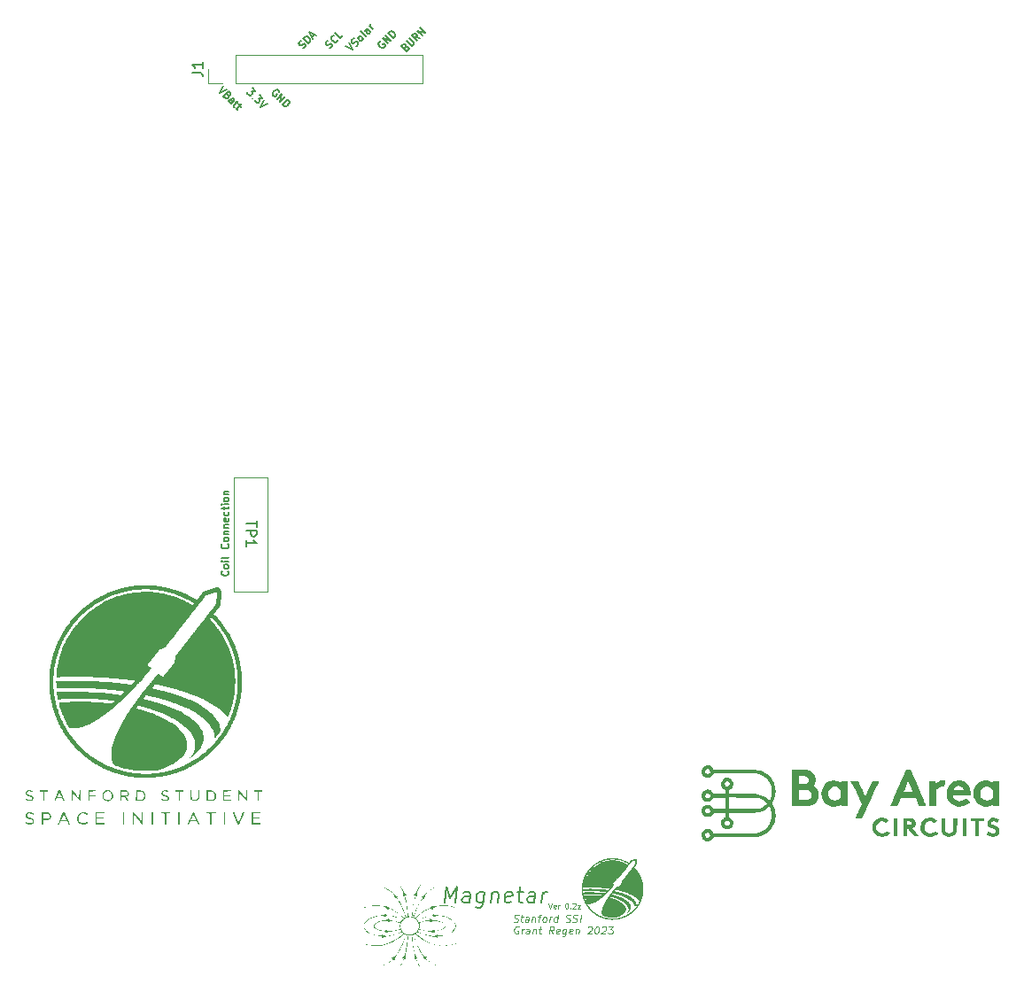
<source format=gto>
%TF.GenerationSoftware,KiCad,Pcbnew,(6.0.5)*%
%TF.CreationDate,2023-01-23T16:42:54-08:00*%
%TF.ProjectId,Coil_Panels_Z,436f696c-5f50-4616-9e65-6c735f5a2e6b,rev?*%
%TF.SameCoordinates,Original*%
%TF.FileFunction,Legend,Top*%
%TF.FilePolarity,Positive*%
%FSLAX46Y46*%
G04 Gerber Fmt 4.6, Leading zero omitted, Abs format (unit mm)*
G04 Created by KiCad (PCBNEW (6.0.5)) date 2023-01-23 16:42:54*
%MOMM*%
%LPD*%
G01*
G04 APERTURE LIST*
%ADD10C,0.150000*%
%ADD11C,0.100000*%
%ADD12C,0.200000*%
%ADD13C,0.120000*%
%ADD14R,1.700000X1.700000*%
%ADD15O,1.700000X1.700000*%
%ADD16C,2.600000*%
%ADD17C,3.800000*%
G04 APERTURE END LIST*
D10*
X106800000Y-102566666D02*
X106833333Y-102600000D01*
X106866666Y-102700000D01*
X106866666Y-102766666D01*
X106833333Y-102866666D01*
X106766666Y-102933333D01*
X106700000Y-102966666D01*
X106566666Y-103000000D01*
X106466666Y-103000000D01*
X106333333Y-102966666D01*
X106266666Y-102933333D01*
X106200000Y-102866666D01*
X106166666Y-102766666D01*
X106166666Y-102700000D01*
X106200000Y-102600000D01*
X106233333Y-102566666D01*
X106866666Y-102166666D02*
X106833333Y-102233333D01*
X106800000Y-102266666D01*
X106733333Y-102300000D01*
X106533333Y-102300000D01*
X106466666Y-102266666D01*
X106433333Y-102233333D01*
X106400000Y-102166666D01*
X106400000Y-102066666D01*
X106433333Y-102000000D01*
X106466666Y-101966666D01*
X106533333Y-101933333D01*
X106733333Y-101933333D01*
X106800000Y-101966666D01*
X106833333Y-102000000D01*
X106866666Y-102066666D01*
X106866666Y-102166666D01*
X106866666Y-101633333D02*
X106400000Y-101633333D01*
X106166666Y-101633333D02*
X106200000Y-101666666D01*
X106233333Y-101633333D01*
X106200000Y-101600000D01*
X106166666Y-101633333D01*
X106233333Y-101633333D01*
X106866666Y-101200000D02*
X106833333Y-101266666D01*
X106766666Y-101300000D01*
X106166666Y-101300000D01*
X106800000Y-100000000D02*
X106833333Y-100033333D01*
X106866666Y-100133333D01*
X106866666Y-100200000D01*
X106833333Y-100300000D01*
X106766666Y-100366666D01*
X106700000Y-100400000D01*
X106566666Y-100433333D01*
X106466666Y-100433333D01*
X106333333Y-100400000D01*
X106266666Y-100366666D01*
X106200000Y-100300000D01*
X106166666Y-100200000D01*
X106166666Y-100133333D01*
X106200000Y-100033333D01*
X106233333Y-100000000D01*
X106866666Y-99600000D02*
X106833333Y-99666666D01*
X106800000Y-99700000D01*
X106733333Y-99733333D01*
X106533333Y-99733333D01*
X106466666Y-99700000D01*
X106433333Y-99666666D01*
X106400000Y-99600000D01*
X106400000Y-99500000D01*
X106433333Y-99433333D01*
X106466666Y-99400000D01*
X106533333Y-99366666D01*
X106733333Y-99366666D01*
X106800000Y-99400000D01*
X106833333Y-99433333D01*
X106866666Y-99500000D01*
X106866666Y-99600000D01*
X106400000Y-99066666D02*
X106866666Y-99066666D01*
X106466666Y-99066666D02*
X106433333Y-99033333D01*
X106400000Y-98966666D01*
X106400000Y-98866666D01*
X106433333Y-98800000D01*
X106500000Y-98766666D01*
X106866666Y-98766666D01*
X106400000Y-98433333D02*
X106866666Y-98433333D01*
X106466666Y-98433333D02*
X106433333Y-98400000D01*
X106400000Y-98333333D01*
X106400000Y-98233333D01*
X106433333Y-98166666D01*
X106500000Y-98133333D01*
X106866666Y-98133333D01*
X106833333Y-97533333D02*
X106866666Y-97600000D01*
X106866666Y-97733333D01*
X106833333Y-97800000D01*
X106766666Y-97833333D01*
X106500000Y-97833333D01*
X106433333Y-97800000D01*
X106400000Y-97733333D01*
X106400000Y-97600000D01*
X106433333Y-97533333D01*
X106500000Y-97500000D01*
X106566666Y-97500000D01*
X106633333Y-97833333D01*
X106833333Y-96900000D02*
X106866666Y-96966666D01*
X106866666Y-97100000D01*
X106833333Y-97166666D01*
X106800000Y-97200000D01*
X106733333Y-97233333D01*
X106533333Y-97233333D01*
X106466666Y-97200000D01*
X106433333Y-97166666D01*
X106400000Y-97100000D01*
X106400000Y-96966666D01*
X106433333Y-96900000D01*
X106400000Y-96700000D02*
X106400000Y-96433333D01*
X106166666Y-96600000D02*
X106766666Y-96600000D01*
X106833333Y-96566666D01*
X106866666Y-96500000D01*
X106866666Y-96433333D01*
X106866666Y-96200000D02*
X106400000Y-96200000D01*
X106166666Y-96200000D02*
X106200000Y-96233333D01*
X106233333Y-96200000D01*
X106200000Y-96166666D01*
X106166666Y-96200000D01*
X106233333Y-96200000D01*
X106866666Y-95766666D02*
X106833333Y-95833333D01*
X106800000Y-95866666D01*
X106733333Y-95900000D01*
X106533333Y-95900000D01*
X106466666Y-95866666D01*
X106433333Y-95833333D01*
X106400000Y-95766666D01*
X106400000Y-95666666D01*
X106433333Y-95600000D01*
X106466666Y-95566666D01*
X106533333Y-95533333D01*
X106733333Y-95533333D01*
X106800000Y-95566666D01*
X106833333Y-95600000D01*
X106866666Y-95666666D01*
X106866666Y-95766666D01*
X106400000Y-95233333D02*
X106866666Y-95233333D01*
X106466666Y-95233333D02*
X106433333Y-95200000D01*
X106400000Y-95133333D01*
X106400000Y-95033333D01*
X106433333Y-94966666D01*
X106500000Y-94933333D01*
X106866666Y-94933333D01*
X123775967Y-52486921D02*
X123870248Y-52439781D01*
X123917389Y-52439781D01*
X123988099Y-52463351D01*
X124058810Y-52534062D01*
X124082380Y-52604772D01*
X124082380Y-52651913D01*
X124058810Y-52722623D01*
X123870248Y-52911185D01*
X123375273Y-52416210D01*
X123540265Y-52251219D01*
X123610976Y-52227649D01*
X123658116Y-52227649D01*
X123728827Y-52251219D01*
X123775967Y-52298359D01*
X123799537Y-52369070D01*
X123799537Y-52416210D01*
X123775967Y-52486921D01*
X123610976Y-52651913D01*
X123870248Y-51921236D02*
X124270942Y-52321930D01*
X124341653Y-52345500D01*
X124388793Y-52345500D01*
X124459504Y-52321930D01*
X124553785Y-52227649D01*
X124577355Y-52156938D01*
X124577355Y-52109798D01*
X124553785Y-52039087D01*
X124153091Y-51638393D01*
X125166610Y-51614823D02*
X124765917Y-51544112D01*
X124883768Y-51897666D02*
X124388793Y-51402691D01*
X124577355Y-51214129D01*
X124648066Y-51190559D01*
X124695206Y-51190559D01*
X124765917Y-51214129D01*
X124836627Y-51284840D01*
X124860198Y-51355550D01*
X124860198Y-51402691D01*
X124836627Y-51473401D01*
X124648066Y-51661963D01*
X125378743Y-51402691D02*
X124883768Y-50907716D01*
X125661585Y-51119848D01*
X125166610Y-50624873D01*
X111712363Y-56754989D02*
X111688793Y-56684278D01*
X111618082Y-56613567D01*
X111523801Y-56566427D01*
X111429521Y-56566427D01*
X111358810Y-56589997D01*
X111240959Y-56660708D01*
X111170248Y-56731418D01*
X111099537Y-56849269D01*
X111075967Y-56919980D01*
X111075967Y-57014261D01*
X111123108Y-57108542D01*
X111170248Y-57155682D01*
X111264529Y-57202823D01*
X111311669Y-57202823D01*
X111476661Y-57037831D01*
X111382380Y-56943550D01*
X111476661Y-57462095D02*
X111971636Y-56967121D01*
X111759504Y-57744938D01*
X112254478Y-57249963D01*
X111995206Y-57980640D02*
X112490181Y-57485666D01*
X112608032Y-57603517D01*
X112655172Y-57697798D01*
X112655172Y-57792078D01*
X112631602Y-57862789D01*
X112560891Y-57980640D01*
X112490181Y-58051351D01*
X112372330Y-58122062D01*
X112301619Y-58145632D01*
X112207338Y-58145632D01*
X112113057Y-58098491D01*
X111995206Y-57980640D01*
X116533091Y-52581202D02*
X116627372Y-52534062D01*
X116745223Y-52416210D01*
X116768793Y-52345500D01*
X116768793Y-52298359D01*
X116745223Y-52227649D01*
X116698082Y-52180508D01*
X116627372Y-52156938D01*
X116580231Y-52156938D01*
X116509521Y-52180508D01*
X116391669Y-52251219D01*
X116320959Y-52274789D01*
X116273818Y-52274789D01*
X116203108Y-52251219D01*
X116155967Y-52204078D01*
X116132397Y-52133368D01*
X116132397Y-52086227D01*
X116155967Y-52015517D01*
X116273818Y-51897666D01*
X116368099Y-51850525D01*
X117287338Y-51779814D02*
X117287338Y-51826955D01*
X117240198Y-51921236D01*
X117193057Y-51968376D01*
X117098776Y-52015517D01*
X117004495Y-52015517D01*
X116933785Y-51991946D01*
X116815933Y-51921236D01*
X116745223Y-51850525D01*
X116674512Y-51732674D01*
X116650942Y-51661963D01*
X116650942Y-51567682D01*
X116698082Y-51473401D01*
X116745223Y-51426261D01*
X116839504Y-51379121D01*
X116886644Y-51379121D01*
X117782313Y-51379121D02*
X117546610Y-51614823D01*
X117051636Y-51119848D01*
X113981306Y-52592987D02*
X114075587Y-52545847D01*
X114193438Y-52427996D01*
X114217008Y-52357285D01*
X114217008Y-52310144D01*
X114193438Y-52239434D01*
X114146297Y-52192293D01*
X114075587Y-52168723D01*
X114028446Y-52168723D01*
X113957735Y-52192293D01*
X113839884Y-52263004D01*
X113769174Y-52286574D01*
X113722033Y-52286574D01*
X113651322Y-52263004D01*
X113604182Y-52215864D01*
X113580612Y-52145153D01*
X113580612Y-52098012D01*
X113604182Y-52027302D01*
X113722033Y-51909451D01*
X113816314Y-51862310D01*
X114499851Y-52121583D02*
X114004876Y-51626608D01*
X114122727Y-51508757D01*
X114217008Y-51461616D01*
X114311289Y-51461616D01*
X114382000Y-51485187D01*
X114499851Y-51555897D01*
X114570561Y-51626608D01*
X114641272Y-51744459D01*
X114664842Y-51815170D01*
X114664842Y-51909451D01*
X114617702Y-52003732D01*
X114499851Y-52121583D01*
X114829834Y-51508757D02*
X115065536Y-51273055D01*
X114924115Y-51697319D02*
X114594132Y-51037352D01*
X115254098Y-51367335D01*
X121377389Y-51921236D02*
X121306678Y-51944806D01*
X121235967Y-52015517D01*
X121188827Y-52109798D01*
X121188827Y-52204078D01*
X121212397Y-52274789D01*
X121283108Y-52392640D01*
X121353818Y-52463351D01*
X121471669Y-52534062D01*
X121542380Y-52557632D01*
X121636661Y-52557632D01*
X121730942Y-52510491D01*
X121778082Y-52463351D01*
X121825223Y-52369070D01*
X121825223Y-52321930D01*
X121660231Y-52156938D01*
X121565950Y-52251219D01*
X122084495Y-52156938D02*
X121589521Y-51661963D01*
X122367338Y-51874095D01*
X121872363Y-51379121D01*
X122603040Y-51638393D02*
X122108066Y-51143418D01*
X122225917Y-51025567D01*
X122320198Y-50978427D01*
X122414478Y-50978427D01*
X122485189Y-51001997D01*
X122603040Y-51072708D01*
X122673751Y-51143418D01*
X122744462Y-51261269D01*
X122768032Y-51331980D01*
X122768032Y-51426261D01*
X122720891Y-51520542D01*
X122603040Y-51638393D01*
X118059571Y-52397913D02*
X118719537Y-52727896D01*
X118389554Y-52067930D01*
X119002380Y-52397913D02*
X119096661Y-52350772D01*
X119214512Y-52232921D01*
X119238082Y-52162210D01*
X119238082Y-52115070D01*
X119214512Y-52044359D01*
X119167372Y-51997219D01*
X119096661Y-51973649D01*
X119049521Y-51973649D01*
X118978810Y-51997219D01*
X118860959Y-52067930D01*
X118790248Y-52091500D01*
X118743108Y-52091500D01*
X118672397Y-52067930D01*
X118625256Y-52020789D01*
X118601686Y-51950078D01*
X118601686Y-51902938D01*
X118625256Y-51832227D01*
X118743108Y-51714376D01*
X118837389Y-51667236D01*
X119591636Y-51855798D02*
X119520925Y-51879368D01*
X119473785Y-51879368D01*
X119403074Y-51855798D01*
X119261653Y-51714376D01*
X119238082Y-51643666D01*
X119238082Y-51596525D01*
X119261653Y-51525814D01*
X119332363Y-51455104D01*
X119403074Y-51431533D01*
X119450214Y-51431533D01*
X119520925Y-51455104D01*
X119662346Y-51596525D01*
X119685917Y-51667236D01*
X119685917Y-51714376D01*
X119662346Y-51785087D01*
X119591636Y-51855798D01*
X120039470Y-51407963D02*
X119968759Y-51431533D01*
X119898049Y-51407963D01*
X119473785Y-50983699D01*
X120440164Y-51007269D02*
X120180891Y-50747997D01*
X120110181Y-50724427D01*
X120039470Y-50747997D01*
X119945189Y-50842278D01*
X119921619Y-50912989D01*
X120416594Y-50983699D02*
X120393023Y-51054410D01*
X120275172Y-51172261D01*
X120204462Y-51195831D01*
X120133751Y-51172261D01*
X120086610Y-51125121D01*
X120063040Y-51054410D01*
X120086610Y-50983699D01*
X120204462Y-50865848D01*
X120228032Y-50795137D01*
X120675866Y-50771567D02*
X120345883Y-50441584D01*
X120440164Y-50535865D02*
X120416594Y-50465154D01*
X120416594Y-50418014D01*
X120440164Y-50347303D01*
X120487304Y-50300163D01*
X109096380Y-56377865D02*
X109402793Y-56684278D01*
X109049240Y-56707848D01*
X109119950Y-56778559D01*
X109143521Y-56849269D01*
X109143521Y-56896410D01*
X109119950Y-56967121D01*
X109002099Y-57084972D01*
X108931389Y-57108542D01*
X108884248Y-57108542D01*
X108813537Y-57084972D01*
X108672116Y-56943550D01*
X108648546Y-56872840D01*
X108648546Y-56825699D01*
X109167091Y-57344244D02*
X109167091Y-57391385D01*
X109119950Y-57391385D01*
X109119950Y-57344244D01*
X109167091Y-57344244D01*
X109119950Y-57391385D01*
X109803487Y-57084972D02*
X110109900Y-57391385D01*
X109756346Y-57414955D01*
X109827057Y-57485666D01*
X109850627Y-57556376D01*
X109850627Y-57603517D01*
X109827057Y-57674227D01*
X109709206Y-57792078D01*
X109638495Y-57815649D01*
X109591355Y-57815649D01*
X109520644Y-57792078D01*
X109379223Y-57650657D01*
X109355653Y-57579946D01*
X109355653Y-57532806D01*
X110251321Y-57532806D02*
X109921338Y-58192772D01*
X110581304Y-57862789D01*
X106367818Y-56189303D02*
X106037835Y-56849269D01*
X106697801Y-56519286D01*
X106792082Y-57084972D02*
X106839223Y-57179253D01*
X106839223Y-57226393D01*
X106815653Y-57297104D01*
X106744942Y-57367814D01*
X106674231Y-57391385D01*
X106627091Y-57391385D01*
X106556380Y-57367814D01*
X106367818Y-57179253D01*
X106862793Y-56684278D01*
X107027785Y-56849269D01*
X107051355Y-56919980D01*
X107051355Y-56967121D01*
X107027785Y-57037831D01*
X106980644Y-57084972D01*
X106909933Y-57108542D01*
X106862793Y-57108542D01*
X106792082Y-57084972D01*
X106627091Y-56919980D01*
X107074925Y-57886359D02*
X107334198Y-57627087D01*
X107357768Y-57556376D01*
X107334198Y-57485666D01*
X107239917Y-57391385D01*
X107169206Y-57367814D01*
X107098495Y-57862789D02*
X107027785Y-57839219D01*
X106909933Y-57721368D01*
X106886363Y-57650657D01*
X106909933Y-57579946D01*
X106957074Y-57532806D01*
X107027785Y-57509236D01*
X107098495Y-57532806D01*
X107216346Y-57650657D01*
X107287057Y-57674227D01*
X107569900Y-57721368D02*
X107758462Y-57909930D01*
X107805602Y-57627087D02*
X107381338Y-58051351D01*
X107357768Y-58122062D01*
X107381338Y-58192772D01*
X107428478Y-58239913D01*
X107852743Y-58004210D02*
X108041304Y-58192772D01*
X108088445Y-57909930D02*
X107664181Y-58334194D01*
X107640610Y-58404904D01*
X107664181Y-58475615D01*
X107711321Y-58522755D01*
D11*
X134109474Y-136086055D02*
X134205308Y-136119388D01*
X134371974Y-136119388D01*
X134442808Y-136086055D01*
X134480308Y-136052722D01*
X134521974Y-135986055D01*
X134530308Y-135919388D01*
X134505308Y-135852722D01*
X134476141Y-135819388D01*
X134413641Y-135786055D01*
X134284474Y-135752722D01*
X134221974Y-135719388D01*
X134192808Y-135686055D01*
X134167808Y-135619388D01*
X134176141Y-135552722D01*
X134217808Y-135486055D01*
X134255308Y-135452722D01*
X134326141Y-135419388D01*
X134492808Y-135419388D01*
X134588641Y-135452722D01*
X134763641Y-135652722D02*
X135030308Y-135652722D01*
X134892808Y-135419388D02*
X134817808Y-136019388D01*
X134842808Y-136086055D01*
X134905308Y-136119388D01*
X134971974Y-136119388D01*
X135505308Y-136119388D02*
X135551141Y-135752722D01*
X135526141Y-135686055D01*
X135463641Y-135652722D01*
X135330308Y-135652722D01*
X135259474Y-135686055D01*
X135509474Y-136086055D02*
X135438641Y-136119388D01*
X135271974Y-136119388D01*
X135209474Y-136086055D01*
X135184474Y-136019388D01*
X135192808Y-135952722D01*
X135234474Y-135886055D01*
X135305308Y-135852722D01*
X135471974Y-135852722D01*
X135542808Y-135819388D01*
X135896974Y-135652722D02*
X135838641Y-136119388D01*
X135888641Y-135719388D02*
X135926141Y-135686055D01*
X135996974Y-135652722D01*
X136096974Y-135652722D01*
X136159474Y-135686055D01*
X136184474Y-135752722D01*
X136138641Y-136119388D01*
X136430308Y-135652722D02*
X136696974Y-135652722D01*
X136471974Y-136119388D02*
X136546974Y-135519388D01*
X136588641Y-135452722D01*
X136659474Y-135419388D01*
X136726141Y-135419388D01*
X136971974Y-136119388D02*
X136909474Y-136086055D01*
X136880308Y-136052722D01*
X136855308Y-135986055D01*
X136880308Y-135786055D01*
X136921974Y-135719388D01*
X136959474Y-135686055D01*
X137030308Y-135652722D01*
X137130308Y-135652722D01*
X137192808Y-135686055D01*
X137221974Y-135719388D01*
X137246974Y-135786055D01*
X137221974Y-135986055D01*
X137180308Y-136052722D01*
X137142808Y-136086055D01*
X137071974Y-136119388D01*
X136971974Y-136119388D01*
X137505308Y-136119388D02*
X137563641Y-135652722D01*
X137546974Y-135786055D02*
X137588641Y-135719388D01*
X137626141Y-135686055D01*
X137696974Y-135652722D01*
X137763641Y-135652722D01*
X138238641Y-136119388D02*
X138326141Y-135419388D01*
X138242808Y-136086055D02*
X138171974Y-136119388D01*
X138038641Y-136119388D01*
X137976141Y-136086055D01*
X137946974Y-136052722D01*
X137921974Y-135986055D01*
X137946974Y-135786055D01*
X137988641Y-135719388D01*
X138026141Y-135686055D01*
X138096974Y-135652722D01*
X138230308Y-135652722D01*
X138292808Y-135686055D01*
X139076141Y-136086055D02*
X139171974Y-136119388D01*
X139338641Y-136119388D01*
X139409474Y-136086055D01*
X139446974Y-136052722D01*
X139488641Y-135986055D01*
X139496974Y-135919388D01*
X139471974Y-135852722D01*
X139442808Y-135819388D01*
X139380308Y-135786055D01*
X139251141Y-135752722D01*
X139188641Y-135719388D01*
X139159474Y-135686055D01*
X139134474Y-135619388D01*
X139142808Y-135552722D01*
X139184474Y-135486055D01*
X139221974Y-135452722D01*
X139292808Y-135419388D01*
X139459474Y-135419388D01*
X139555308Y-135452722D01*
X139742808Y-136086055D02*
X139838641Y-136119388D01*
X140005308Y-136119388D01*
X140076141Y-136086055D01*
X140113641Y-136052722D01*
X140155308Y-135986055D01*
X140163641Y-135919388D01*
X140138641Y-135852722D01*
X140109474Y-135819388D01*
X140046974Y-135786055D01*
X139917808Y-135752722D01*
X139855308Y-135719388D01*
X139826141Y-135686055D01*
X139801141Y-135619388D01*
X139809474Y-135552722D01*
X139851141Y-135486055D01*
X139888641Y-135452722D01*
X139959474Y-135419388D01*
X140126141Y-135419388D01*
X140221974Y-135452722D01*
X140438641Y-136119388D02*
X140526141Y-135419388D01*
X134588641Y-136579722D02*
X134526141Y-136546388D01*
X134426141Y-136546388D01*
X134321974Y-136579722D01*
X134246974Y-136646388D01*
X134205308Y-136713055D01*
X134155308Y-136846388D01*
X134142808Y-136946388D01*
X134159474Y-137079722D01*
X134184474Y-137146388D01*
X134242808Y-137213055D01*
X134338641Y-137246388D01*
X134405308Y-137246388D01*
X134509474Y-137213055D01*
X134546974Y-137179722D01*
X134576141Y-136946388D01*
X134442808Y-136946388D01*
X134838641Y-137246388D02*
X134896974Y-136779722D01*
X134880308Y-136913055D02*
X134921974Y-136846388D01*
X134959474Y-136813055D01*
X135030308Y-136779722D01*
X135096974Y-136779722D01*
X135571974Y-137246388D02*
X135617808Y-136879722D01*
X135592808Y-136813055D01*
X135530308Y-136779722D01*
X135396974Y-136779722D01*
X135326141Y-136813055D01*
X135576141Y-137213055D02*
X135505308Y-137246388D01*
X135338641Y-137246388D01*
X135276141Y-137213055D01*
X135251141Y-137146388D01*
X135259474Y-137079722D01*
X135301141Y-137013055D01*
X135371974Y-136979722D01*
X135538641Y-136979722D01*
X135609474Y-136946388D01*
X135963641Y-136779722D02*
X135905308Y-137246388D01*
X135955308Y-136846388D02*
X135992808Y-136813055D01*
X136063641Y-136779722D01*
X136163641Y-136779722D01*
X136226141Y-136813055D01*
X136251141Y-136879722D01*
X136205308Y-137246388D01*
X136496974Y-136779722D02*
X136763641Y-136779722D01*
X136626141Y-136546388D02*
X136551141Y-137146388D01*
X136576141Y-137213055D01*
X136638641Y-137246388D01*
X136705308Y-137246388D01*
X137871974Y-137246388D02*
X137680308Y-136913055D01*
X137471974Y-137246388D02*
X137559474Y-136546388D01*
X137826141Y-136546388D01*
X137888641Y-136579722D01*
X137917808Y-136613055D01*
X137942808Y-136679722D01*
X137930308Y-136779722D01*
X137888641Y-136846388D01*
X137851141Y-136879722D01*
X137780308Y-136913055D01*
X137513641Y-136913055D01*
X138442808Y-137213055D02*
X138371974Y-137246388D01*
X138238641Y-137246388D01*
X138176141Y-137213055D01*
X138151141Y-137146388D01*
X138184474Y-136879722D01*
X138226141Y-136813055D01*
X138296974Y-136779722D01*
X138430308Y-136779722D01*
X138492808Y-136813055D01*
X138517808Y-136879722D01*
X138509474Y-136946388D01*
X138167808Y-137013055D01*
X139130308Y-136779722D02*
X139059474Y-137346388D01*
X139017808Y-137413055D01*
X138980308Y-137446388D01*
X138909474Y-137479722D01*
X138809474Y-137479722D01*
X138746974Y-137446388D01*
X139076141Y-137213055D02*
X139005308Y-137246388D01*
X138871974Y-137246388D01*
X138809474Y-137213055D01*
X138780308Y-137179722D01*
X138755308Y-137113055D01*
X138780308Y-136913055D01*
X138821974Y-136846388D01*
X138859474Y-136813055D01*
X138930308Y-136779722D01*
X139063641Y-136779722D01*
X139126141Y-136813055D01*
X139676141Y-137213055D02*
X139605308Y-137246388D01*
X139471974Y-137246388D01*
X139409474Y-137213055D01*
X139384474Y-137146388D01*
X139417808Y-136879722D01*
X139459474Y-136813055D01*
X139530308Y-136779722D01*
X139663641Y-136779722D01*
X139726141Y-136813055D01*
X139751141Y-136879722D01*
X139742808Y-136946388D01*
X139401141Y-137013055D01*
X140063641Y-136779722D02*
X140005308Y-137246388D01*
X140055308Y-136846388D02*
X140092808Y-136813055D01*
X140163641Y-136779722D01*
X140263641Y-136779722D01*
X140326141Y-136813055D01*
X140351141Y-136879722D01*
X140305308Y-137246388D01*
X141217808Y-136613055D02*
X141255308Y-136579722D01*
X141326141Y-136546388D01*
X141492808Y-136546388D01*
X141555308Y-136579722D01*
X141584474Y-136613055D01*
X141609474Y-136679722D01*
X141601141Y-136746388D01*
X141555308Y-136846388D01*
X141105308Y-137246388D01*
X141538641Y-137246388D01*
X142059474Y-136546388D02*
X142126141Y-136546388D01*
X142188641Y-136579722D01*
X142217808Y-136613055D01*
X142242808Y-136679722D01*
X142259474Y-136813055D01*
X142238641Y-136979722D01*
X142188641Y-137113055D01*
X142146974Y-137179722D01*
X142109474Y-137213055D01*
X142038641Y-137246388D01*
X141971974Y-137246388D01*
X141909474Y-137213055D01*
X141880308Y-137179722D01*
X141855308Y-137113055D01*
X141838641Y-136979722D01*
X141859474Y-136813055D01*
X141909474Y-136679722D01*
X141951141Y-136613055D01*
X141988641Y-136579722D01*
X142059474Y-136546388D01*
X142551141Y-136613055D02*
X142588641Y-136579722D01*
X142659474Y-136546388D01*
X142826141Y-136546388D01*
X142888641Y-136579722D01*
X142917808Y-136613055D01*
X142942808Y-136679722D01*
X142934474Y-136746388D01*
X142888641Y-136846388D01*
X142438641Y-137246388D01*
X142871974Y-137246388D01*
X143192808Y-136546388D02*
X143626141Y-136546388D01*
X143359474Y-136813055D01*
X143459474Y-136813055D01*
X143521974Y-136846388D01*
X143551141Y-136879722D01*
X143576141Y-136946388D01*
X143555308Y-137113055D01*
X143513641Y-137179722D01*
X143476141Y-137213055D01*
X143405308Y-137246388D01*
X143205308Y-137246388D01*
X143142808Y-137213055D01*
X143113641Y-137179722D01*
X137428998Y-134312412D02*
X137595665Y-134812412D01*
X137762331Y-134312412D01*
X138119474Y-134788602D02*
X138071855Y-134812412D01*
X137976617Y-134812412D01*
X137928998Y-134788602D01*
X137905188Y-134740983D01*
X137905188Y-134550507D01*
X137928998Y-134502888D01*
X137976617Y-134479079D01*
X138071855Y-134479079D01*
X138119474Y-134502888D01*
X138143284Y-134550507D01*
X138143284Y-134598126D01*
X137905188Y-134645745D01*
X138357569Y-134812412D02*
X138357569Y-134479079D01*
X138357569Y-134574317D02*
X138381379Y-134526698D01*
X138405188Y-134502888D01*
X138452808Y-134479079D01*
X138500427Y-134479079D01*
X139143284Y-134312412D02*
X139190903Y-134312412D01*
X139238522Y-134336222D01*
X139262331Y-134360031D01*
X139286141Y-134407650D01*
X139309950Y-134502888D01*
X139309950Y-134621936D01*
X139286141Y-134717174D01*
X139262331Y-134764793D01*
X139238522Y-134788602D01*
X139190903Y-134812412D01*
X139143284Y-134812412D01*
X139095665Y-134788602D01*
X139071855Y-134764793D01*
X139048046Y-134717174D01*
X139024236Y-134621936D01*
X139024236Y-134502888D01*
X139048046Y-134407650D01*
X139071855Y-134360031D01*
X139095665Y-134336222D01*
X139143284Y-134312412D01*
X139524236Y-134764793D02*
X139548046Y-134788602D01*
X139524236Y-134812412D01*
X139500427Y-134788602D01*
X139524236Y-134764793D01*
X139524236Y-134812412D01*
X139738522Y-134360031D02*
X139762331Y-134336222D01*
X139809950Y-134312412D01*
X139928998Y-134312412D01*
X139976617Y-134336222D01*
X140000427Y-134360031D01*
X140024236Y-134407650D01*
X140024236Y-134455269D01*
X140000427Y-134526698D01*
X139714712Y-134812412D01*
X140024236Y-134812412D01*
X140190903Y-134479079D02*
X140452808Y-134479079D01*
X140190903Y-134812412D01*
X140452808Y-134812412D01*
D12*
X127490799Y-134244793D02*
X127678299Y-132744793D01*
X128044370Y-133816222D01*
X128678299Y-132744793D01*
X128490799Y-134244793D01*
X129847941Y-134244793D02*
X129946156Y-133459079D01*
X129892584Y-133316222D01*
X129758656Y-133244793D01*
X129472941Y-133244793D01*
X129321156Y-133316222D01*
X129856870Y-134173364D02*
X129705084Y-134244793D01*
X129347941Y-134244793D01*
X129214013Y-134173364D01*
X129160441Y-134030507D01*
X129178299Y-133887650D01*
X129267584Y-133744793D01*
X129419370Y-133673364D01*
X129776513Y-133673364D01*
X129928299Y-133601936D01*
X131330084Y-133244793D02*
X131178299Y-134459079D01*
X131089013Y-134601936D01*
X131008656Y-134673364D01*
X130856870Y-134744793D01*
X130642584Y-134744793D01*
X130508656Y-134673364D01*
X131214013Y-134173364D02*
X131062227Y-134244793D01*
X130776513Y-134244793D01*
X130642584Y-134173364D01*
X130580084Y-134101936D01*
X130526513Y-133959079D01*
X130580084Y-133530507D01*
X130669370Y-133387650D01*
X130749727Y-133316222D01*
X130901513Y-133244793D01*
X131187227Y-133244793D01*
X131321156Y-133316222D01*
X132044370Y-133244793D02*
X131919370Y-134244793D01*
X132026513Y-133387650D02*
X132106870Y-133316222D01*
X132258656Y-133244793D01*
X132472941Y-133244793D01*
X132606870Y-133316222D01*
X132660441Y-133459079D01*
X132562227Y-134244793D01*
X133856870Y-134173364D02*
X133705084Y-134244793D01*
X133419370Y-134244793D01*
X133285441Y-134173364D01*
X133231870Y-134030507D01*
X133303299Y-133459079D01*
X133392584Y-133316222D01*
X133544370Y-133244793D01*
X133830084Y-133244793D01*
X133964013Y-133316222D01*
X134017584Y-133459079D01*
X133999727Y-133601936D01*
X133267584Y-133744793D01*
X134472941Y-133244793D02*
X135044370Y-133244793D01*
X134749727Y-132744793D02*
X134589013Y-134030507D01*
X134642584Y-134173364D01*
X134776513Y-134244793D01*
X134919370Y-134244793D01*
X136062227Y-134244793D02*
X136160441Y-133459079D01*
X136106870Y-133316222D01*
X135972941Y-133244793D01*
X135687227Y-133244793D01*
X135535441Y-133316222D01*
X136071156Y-134173364D02*
X135919370Y-134244793D01*
X135562227Y-134244793D01*
X135428299Y-134173364D01*
X135374727Y-134030507D01*
X135392584Y-133887650D01*
X135481870Y-133744793D01*
X135633656Y-133673364D01*
X135990799Y-133673364D01*
X136142584Y-133601936D01*
X136776513Y-134244793D02*
X136901513Y-133244793D01*
X136865799Y-133530507D02*
X136955084Y-133387650D01*
X137035441Y-133316222D01*
X137187227Y-133244793D01*
X137330084Y-133244793D01*
D10*
X103376380Y-54918933D02*
X104090666Y-54918933D01*
X104233523Y-54966552D01*
X104328761Y-55061790D01*
X104376380Y-55204647D01*
X104376380Y-55299885D01*
X104376380Y-53918933D02*
X104376380Y-54490361D01*
X104376380Y-54204647D02*
X103376380Y-54204647D01*
X103519238Y-54299885D01*
X103614476Y-54395123D01*
X103662095Y-54490361D01*
X109523619Y-97775695D02*
X109523619Y-98347123D01*
X108523619Y-98061409D02*
X109523619Y-98061409D01*
X108523619Y-98680457D02*
X109523619Y-98680457D01*
X109523619Y-99061409D01*
X109476000Y-99156647D01*
X109428380Y-99204266D01*
X109333142Y-99251885D01*
X109190285Y-99251885D01*
X109095047Y-99204266D01*
X109047428Y-99156647D01*
X108999809Y-99061409D01*
X108999809Y-98680457D01*
X108523619Y-100204266D02*
X108523619Y-99632838D01*
X108523619Y-99918552D02*
X109523619Y-99918552D01*
X109380761Y-99823314D01*
X109285523Y-99728076D01*
X109237904Y-99632838D01*
D13*
X107524000Y-55915600D02*
X125364000Y-55915600D01*
X104924000Y-55915600D02*
X104924000Y-54585600D01*
X106254000Y-55915600D02*
X104924000Y-55915600D01*
X125364000Y-55915600D02*
X125364000Y-53255600D01*
X107524000Y-55915600D02*
X107524000Y-53255600D01*
X107524000Y-53255600D02*
X125364000Y-53255600D01*
X107376000Y-93617600D02*
X110576000Y-93617600D01*
X107376000Y-104517600D02*
X107376000Y-93617600D01*
X110576000Y-93617600D02*
X110576000Y-104517600D01*
X110576000Y-104517600D02*
X107376000Y-104517600D01*
G36*
X119805246Y-136272443D02*
G01*
X119879435Y-136140934D01*
X119988080Y-136015990D01*
X120129561Y-135899519D01*
X120302258Y-135793427D01*
X120504551Y-135699620D01*
X120734818Y-135620004D01*
X120991442Y-135556485D01*
X121237157Y-135515501D01*
X121489871Y-135470108D01*
X121699587Y-135407218D01*
X121785025Y-135376737D01*
X121853960Y-135355284D01*
X121896579Y-135345757D01*
X121905143Y-135346534D01*
X121914261Y-135375666D01*
X121917253Y-135416847D01*
X121918699Y-135442121D01*
X121928095Y-135459728D01*
X121953027Y-135472247D01*
X122001081Y-135482261D01*
X122079845Y-135492350D01*
X122167253Y-135501908D01*
X122512047Y-135557192D01*
X122831127Y-135645877D01*
X123122248Y-135767278D01*
X123233078Y-135826392D01*
X123404460Y-135924238D01*
X123492649Y-135840271D01*
X123580839Y-135756305D01*
X123410157Y-135590676D01*
X123157779Y-135369385D01*
X122878048Y-135166302D01*
X122679801Y-135044452D01*
X122581349Y-134990664D01*
X122477271Y-134937632D01*
X122376696Y-134889582D01*
X122288751Y-134850740D01*
X122222565Y-134825331D01*
X122189461Y-134817440D01*
X122170330Y-134836039D01*
X122147363Y-134881522D01*
X122144612Y-134888580D01*
X122117783Y-134959721D01*
X122045296Y-134894460D01*
X121981342Y-134836469D01*
X121911183Y-134772276D01*
X121893018Y-134755544D01*
X121846665Y-134718209D01*
X121793699Y-134689671D01*
X121722548Y-134665239D01*
X121621642Y-134640220D01*
X121593018Y-134633892D01*
X121506145Y-134616498D01*
X121422062Y-134603701D01*
X121331419Y-134594822D01*
X121224865Y-134589185D01*
X121093050Y-134586110D01*
X120926624Y-134584921D01*
X120917253Y-134584899D01*
X120700829Y-134587047D01*
X120517379Y-134595615D01*
X120355690Y-134612231D01*
X120204548Y-134638525D01*
X120052743Y-134676125D01*
X119889059Y-134726662D01*
X119849044Y-134740119D01*
X119763046Y-134769331D01*
X119710811Y-134786166D01*
X119683948Y-134792342D01*
X119674065Y-134789577D01*
X119672772Y-134779592D01*
X119672808Y-134776222D01*
X119693142Y-134760251D01*
X119749010Y-134736396D01*
X119832712Y-134707080D01*
X119936545Y-134674723D01*
X120052809Y-134641748D01*
X120173803Y-134610578D01*
X120270949Y-134588106D01*
X120425447Y-134563163D01*
X120611282Y-134546950D01*
X120816220Y-134539438D01*
X121028025Y-134540595D01*
X121234461Y-134550390D01*
X121423293Y-134568793D01*
X121561697Y-134591360D01*
X121759448Y-134623070D01*
X121955862Y-134638466D01*
X122011697Y-134639439D01*
X122118711Y-134641032D01*
X122186800Y-134647374D01*
X122221424Y-134660932D01*
X122228042Y-134684170D01*
X122212116Y-134719554D01*
X122207105Y-134727674D01*
X122206000Y-134744905D01*
X122226210Y-134766845D01*
X122272750Y-134796771D01*
X122350637Y-134837956D01*
X122451498Y-134887270D01*
X122786418Y-135065966D01*
X123092005Y-135268600D01*
X123380307Y-135503552D01*
X123507963Y-135622398D01*
X123620897Y-135731569D01*
X123691584Y-135691536D01*
X123738257Y-135659549D01*
X123753056Y-135626162D01*
X123747917Y-135584778D01*
X123729441Y-135514628D01*
X123698470Y-135413623D01*
X123658648Y-135292358D01*
X123613622Y-135161424D01*
X123567037Y-135031414D01*
X123522539Y-134912920D01*
X123483773Y-134816534D01*
X123482364Y-134813220D01*
X123427433Y-134690912D01*
X123363049Y-134558197D01*
X123292539Y-134420881D01*
X123219230Y-134284770D01*
X123146450Y-134155673D01*
X123077526Y-134039395D01*
X123015784Y-133941744D01*
X122964553Y-133868527D01*
X122927160Y-133825551D01*
X122911307Y-133816564D01*
X122877747Y-133830245D01*
X122846255Y-133853850D01*
X122819560Y-133873542D01*
X122797771Y-133873956D01*
X122777125Y-133849717D01*
X122753857Y-133795446D01*
X122724202Y-133705769D01*
X122709752Y-133658924D01*
X122677755Y-133561117D01*
X122647573Y-133491955D01*
X122610683Y-133436816D01*
X122558564Y-133381083D01*
X122534326Y-133357958D01*
X122327467Y-133180044D01*
X122119959Y-133033138D01*
X121917937Y-132921287D01*
X121795030Y-132870209D01*
X121717434Y-132839809D01*
X121668372Y-132814956D01*
X121652582Y-132798563D01*
X121670129Y-132793447D01*
X121722585Y-132804336D01*
X121802935Y-132833918D01*
X121901225Y-132877571D01*
X122007501Y-132930669D01*
X122111809Y-132988589D01*
X122178370Y-133029555D01*
X122276532Y-133098716D01*
X122388078Y-133185925D01*
X122495534Y-133277213D01*
X122545037Y-133322648D01*
X122639460Y-133407036D01*
X122743626Y-133491574D01*
X122841827Y-133563848D01*
X122890430Y-133595603D01*
X122968239Y-133643643D01*
X123013282Y-133675096D01*
X123030934Y-133696209D01*
X123026572Y-133713228D01*
X123007096Y-133731163D01*
X122973199Y-133762892D01*
X122961697Y-133780441D01*
X122973083Y-133803165D01*
X123003741Y-133854391D01*
X123048426Y-133925517D01*
X123081662Y-133977051D01*
X123274047Y-134300904D01*
X123450642Y-134654554D01*
X123605162Y-135024347D01*
X123724368Y-135373482D01*
X123753921Y-135468505D01*
X123779554Y-135546368D01*
X123798209Y-135598059D01*
X123806204Y-135614631D01*
X123833133Y-135615825D01*
X123885924Y-135609201D01*
X123900586Y-135606595D01*
X123956570Y-135591028D01*
X123980185Y-135566237D01*
X123983919Y-135537187D01*
X123981009Y-135476280D01*
X123972956Y-135380220D01*
X123960778Y-135257908D01*
X123945494Y-135118243D01*
X123928121Y-134970127D01*
X123909679Y-134822459D01*
X123891184Y-134684141D01*
X123873654Y-134564074D01*
X123869840Y-134539810D01*
X123852153Y-134438400D01*
X123828841Y-134318020D01*
X123801704Y-134186632D01*
X123772543Y-134052196D01*
X123743158Y-133922673D01*
X123715349Y-133806023D01*
X123690918Y-133710207D01*
X123671664Y-133643186D01*
X123660558Y-133614545D01*
X123633873Y-133607576D01*
X123594244Y-133616689D01*
X123539475Y-133637530D01*
X123539271Y-133432345D01*
X123538530Y-133345582D01*
X123534370Y-133279433D01*
X123523585Y-133221816D01*
X123502966Y-133160648D01*
X123469305Y-133083845D01*
X123419397Y-132979326D01*
X123418550Y-132977572D01*
X123364756Y-132869765D01*
X123309997Y-132766130D01*
X123261054Y-132679169D01*
X123227723Y-132625702D01*
X123191262Y-132568013D01*
X123170613Y-132525970D01*
X123169029Y-132511794D01*
X123189428Y-132519509D01*
X123225432Y-132561731D01*
X123273459Y-132632842D01*
X123329925Y-132727227D01*
X123391246Y-132839269D01*
X123443110Y-132941340D01*
X123527992Y-133099318D01*
X123619372Y-133243617D01*
X123696619Y-133345971D01*
X123754521Y-133417047D01*
X123799459Y-133476448D01*
X123824943Y-133515389D01*
X123828364Y-133524375D01*
X123809180Y-133543742D01*
X123762820Y-133560529D01*
X123760821Y-133560978D01*
X123713058Y-133579115D01*
X123703033Y-133607268D01*
X123704400Y-133612789D01*
X123772138Y-133863379D01*
X123835620Y-134147783D01*
X123892995Y-134455397D01*
X123942409Y-134775616D01*
X123982010Y-135097835D01*
X124003308Y-135323893D01*
X124011824Y-135419608D01*
X124020135Y-135497294D01*
X124027119Y-135547245D01*
X124030670Y-135560566D01*
X124055510Y-135565505D01*
X124113234Y-135571085D01*
X124192318Y-135576236D01*
X124208765Y-135577076D01*
X124378055Y-135585346D01*
X124392949Y-135354779D01*
X124423282Y-135018006D01*
X124470939Y-134660495D01*
X124532941Y-134301076D01*
X124606307Y-133958582D01*
X124627498Y-133872169D01*
X124653294Y-133768947D01*
X124674540Y-133681849D01*
X124689128Y-133619677D01*
X124694946Y-133591232D01*
X124694971Y-133590763D01*
X124676375Y-133574376D01*
X124631020Y-133553963D01*
X124625955Y-133552156D01*
X124556879Y-133528055D01*
X124620399Y-133451873D01*
X124673224Y-133388281D01*
X124735058Y-133313521D01*
X124763367Y-133279183D01*
X124815672Y-133204751D01*
X124869078Y-133111674D01*
X124902616Y-133041369D01*
X124949492Y-132938741D01*
X125003495Y-132833408D01*
X125060396Y-132732152D01*
X125115965Y-132641756D01*
X125165975Y-132568999D01*
X125206196Y-132520665D01*
X125232400Y-132503533D01*
X125236822Y-132505418D01*
X125231447Y-132528348D01*
X125205135Y-132575721D01*
X125170242Y-132627747D01*
X125127011Y-132695042D01*
X125073402Y-132788603D01*
X125017364Y-132894171D01*
X124982093Y-132965199D01*
X124934858Y-133064744D01*
X124903675Y-133137978D01*
X124885210Y-133198617D01*
X124876132Y-133260377D01*
X124873108Y-133336978D01*
X124872808Y-133415042D01*
X124872808Y-133637530D01*
X124813541Y-133614977D01*
X124783485Y-133605121D01*
X124760273Y-133605590D01*
X124740954Y-133622094D01*
X124722579Y-133660344D01*
X124702198Y-133726054D01*
X124676861Y-133824933D01*
X124651998Y-133927773D01*
X124567488Y-134325746D01*
X124497395Y-134751679D01*
X124443958Y-135190750D01*
X124420537Y-135458196D01*
X124415987Y-135535029D01*
X124418990Y-135579385D01*
X124432918Y-135603072D01*
X124461145Y-135617900D01*
X124466768Y-135620070D01*
X124510927Y-135633268D01*
X124531522Y-135633514D01*
X124540878Y-135610131D01*
X124559740Y-135553397D01*
X124585082Y-135472643D01*
X124605628Y-135404915D01*
X124697112Y-135129808D01*
X124808120Y-134846284D01*
X124933196Y-134566246D01*
X125066881Y-134301598D01*
X125203718Y-134064242D01*
X125261347Y-133974761D01*
X125313308Y-133895595D01*
X125354344Y-133830281D01*
X125379097Y-133787507D01*
X125383919Y-133776008D01*
X125367237Y-133753868D01*
X125336064Y-133730628D01*
X125315842Y-133715400D01*
X125312642Y-133699759D01*
X125331553Y-133678062D01*
X125377664Y-133644669D01*
X125456064Y-133593939D01*
X125463842Y-133588989D01*
X125559300Y-133522437D01*
X125668051Y-133437644D01*
X125772659Y-133348506D01*
X125817253Y-133307328D01*
X125983572Y-133161009D01*
X126155550Y-133032898D01*
X126325587Y-132927701D01*
X126486082Y-132850124D01*
X126628364Y-132805097D01*
X126676086Y-132799032D01*
X126686944Y-132806535D01*
X126664919Y-132823635D01*
X126613990Y-132846360D01*
X126572808Y-132860542D01*
X126428485Y-132918853D01*
X126268846Y-133005057D01*
X126105341Y-133111535D01*
X125949420Y-133230668D01*
X125812532Y-133354835D01*
X125781122Y-133387378D01*
X125727615Y-133449371D01*
X125689853Y-133508610D01*
X125660219Y-133580163D01*
X125631098Y-133679095D01*
X125628259Y-133689792D01*
X125598191Y-133792418D01*
X125571506Y-133854556D01*
X125545256Y-133879748D01*
X125516496Y-133871536D01*
X125495030Y-133849927D01*
X125458757Y-133821742D01*
X125439711Y-133816564D01*
X125410615Y-133835587D01*
X125365506Y-133888801D01*
X125307876Y-133970427D01*
X125241215Y-134074684D01*
X125169015Y-134195794D01*
X125094765Y-134327976D01*
X125021957Y-134465450D01*
X124954082Y-134602436D01*
X124917633Y-134680978D01*
X124877105Y-134775531D01*
X124831063Y-134890522D01*
X124782241Y-135018247D01*
X124733372Y-135151004D01*
X124687190Y-135281091D01*
X124646429Y-135400805D01*
X124613820Y-135502443D01*
X124592099Y-135578302D01*
X124583998Y-135620681D01*
X124583994Y-135621143D01*
X124601106Y-135658385D01*
X124640728Y-135694763D01*
X124697536Y-135732018D01*
X124892400Y-135547189D01*
X125149882Y-135325091D01*
X125429100Y-135124473D01*
X125719107Y-134952493D01*
X126008957Y-134816307D01*
X126012421Y-134814907D01*
X126097576Y-134779312D01*
X126148438Y-134753372D01*
X126172474Y-134731515D01*
X126177152Y-134708169D01*
X126174510Y-134693980D01*
X126170592Y-134671252D01*
X126177542Y-134656183D01*
X126202906Y-134646645D01*
X126254229Y-134640510D01*
X126339057Y-134635651D01*
X126389559Y-134633342D01*
X126514106Y-134624279D01*
X126648664Y-134608974D01*
X126770148Y-134590209D01*
X126806142Y-134583161D01*
X126931673Y-134563744D01*
X127089532Y-134550146D01*
X127267981Y-134542398D01*
X127455280Y-134540535D01*
X127639692Y-134544588D01*
X127809477Y-134554590D01*
X127952897Y-134570575D01*
X128006142Y-134579816D01*
X128111686Y-134603289D01*
X128226473Y-134632450D01*
X128341917Y-134664675D01*
X128449431Y-134697344D01*
X128540428Y-134727835D01*
X128606324Y-134753526D01*
X128638532Y-134771795D01*
X128639658Y-134773253D01*
X128645763Y-134788758D01*
X128634014Y-134792855D01*
X128597830Y-134784282D01*
X128530625Y-134761775D01*
X128473692Y-134741426D01*
X128308138Y-134686367D01*
X128149991Y-134644898D01*
X127988757Y-134615472D01*
X127813944Y-134596541D01*
X127615058Y-134586556D01*
X127406142Y-134583940D01*
X127228207Y-134584976D01*
X127086654Y-134588379D01*
X126973461Y-134594646D01*
X126880604Y-134604271D01*
X126800062Y-134617749D01*
X126776175Y-134622824D01*
X126691271Y-134643494D01*
X126627603Y-134665938D01*
X126571319Y-134697724D01*
X126508570Y-134746417D01*
X126440330Y-134806280D01*
X126370494Y-134867923D01*
X126313539Y-134916480D01*
X126277126Y-134945516D01*
X126268258Y-134950890D01*
X126255925Y-134931805D01*
X126237909Y-134884050D01*
X126231502Y-134863636D01*
X126205383Y-134776382D01*
X126066873Y-134832239D01*
X125879757Y-134916013D01*
X125678929Y-135020126D01*
X125482971Y-135134352D01*
X125310506Y-135248439D01*
X125230431Y-135308365D01*
X125140245Y-135380071D01*
X125046282Y-135457999D01*
X124954879Y-135536590D01*
X124872372Y-135610287D01*
X124805096Y-135673533D01*
X124759388Y-135720768D01*
X124741582Y-135746436D01*
X124741568Y-135747523D01*
X124758128Y-135769340D01*
X124798759Y-135809963D01*
X124839544Y-135847137D01*
X124935427Y-135931563D01*
X125058910Y-135852503D01*
X125247199Y-135750132D01*
X125469553Y-135660270D01*
X125716642Y-135585827D01*
X125979133Y-135529710D01*
X126187669Y-135500628D01*
X126426243Y-135475250D01*
X126432859Y-135403985D01*
X126439475Y-135332721D01*
X126639475Y-135406634D01*
X126862114Y-135472109D01*
X127106142Y-135515566D01*
X127388569Y-135564061D01*
X127644181Y-135630618D01*
X127871692Y-135713226D01*
X128069816Y-135809876D01*
X128237269Y-135918555D01*
X128372765Y-136037254D01*
X128475019Y-136163961D01*
X128542745Y-136296666D01*
X128574658Y-136433357D01*
X128569473Y-136572023D01*
X128525904Y-136710655D01*
X128442666Y-136847241D01*
X128318474Y-136979770D01*
X128152043Y-137106231D01*
X128131379Y-137119509D01*
X127928211Y-137230351D01*
X127699373Y-137321104D01*
X127439809Y-137393395D01*
X127144462Y-137448851D01*
X127078364Y-137458381D01*
X126806142Y-137495801D01*
X126806142Y-137641015D01*
X126622808Y-137572947D01*
X126467311Y-137525468D01*
X126277073Y-137486156D01*
X126128364Y-137463900D01*
X125825362Y-137412320D01*
X125548328Y-137341438D01*
X125302001Y-137252806D01*
X125091122Y-137147975D01*
X125013850Y-137099209D01*
X124929795Y-137042041D01*
X124845746Y-137124184D01*
X124798479Y-137173199D01*
X124767990Y-137210229D01*
X124761697Y-137222504D01*
X124777472Y-137242551D01*
X124820491Y-137285415D01*
X124884295Y-137344918D01*
X124962422Y-137414880D01*
X124967253Y-137419126D01*
X125295562Y-137680908D01*
X125635984Y-137900136D01*
X125989767Y-138077390D01*
X126358162Y-138213251D01*
X126742420Y-138308298D01*
X126957280Y-138342901D01*
X127344299Y-138372850D01*
X127724202Y-138359111D01*
X128099068Y-138301519D01*
X128378502Y-138229343D01*
X128478253Y-138200247D01*
X128561740Y-138178095D01*
X128620301Y-138165033D01*
X128645270Y-138163205D01*
X128645341Y-138163270D01*
X128639939Y-138175746D01*
X128602253Y-138194506D01*
X128529201Y-138220712D01*
X128417701Y-138255524D01*
X128339475Y-138278586D01*
X127966766Y-138364011D01*
X127588139Y-138406147D01*
X127206476Y-138405309D01*
X126824662Y-138361811D01*
X126445579Y-138275966D01*
X126072111Y-138148090D01*
X125739475Y-137995412D01*
X125384559Y-137786894D01*
X125053611Y-137541430D01*
X124899243Y-137406522D01*
X124714566Y-137236226D01*
X124638132Y-137277425D01*
X124589407Y-137307274D01*
X124563162Y-137330335D01*
X124561697Y-137334148D01*
X124568788Y-137370281D01*
X124588217Y-137439897D01*
X124617224Y-137534642D01*
X124653046Y-137646160D01*
X124692919Y-137766098D01*
X124734083Y-137886101D01*
X124773773Y-137997816D01*
X124809228Y-138092888D01*
X124829013Y-138142571D01*
X124916616Y-138341530D01*
X125016459Y-138547373D01*
X125121889Y-138747418D01*
X125226256Y-138928986D01*
X125312192Y-139063784D01*
X125382045Y-139161479D01*
X125443366Y-139232625D01*
X125508688Y-139289841D01*
X125590545Y-139345745D01*
X125595030Y-139348566D01*
X125671725Y-139396675D01*
X125736644Y-139437426D01*
X125778324Y-139463622D01*
X125783919Y-139467149D01*
X125801795Y-139486151D01*
X125788816Y-139510553D01*
X125762724Y-139534348D01*
X125708196Y-139580509D01*
X125796058Y-139662541D01*
X125981199Y-139822505D01*
X126168971Y-139960565D01*
X126351855Y-140071832D01*
X126522329Y-140151417D01*
X126578364Y-140171102D01*
X126642506Y-140194431D01*
X126684881Y-140215621D01*
X126695030Y-140226230D01*
X126694018Y-140238192D01*
X126684819Y-140242034D01*
X126658196Y-140236065D01*
X126604906Y-140218596D01*
X126549869Y-140199680D01*
X126333378Y-140104739D01*
X126110968Y-139967398D01*
X125884738Y-139789011D01*
X125811437Y-139723069D01*
X125678357Y-139599752D01*
X125620076Y-139645636D01*
X125561794Y-139691520D01*
X125540374Y-139635131D01*
X125522317Y-139582545D01*
X125498490Y-139506818D01*
X125481720Y-139450552D01*
X125447905Y-139364216D01*
X125394543Y-139261447D01*
X125330786Y-139159777D01*
X125327504Y-139155058D01*
X125171527Y-138915682D01*
X125028074Y-138660229D01*
X124894615Y-138383030D01*
X124768625Y-138078412D01*
X124647577Y-137740706D01*
X124528943Y-137364240D01*
X124527848Y-137360558D01*
X124509807Y-137348405D01*
X124463258Y-137353293D01*
X124404381Y-137368738D01*
X124313710Y-137385011D01*
X124196241Y-137391843D01*
X124068574Y-137389391D01*
X123947308Y-137377818D01*
X123871968Y-137363603D01*
X123847521Y-137359442D01*
X123828514Y-137365561D01*
X123811198Y-137388708D01*
X123791825Y-137435632D01*
X123766645Y-137513082D01*
X123739811Y-137601520D01*
X123638666Y-137905740D01*
X123519344Y-138209740D01*
X123385992Y-138505035D01*
X123242759Y-138783138D01*
X123093792Y-139035566D01*
X122943238Y-139253831D01*
X122913149Y-139292831D01*
X122874199Y-139355001D01*
X122831804Y-139442384D01*
X122794420Y-139537334D01*
X122790602Y-139548610D01*
X122763246Y-139629554D01*
X122741007Y-139692557D01*
X122727644Y-139727061D01*
X122725905Y-139730304D01*
X122704554Y-139725622D01*
X122663089Y-139702444D01*
X122661806Y-139701606D01*
X122633411Y-139684893D01*
X122608475Y-139680886D01*
X122577900Y-139693547D01*
X122532588Y-139726837D01*
X122463440Y-139784719D01*
X122455557Y-139791423D01*
X122299210Y-139915254D01*
X122139364Y-140025280D01*
X121987277Y-140114215D01*
X121876368Y-140166246D01*
X121772753Y-140206681D01*
X121704247Y-140230166D01*
X121665516Y-140238191D01*
X121651222Y-140232246D01*
X121650827Y-140229228D01*
X121670246Y-140213461D01*
X121721558Y-140187864D01*
X121794709Y-140157315D01*
X121815316Y-140149443D01*
X121985248Y-140071759D01*
X122163875Y-139965456D01*
X122336615Y-139839808D01*
X122436375Y-139754417D01*
X122500675Y-139694676D01*
X122536456Y-139656831D01*
X122548006Y-139632772D01*
X122539618Y-139614389D01*
X122519708Y-139596919D01*
X122485155Y-139565471D01*
X122472808Y-139548328D01*
X122490729Y-139533406D01*
X122539117Y-139501476D01*
X122609912Y-139457707D01*
X122670024Y-139421887D01*
X122753014Y-139372105D01*
X122814413Y-139330409D01*
X122863488Y-139287535D01*
X122909505Y-139234219D01*
X122961731Y-139161198D01*
X123022968Y-139069044D01*
X123217637Y-138750914D01*
X123386991Y-138425417D01*
X123535450Y-138082673D01*
X123667434Y-137712802D01*
X123747719Y-137448838D01*
X123780741Y-137333388D01*
X123595043Y-137223626D01*
X123450592Y-137365102D01*
X123158626Y-137621538D01*
X122842962Y-137843966D01*
X122507498Y-138031288D01*
X122156132Y-138182410D01*
X121792762Y-138296237D01*
X121421287Y-138371672D01*
X121045604Y-138407620D01*
X120669613Y-138402986D01*
X120297210Y-138356674D01*
X120086008Y-138310693D01*
X119947423Y-138273596D01*
X119832372Y-138238832D01*
X119745638Y-138208123D01*
X119692001Y-138183188D01*
X119676243Y-138165747D01*
X119677546Y-138163778D01*
X119702519Y-138164868D01*
X119758829Y-138177916D01*
X119835818Y-138200324D01*
X119862855Y-138208972D01*
X120051177Y-138266185D01*
X120223921Y-138308107D01*
X120394350Y-138336717D01*
X120575727Y-138353994D01*
X120781316Y-138361917D01*
X120895030Y-138362985D01*
X121102035Y-138360817D01*
X121277841Y-138352223D01*
X121435440Y-138335553D01*
X121587821Y-138309156D01*
X121747974Y-138271382D01*
X121861697Y-138240144D01*
X122242096Y-138108603D01*
X122606213Y-137937112D01*
X122949555Y-137728215D01*
X123267626Y-137484456D01*
X123389759Y-137374962D01*
X123567822Y-137207878D01*
X123489231Y-137129219D01*
X123410640Y-137050559D01*
X123271311Y-137134880D01*
X123042863Y-137251908D01*
X122779537Y-137347270D01*
X122479736Y-137421451D01*
X122161697Y-137472498D01*
X121999646Y-137498382D01*
X121843881Y-137533428D01*
X121723190Y-137569972D01*
X121640043Y-137598082D01*
X121573806Y-137617355D01*
X121534666Y-137624960D01*
X121528746Y-137623981D01*
X121520215Y-137595451D01*
X121517253Y-137552206D01*
X121515648Y-137524454D01*
X121505414Y-137505664D01*
X121478421Y-137492583D01*
X121426538Y-137481956D01*
X121341634Y-137470530D01*
X121300586Y-137465493D01*
X120970168Y-137410731D01*
X120673317Y-137331400D01*
X120411207Y-137227957D01*
X120185010Y-137100858D01*
X120007850Y-136961775D01*
X119885455Y-136826025D01*
X119805618Y-136687311D01*
X119766717Y-136547538D01*
X119766762Y-136532664D01*
X119807363Y-136532664D01*
X119843202Y-136679786D01*
X119863680Y-136725847D01*
X119950810Y-136855405D01*
X120077221Y-136978000D01*
X120237988Y-137091282D01*
X120428186Y-137192904D01*
X120642892Y-137280517D01*
X120877180Y-137351771D01*
X121126127Y-137404320D01*
X121345399Y-137432507D01*
X121517253Y-137448094D01*
X121517253Y-137393129D01*
X121521620Y-137346468D01*
X121529284Y-137326122D01*
X121554002Y-137328093D01*
X121610025Y-137343517D01*
X121687338Y-137369458D01*
X121727808Y-137384308D01*
X121809544Y-137413889D01*
X121877271Y-137433545D01*
X121941673Y-137443923D01*
X122013432Y-137445668D01*
X122103231Y-137439427D01*
X122221753Y-137425846D01*
X122283919Y-137417948D01*
X122477941Y-137384637D01*
X122678659Y-137335257D01*
X122875464Y-137273446D01*
X123057743Y-137202838D01*
X123214886Y-137127071D01*
X123317259Y-137063845D01*
X123383343Y-137016748D01*
X123326753Y-136904977D01*
X123289819Y-136842539D01*
X123258239Y-136808292D01*
X123243708Y-136804942D01*
X123028835Y-136890910D01*
X122823706Y-136951459D01*
X122610071Y-136991084D01*
X122402864Y-137012052D01*
X122240975Y-137031744D01*
X122090638Y-137069998D01*
X122008779Y-137098760D01*
X121817253Y-137171078D01*
X121806142Y-137090679D01*
X121795030Y-137010280D01*
X121615003Y-136984632D01*
X121371217Y-136938031D01*
X121159932Y-136872817D01*
X120984280Y-136790180D01*
X120850213Y-136693879D01*
X120775051Y-136603701D01*
X120743368Y-136510316D01*
X120743998Y-136504997D01*
X120783919Y-136504997D01*
X120805595Y-136586417D01*
X120868441Y-136665436D01*
X120969188Y-136740239D01*
X121104566Y-136809009D01*
X121271306Y-136869933D01*
X121466137Y-136921193D01*
X121571688Y-136942382D01*
X121675111Y-136960738D01*
X121742521Y-136969964D01*
X121781627Y-136968936D01*
X121800135Y-136956530D01*
X121805752Y-136931619D01*
X121806142Y-136908158D01*
X121808816Y-136861267D01*
X121815256Y-136841437D01*
X121815354Y-136841433D01*
X121838850Y-136848840D01*
X121893824Y-136868641D01*
X121970293Y-136897202D01*
X122007427Y-136911322D01*
X122091857Y-136942569D01*
X122157259Y-136962092D01*
X122218237Y-136971857D01*
X122289396Y-136973833D01*
X122385339Y-136969987D01*
X122425992Y-136967714D01*
X122630250Y-136947221D01*
X122832530Y-136910796D01*
X123017813Y-136861623D01*
X123142336Y-136815839D01*
X123253366Y-136768033D01*
X123237991Y-136676949D01*
X123226899Y-136572220D01*
X123225044Y-136485098D01*
X123306142Y-136485098D01*
X123307894Y-136593057D01*
X123314910Y-136671693D01*
X123329828Y-136736090D01*
X123355286Y-136801333D01*
X123365262Y-136823087D01*
X123465183Y-136986057D01*
X123597715Y-137122861D01*
X123736489Y-137216154D01*
X123919378Y-137293295D01*
X124101102Y-137327303D01*
X124287753Y-137318929D01*
X124392371Y-137297146D01*
X124577100Y-137226840D01*
X124738331Y-137119827D01*
X124845489Y-137007342D01*
X124958105Y-137007342D01*
X125021012Y-137057647D01*
X125142805Y-137137177D01*
X125301447Y-137212947D01*
X125489368Y-137282653D01*
X125698997Y-137343988D01*
X125922763Y-137394646D01*
X126153095Y-137432321D01*
X126306142Y-137449051D01*
X126362480Y-137454698D01*
X126394803Y-137459445D01*
X126397562Y-137460461D01*
X126417999Y-137454846D01*
X126470965Y-137436705D01*
X126547404Y-137409205D01*
X126603118Y-137388653D01*
X126806142Y-137313106D01*
X126806142Y-137448354D01*
X126978364Y-137433713D01*
X127215867Y-137402479D01*
X127457598Y-137350492D01*
X127691484Y-137281318D01*
X127905452Y-137198524D01*
X128086073Y-137106484D01*
X128196845Y-137030248D01*
X128304771Y-136937901D01*
X128398874Y-136840140D01*
X128468183Y-136747668D01*
X128485092Y-136717446D01*
X128521786Y-136601235D01*
X128531249Y-136468096D01*
X128514083Y-136335525D01*
X128470891Y-136221019D01*
X128467824Y-136215680D01*
X128363420Y-136078612D01*
X128218942Y-135951868D01*
X128037939Y-135837273D01*
X127823962Y-135736651D01*
X127580562Y-135651826D01*
X127311288Y-135584621D01*
X127197675Y-135563176D01*
X127095888Y-135547467D01*
X126998801Y-135535602D01*
X126923304Y-135529557D01*
X126907123Y-135529174D01*
X126832760Y-135537989D01*
X126729966Y-135562230D01*
X126610622Y-135598592D01*
X126486610Y-135643769D01*
X126467253Y-135651544D01*
X126440834Y-135655212D01*
X126429967Y-135630497D01*
X126428364Y-135591805D01*
X126428364Y-135516227D01*
X126235642Y-135533139D01*
X126006106Y-135562581D01*
X125776220Y-135609305D01*
X125554678Y-135670522D01*
X125350174Y-135743446D01*
X125171402Y-135825291D01*
X125027056Y-135913269D01*
X125009967Y-135926011D01*
X124958237Y-135965690D01*
X125009458Y-136071210D01*
X125047994Y-136138337D01*
X125079950Y-136165428D01*
X125094521Y-136164982D01*
X125129715Y-136152702D01*
X125195327Y-136129754D01*
X125279828Y-136100174D01*
X125321810Y-136085469D01*
X125439573Y-136049747D01*
X125579196Y-136015884D01*
X125726161Y-135986646D01*
X125865948Y-135964799D01*
X125984040Y-135953111D01*
X126022808Y-135951897D01*
X126071261Y-135947956D01*
X126091134Y-135927305D01*
X126095029Y-135876337D01*
X126095030Y-135873920D01*
X126097265Y-135822431D01*
X126102757Y-135796734D01*
X126103911Y-135796074D01*
X126127128Y-135803571D01*
X126182247Y-135823718D01*
X126259766Y-135853000D01*
X126310926Y-135872660D01*
X126431385Y-135913452D01*
X126569434Y-135951549D01*
X126698454Y-135979736D01*
X126718712Y-135983208D01*
X126896304Y-136015905D01*
X127043164Y-136052799D01*
X127172999Y-136098092D01*
X127299523Y-136155984D01*
X127324425Y-136168810D01*
X127456177Y-136252110D01*
X127545079Y-136342237D01*
X127592388Y-136440562D01*
X127597901Y-136466817D01*
X127590373Y-136554802D01*
X127542298Y-136641095D01*
X127457570Y-136723365D01*
X127340081Y-136799284D01*
X127193724Y-136866521D01*
X127022392Y-136922747D01*
X126829980Y-136965631D01*
X126741327Y-136979444D01*
X126539475Y-137006959D01*
X126539475Y-137091009D01*
X126537769Y-137144909D01*
X126533535Y-137173612D01*
X126532190Y-137175058D01*
X126509736Y-137167465D01*
X126455333Y-137147054D01*
X126378359Y-137117378D01*
X126326787Y-137097212D01*
X126209877Y-137056089D01*
X126107032Y-137029027D01*
X126031368Y-137019366D01*
X125842987Y-137007183D01*
X125630706Y-136972499D01*
X125407183Y-136918112D01*
X125185078Y-136846818D01*
X125095030Y-136812414D01*
X125066183Y-136818440D01*
X125032409Y-136861401D01*
X125009901Y-136903175D01*
X124958105Y-137007342D01*
X124845489Y-137007342D01*
X124872196Y-136979308D01*
X124969783Y-136819191D01*
X125005459Y-136738787D01*
X125007543Y-136731994D01*
X125086369Y-136731994D01*
X125098492Y-136760496D01*
X125143149Y-136787731D01*
X125286197Y-136848242D01*
X125459417Y-136900078D01*
X125648892Y-136940179D01*
X125840704Y-136965483D01*
X125985644Y-136973008D01*
X126099315Y-136970825D01*
X126187612Y-136959697D01*
X126269199Y-136936667D01*
X126307866Y-136921967D01*
X126408130Y-136882055D01*
X126474256Y-136858282D01*
X126513349Y-136850209D01*
X126532515Y-136857397D01*
X126538858Y-136879408D01*
X126539475Y-136907667D01*
X126539356Y-136935661D01*
X126543238Y-136954804D01*
X126557479Y-136965261D01*
X126588438Y-136967199D01*
X126642472Y-136960784D01*
X126725941Y-136946182D01*
X126845203Y-136923559D01*
X126881667Y-136916610D01*
X127079745Y-136869009D01*
X127247748Y-136808159D01*
X127382803Y-136735923D01*
X127482034Y-136654164D01*
X127542567Y-136564746D01*
X127561614Y-136475917D01*
X127542090Y-136411870D01*
X127488532Y-136339734D01*
X127408684Y-136266601D01*
X127310289Y-136199561D01*
X127201090Y-136145707D01*
X127201014Y-136145677D01*
X127107480Y-136113257D01*
X126990609Y-136080099D01*
X126863150Y-136049051D01*
X126737853Y-136022963D01*
X126627465Y-136004685D01*
X126544736Y-135997067D01*
X126535984Y-135997015D01*
X126479460Y-136005582D01*
X126398322Y-136027515D01*
X126308677Y-136058356D01*
X126295030Y-136063658D01*
X126215283Y-136094422D01*
X126151724Y-136117534D01*
X126115388Y-136129023D01*
X126111697Y-136129617D01*
X126100210Y-136110258D01*
X126095052Y-136063195D01*
X126095030Y-136059644D01*
X126095030Y-135989588D01*
X125900586Y-136003869D01*
X125712260Y-136026193D01*
X125521539Y-136063953D01*
X125344970Y-136113347D01*
X125222937Y-136159602D01*
X125100337Y-136213869D01*
X125111749Y-136414201D01*
X125114621Y-136524006D01*
X125110646Y-136616749D01*
X125100430Y-136679518D01*
X125099133Y-136683523D01*
X125086369Y-136731994D01*
X125007543Y-136731994D01*
X125026397Y-136670544D01*
X125036382Y-136596258D01*
X125039198Y-136497725D01*
X125039232Y-136485098D01*
X125037427Y-136384692D01*
X125029129Y-136310699D01*
X125010471Y-136245129D01*
X124977587Y-136169988D01*
X124966717Y-136147654D01*
X124879260Y-136008588D01*
X124763587Y-135880945D01*
X124632326Y-135777371D01*
X124551940Y-135732321D01*
X124368679Y-135668678D01*
X124182236Y-135645478D01*
X123998581Y-135660716D01*
X123823684Y-135712386D01*
X123663514Y-135798484D01*
X123524042Y-135917005D01*
X123411238Y-136065942D01*
X123378362Y-136126505D01*
X123343791Y-136200728D01*
X123322406Y-136262111D01*
X123311091Y-136326129D01*
X123306728Y-136408256D01*
X123306142Y-136485098D01*
X123225044Y-136485098D01*
X123224396Y-136454647D01*
X123230400Y-136345226D01*
X123239502Y-136285268D01*
X123245177Y-136246275D01*
X123235209Y-136219777D01*
X123201056Y-136195914D01*
X123135773Y-136165530D01*
X122979022Y-136107792D01*
X122795356Y-136058677D01*
X122602064Y-136022169D01*
X122430876Y-136003158D01*
X122222277Y-135989140D01*
X122232583Y-136059419D01*
X122236447Y-136107516D01*
X122231927Y-136129551D01*
X122231189Y-136129699D01*
X122206539Y-136122343D01*
X122150414Y-136102655D01*
X122072850Y-136074201D01*
X122032161Y-136058935D01*
X121942068Y-136025633D01*
X121877330Y-136006216D01*
X121821734Y-135998828D01*
X121759066Y-136001612D01*
X121673113Y-136012710D01*
X121653265Y-136015541D01*
X121425032Y-136057246D01*
X121227731Y-136112079D01*
X121063674Y-136178736D01*
X120935174Y-136255915D01*
X120844543Y-136342316D01*
X120794094Y-136436636D01*
X120783919Y-136504997D01*
X120743998Y-136504997D01*
X120754540Y-136416021D01*
X120807943Y-136323112D01*
X120902954Y-136233885D01*
X120990762Y-136176627D01*
X121099776Y-136124806D01*
X121239542Y-136074129D01*
X121396469Y-136028696D01*
X121556964Y-135992608D01*
X121654454Y-135976423D01*
X121754588Y-135956893D01*
X121873686Y-135925462D01*
X121989984Y-135888045D01*
X122018632Y-135877473D01*
X122217253Y-135801571D01*
X122228364Y-135870639D01*
X122239475Y-135939708D01*
X122467512Y-135966461D01*
X122675742Y-135997209D01*
X122866293Y-136037735D01*
X123030188Y-136085804D01*
X123155102Y-136137475D01*
X123265098Y-136193263D01*
X123381622Y-135955469D01*
X123232770Y-135867736D01*
X122974658Y-135738678D01*
X122687556Y-135639101D01*
X122369200Y-135568305D01*
X122176645Y-135540995D01*
X122075978Y-135530245D01*
X121991975Y-135523015D01*
X121934190Y-135520013D01*
X121912668Y-135521398D01*
X121905454Y-135546763D01*
X121909490Y-135563249D01*
X121913366Y-135612860D01*
X121909318Y-135628997D01*
X121896937Y-135642994D01*
X121869602Y-135644322D01*
X121819180Y-135631574D01*
X121737537Y-135603341D01*
X121716536Y-135595634D01*
X121613200Y-135560725D01*
X121523126Y-135539839D01*
X121433337Y-135532204D01*
X121330855Y-135537049D01*
X121202701Y-135553600D01*
X121149923Y-135561928D01*
X120883649Y-135616698D01*
X120637399Y-135690303D01*
X120415273Y-135780573D01*
X120221377Y-135885339D01*
X120059811Y-136002431D01*
X119934679Y-136129679D01*
X119860117Y-136244028D01*
X119812981Y-136384643D01*
X119807363Y-136532664D01*
X119766762Y-136532664D01*
X119767133Y-136408614D01*
X119805246Y-136272443D01*
G37*
G36*
X124403439Y-137456315D02*
G01*
X124413898Y-137509599D01*
X124425627Y-137595033D01*
X124438003Y-137709575D01*
X124448469Y-137826345D01*
X124470169Y-138039985D01*
X124500927Y-138274197D01*
X124538378Y-138514296D01*
X124580154Y-138745597D01*
X124623892Y-138953415D01*
X124642650Y-139031649D01*
X124670444Y-139136742D01*
X124695863Y-139212179D01*
X124725733Y-139271821D01*
X124766882Y-139329531D01*
X124820445Y-139392696D01*
X124887916Y-139475777D01*
X124921285Y-139533030D01*
X124921233Y-139566316D01*
X124888444Y-139577496D01*
X124888163Y-139577500D01*
X124846203Y-139588998D01*
X124832750Y-139596217D01*
X124825295Y-139625812D01*
X124837185Y-139687020D01*
X124865440Y-139772991D01*
X124907081Y-139876876D01*
X124959126Y-139991825D01*
X125018595Y-140110987D01*
X125082508Y-140227512D01*
X125147886Y-140334551D01*
X125165566Y-140361179D01*
X125205032Y-140423895D01*
X125227935Y-140469502D01*
X125229790Y-140488916D01*
X125228743Y-140489069D01*
X125206513Y-140471585D01*
X125168384Y-140425164D01*
X125121595Y-140358847D01*
X125108567Y-140338937D01*
X125012022Y-140179680D01*
X124932548Y-140025110D01*
X124859492Y-139853949D01*
X124838517Y-139799577D01*
X124808392Y-139720827D01*
X124784507Y-139659880D01*
X124770993Y-139627235D01*
X124769657Y-139624632D01*
X124747260Y-139625643D01*
X124700011Y-139638864D01*
X124692935Y-139641283D01*
X124621904Y-139666066D01*
X124634504Y-139438119D01*
X124638980Y-139315982D01*
X124635601Y-139217133D01*
X124622489Y-139120781D01*
X124597767Y-139006136D01*
X124594125Y-138990966D01*
X124558987Y-138832689D01*
X124523999Y-138651676D01*
X124490402Y-138456684D01*
X124459433Y-138256465D01*
X124432331Y-138059773D01*
X124410337Y-137875363D01*
X124394689Y-137711988D01*
X124386627Y-137578401D01*
X124385888Y-137519804D01*
X124388812Y-137458375D01*
X124394870Y-137438226D01*
X124403439Y-137456315D01*
G37*
G36*
X124014591Y-137421570D02*
G01*
X124020036Y-137452373D01*
X124018864Y-137520949D01*
X124011851Y-137621205D01*
X123999776Y-137747051D01*
X123983414Y-137892396D01*
X123963544Y-138051149D01*
X123940943Y-138217218D01*
X123916388Y-138384513D01*
X123890657Y-138546942D01*
X123864527Y-138698414D01*
X123838776Y-138832839D01*
X123827884Y-138884475D01*
X123800758Y-139013453D01*
X123783206Y-139113482D01*
X123773888Y-139198737D01*
X123771461Y-139283389D01*
X123774587Y-139381612D01*
X123776861Y-139423864D01*
X123790713Y-139666183D01*
X123719515Y-139641341D01*
X123668264Y-139627736D01*
X123637705Y-139627518D01*
X123636321Y-139628507D01*
X123623632Y-139652759D01*
X123598205Y-139709587D01*
X123563837Y-139790276D01*
X123527752Y-139877686D01*
X123482673Y-139980849D01*
X123430661Y-140087830D01*
X123375167Y-140192956D01*
X123319648Y-140290557D01*
X123267557Y-140374962D01*
X123222349Y-140440499D01*
X123187478Y-140481499D01*
X123166398Y-140492290D01*
X123161697Y-140478641D01*
X123172983Y-140456538D01*
X123203123Y-140406439D01*
X123246535Y-140337508D01*
X123266657Y-140306268D01*
X123311793Y-140230498D01*
X123363529Y-140133982D01*
X123417769Y-140025580D01*
X123470416Y-139914154D01*
X123517373Y-139808565D01*
X123554546Y-139717674D01*
X123577837Y-139650342D01*
X123583733Y-139620376D01*
X123565307Y-139587381D01*
X123529011Y-139564772D01*
X123474102Y-139543797D01*
X123585085Y-139410347D01*
X123643038Y-139332805D01*
X123691036Y-139254417D01*
X123719267Y-139191333D01*
X123720243Y-139187930D01*
X123767304Y-138995714D01*
X123813924Y-138769925D01*
X123858304Y-138521453D01*
X123898646Y-138261189D01*
X123933153Y-138000023D01*
X123960025Y-137748844D01*
X123962643Y-137719979D01*
X123974357Y-137593240D01*
X123983866Y-137505235D01*
X123992150Y-137450327D01*
X124000192Y-137422883D01*
X124008971Y-137417265D01*
X124014591Y-137421570D01*
G37*
G36*
X171709845Y-126175932D02*
G01*
X171850745Y-126176566D01*
X171964938Y-126178938D01*
X172056638Y-126183759D01*
X172130058Y-126191735D01*
X172189411Y-126203575D01*
X172238912Y-126219987D01*
X172282773Y-126241680D01*
X172325209Y-126269362D01*
X172342803Y-126282328D01*
X172401657Y-126336452D01*
X172450801Y-126405524D01*
X172472705Y-126445661D01*
X172500764Y-126504010D01*
X172517028Y-126550752D01*
X172524606Y-126599238D01*
X172526607Y-126662814D01*
X172526615Y-126677113D01*
X172523441Y-126758361D01*
X172513035Y-126820251D01*
X172494042Y-126872820D01*
X172434210Y-126971039D01*
X172353320Y-127057859D01*
X172291535Y-127104486D01*
X172226381Y-127145886D01*
X172307569Y-127244861D01*
X172340729Y-127285338D01*
X172389524Y-127344967D01*
X172450022Y-127418938D01*
X172518288Y-127502442D01*
X172590389Y-127590669D01*
X172632011Y-127641614D01*
X172875266Y-127939391D01*
X172639180Y-127938633D01*
X172403095Y-127937876D01*
X172102453Y-127559644D01*
X172018106Y-127453728D01*
X171950556Y-127369627D01*
X171897473Y-127304836D01*
X171856528Y-127256852D01*
X171825392Y-127223172D01*
X171801735Y-127201293D01*
X171783228Y-127188711D01*
X171767542Y-127182922D01*
X171752348Y-127181424D01*
X171750535Y-127181413D01*
X171699258Y-127181413D01*
X171699258Y-127939391D01*
X171328003Y-127939391D01*
X171328003Y-126841096D01*
X171698211Y-126841096D01*
X171875440Y-126841096D01*
X171952689Y-126840682D01*
X172005808Y-126838636D01*
X172041606Y-126833758D01*
X172066888Y-126824846D01*
X172088462Y-126810697D01*
X172099737Y-126801492D01*
X172142672Y-126746647D01*
X172159827Y-126680654D01*
X172149075Y-126612190D01*
X172147254Y-126607606D01*
X172127041Y-126569154D01*
X172099965Y-126542190D01*
X172060627Y-126524743D01*
X172003630Y-126514838D01*
X171923577Y-126510502D01*
X171879872Y-126509852D01*
X171706992Y-126508514D01*
X171702602Y-126674805D01*
X171698211Y-126841096D01*
X171328003Y-126841096D01*
X171328003Y-126175932D01*
X171709845Y-126175932D01*
G37*
G36*
X161381475Y-121574491D02*
G01*
X161567144Y-121574899D01*
X161724995Y-121575990D01*
X161858145Y-121578059D01*
X161969712Y-121581399D01*
X162062812Y-121586306D01*
X162140562Y-121593074D01*
X162206081Y-121601999D01*
X162262486Y-121613374D01*
X162312892Y-121627496D01*
X162360419Y-121644657D01*
X162408183Y-121665154D01*
X162425628Y-121673214D01*
X162567931Y-121755443D01*
X162691620Y-121858366D01*
X162794870Y-121978525D01*
X162875855Y-122112461D01*
X162932749Y-122256715D01*
X162963727Y-122407829D01*
X162966964Y-122562345D01*
X162951850Y-122670178D01*
X162921549Y-122784993D01*
X162881671Y-122891422D01*
X162835922Y-122980246D01*
X162814615Y-123011739D01*
X162788641Y-123047338D01*
X162770493Y-123073899D01*
X162768776Y-123076703D01*
X162774889Y-123094857D01*
X162804622Y-123122440D01*
X162835188Y-123143784D01*
X162945911Y-123231359D01*
X163046637Y-123343459D01*
X163133143Y-123474217D01*
X163201208Y-123617763D01*
X163224841Y-123685433D01*
X163251177Y-123805742D01*
X163262664Y-123941261D01*
X163259301Y-124080056D01*
X163241088Y-124210195D01*
X163224897Y-124273252D01*
X163157405Y-124441822D01*
X163065772Y-124593498D01*
X162952315Y-124726034D01*
X162819357Y-124837183D01*
X162669216Y-124924699D01*
X162504212Y-124986337D01*
X162482318Y-124992197D01*
X162428958Y-125004324D01*
X162369357Y-125014586D01*
X162300693Y-125023122D01*
X162220145Y-125030070D01*
X162124890Y-125035570D01*
X162012108Y-125039761D01*
X161878976Y-125042780D01*
X161722673Y-125044767D01*
X161540378Y-125045861D01*
X161384856Y-125046178D01*
X161213709Y-125046126D01*
X161071285Y-125045644D01*
X160955369Y-125044673D01*
X160863750Y-125043153D01*
X160794212Y-125041024D01*
X160744544Y-125038225D01*
X160712532Y-125034696D01*
X160695963Y-125030378D01*
X160692505Y-125027363D01*
X160691563Y-125009617D01*
X160690726Y-124962929D01*
X160689998Y-124889294D01*
X160689383Y-124790707D01*
X160688885Y-124669163D01*
X160688509Y-124526658D01*
X160688379Y-124443411D01*
X161366006Y-124443411D01*
X161764331Y-124443227D01*
X161909642Y-124442498D01*
X162026481Y-124440385D01*
X162117286Y-124436784D01*
X162184497Y-124431587D01*
X162230552Y-124424688D01*
X162240001Y-124422433D01*
X162326965Y-124393783D01*
X162395256Y-124356718D01*
X162457104Y-124304323D01*
X162467404Y-124293864D01*
X162537139Y-124202191D01*
X162578565Y-124099762D01*
X162592821Y-123983651D01*
X162592801Y-123971608D01*
X162577834Y-123850709D01*
X162536788Y-123745610D01*
X162470977Y-123657727D01*
X162381711Y-123588474D01*
X162270304Y-123539268D01*
X162170391Y-123515952D01*
X162125015Y-123511253D01*
X162054863Y-123507093D01*
X161966093Y-123503691D01*
X161864865Y-123501265D01*
X161757338Y-123500032D01*
X161717924Y-123499922D01*
X161366006Y-123499805D01*
X161366006Y-124443411D01*
X160688379Y-124443411D01*
X160688257Y-124365187D01*
X160688134Y-124186746D01*
X160688143Y-123993330D01*
X160688289Y-123786933D01*
X160688575Y-123569552D01*
X160688708Y-123499805D01*
X160689006Y-123343182D01*
X160689124Y-123290975D01*
X160689997Y-122914689D01*
X161366006Y-122914689D01*
X161686986Y-122909011D01*
X161800527Y-122906591D01*
X161887723Y-122903603D01*
X161953169Y-122899650D01*
X162001456Y-122894337D01*
X162037179Y-122887265D01*
X162064931Y-122878038D01*
X162069842Y-122875937D01*
X162160911Y-122820134D01*
X162230350Y-122744888D01*
X162275393Y-122654347D01*
X162293273Y-122552658D01*
X162293463Y-122540731D01*
X162280136Y-122438716D01*
X162239306Y-122349807D01*
X162173730Y-122274765D01*
X162132363Y-122241287D01*
X162088691Y-122215545D01*
X162038033Y-122196585D01*
X161975709Y-122183453D01*
X161897038Y-122175196D01*
X161797341Y-122170858D01*
X161671936Y-122169487D01*
X161657108Y-122169477D01*
X161366006Y-122169477D01*
X161366006Y-122914689D01*
X160689997Y-122914689D01*
X160693107Y-121573922D01*
X161381475Y-121574491D01*
G37*
G36*
X169463278Y-126161236D02*
G01*
X169533606Y-126173875D01*
X169624408Y-126202587D01*
X169720020Y-126243509D01*
X169809849Y-126291384D01*
X169883304Y-126340955D01*
X169902238Y-126356872D01*
X169967317Y-126415701D01*
X169733249Y-126669625D01*
X169660498Y-126614001D01*
X169578692Y-126557242D01*
X169504273Y-126520966D01*
X169425663Y-126501212D01*
X169331285Y-126494019D01*
X169308981Y-126493737D01*
X169238285Y-126494456D01*
X169186991Y-126499029D01*
X169143601Y-126509829D01*
X169096616Y-126529228D01*
X169066354Y-126543792D01*
X168961748Y-126610081D01*
X168874403Y-126695354D01*
X168809849Y-126793735D01*
X168791515Y-126835795D01*
X168756281Y-126969519D01*
X168749988Y-127100529D01*
X168771393Y-127225432D01*
X168819257Y-127340834D01*
X168892340Y-127443345D01*
X168989400Y-127529570D01*
X169061237Y-127573447D01*
X169105735Y-127595603D01*
X169143178Y-127609812D01*
X169182741Y-127617825D01*
X169233601Y-127621394D01*
X169304934Y-127622270D01*
X169317041Y-127622278D01*
X169394550Y-127621372D01*
X169450472Y-127617634D01*
X169494128Y-127609535D01*
X169534841Y-127595548D01*
X169566818Y-127581324D01*
X169626040Y-127547435D01*
X169689786Y-127501688D01*
X169732907Y-127464478D01*
X169811642Y-127388587D01*
X169931729Y-127493982D01*
X169982232Y-127539202D01*
X170023230Y-127577598D01*
X170049554Y-127604232D01*
X170056487Y-127613241D01*
X170049560Y-127636204D01*
X170021822Y-127671680D01*
X169978118Y-127714893D01*
X169923293Y-127761065D01*
X169862190Y-127805419D01*
X169860387Y-127806620D01*
X169722910Y-127880636D01*
X169569590Y-127932768D01*
X169407701Y-127961699D01*
X169244514Y-127966107D01*
X169092741Y-127945900D01*
X168932464Y-127895350D01*
X168787753Y-127819592D01*
X168660979Y-127720993D01*
X168554511Y-127601923D01*
X168470720Y-127464749D01*
X168411977Y-127311839D01*
X168396816Y-127250580D01*
X168376645Y-127085430D01*
X168385400Y-126924445D01*
X168421346Y-126770650D01*
X168482753Y-126627071D01*
X168567888Y-126496734D01*
X168675018Y-126382665D01*
X168802411Y-126287890D01*
X168948335Y-126215436D01*
X168999928Y-126197048D01*
X169104489Y-126171987D01*
X169224436Y-126157323D01*
X169347966Y-126153569D01*
X169463278Y-126161236D01*
G37*
G36*
X167247353Y-123086011D02*
G01*
X167308668Y-123211755D01*
X167372718Y-123342915D01*
X167436360Y-123473068D01*
X167496451Y-123595793D01*
X167549848Y-123704667D01*
X167593408Y-123793267D01*
X167599799Y-123806236D01*
X167731801Y-124073994D01*
X168055494Y-123353769D01*
X168379187Y-122633545D01*
X168718283Y-122633545D01*
X168829040Y-122633689D01*
X168912516Y-122634324D01*
X168972365Y-122635749D01*
X169012242Y-122638266D01*
X169035804Y-122642176D01*
X169046706Y-122647779D01*
X169048603Y-122655377D01*
X169047094Y-122660615D01*
X169039446Y-122677812D01*
X169019635Y-122721395D01*
X168988447Y-122789653D01*
X168946669Y-122880875D01*
X168895086Y-122993348D01*
X168834485Y-123125363D01*
X168765651Y-123275207D01*
X168689372Y-123441168D01*
X168606433Y-123621537D01*
X168517619Y-123814601D01*
X168423719Y-124018649D01*
X168325517Y-124231969D01*
X168223799Y-124452851D01*
X168222803Y-124455012D01*
X167408798Y-126222339D01*
X166733313Y-126222339D01*
X166755044Y-126172065D01*
X166765898Y-126147991D01*
X166788398Y-126098909D01*
X166821136Y-126027861D01*
X166862705Y-125937891D01*
X166911700Y-125832040D01*
X166966712Y-125713350D01*
X167026335Y-125584864D01*
X167080099Y-125469123D01*
X167141714Y-125336231D01*
X167199131Y-125211784D01*
X167251062Y-125098617D01*
X167296221Y-124999564D01*
X167333319Y-124917461D01*
X167361068Y-124855143D01*
X167378180Y-124815444D01*
X167383423Y-124801370D01*
X167376721Y-124785437D01*
X167357311Y-124743935D01*
X167326239Y-124679010D01*
X167284552Y-124592805D01*
X167233296Y-124487465D01*
X167173517Y-124365133D01*
X167106262Y-124227955D01*
X167032577Y-124078074D01*
X166953508Y-123917636D01*
X166870101Y-123748783D01*
X166850875Y-123709915D01*
X166318328Y-122633545D01*
X167026910Y-122633545D01*
X167247353Y-123086011D01*
G37*
G36*
X173998467Y-126157438D02*
G01*
X174065499Y-126161994D01*
X174123172Y-126171351D01*
X174182246Y-126186949D01*
X174212961Y-126196651D01*
X174323381Y-126241273D01*
X174431204Y-126300170D01*
X174523697Y-126366181D01*
X174540907Y-126381112D01*
X174574943Y-126411915D01*
X174338471Y-126670295D01*
X174291185Y-126631274D01*
X174252587Y-126604181D01*
X174198066Y-126571624D01*
X174143350Y-126542650D01*
X174090767Y-126518225D01*
X174047206Y-126503491D01*
X174001227Y-126496115D01*
X173941391Y-126493763D01*
X173903582Y-126493737D01*
X173823970Y-126496155D01*
X173764675Y-126503609D01*
X173715255Y-126517789D01*
X173690253Y-126528263D01*
X173602099Y-126581811D01*
X173517992Y-126656791D01*
X173446955Y-126744100D01*
X173406629Y-126814453D01*
X173384883Y-126865374D01*
X173371578Y-126910093D01*
X173364724Y-126959507D01*
X173362326Y-127024516D01*
X173362169Y-127057662D01*
X173363331Y-127132056D01*
X173368146Y-127186456D01*
X173378606Y-127231759D01*
X173396704Y-127278863D01*
X173406629Y-127300870D01*
X173461479Y-127391663D01*
X173536497Y-127477194D01*
X173622621Y-127548313D01*
X173690253Y-127587243D01*
X173731757Y-127603650D01*
X173775591Y-127613993D01*
X173830587Y-127619562D01*
X173905580Y-127621646D01*
X173926785Y-127621769D01*
X174002875Y-127621242D01*
X174057279Y-127618033D01*
X174099231Y-127610550D01*
X174137963Y-127597200D01*
X174178889Y-127578268D01*
X174240679Y-127541665D01*
X174305017Y-127493913D01*
X174342448Y-127460379D01*
X174416326Y-127386501D01*
X174538943Y-127495259D01*
X174589930Y-127541241D01*
X174631590Y-127580240D01*
X174658833Y-127607403D01*
X174666741Y-127617088D01*
X174658835Y-127633219D01*
X174633218Y-127664190D01*
X174595002Y-127703954D01*
X174585346Y-127713345D01*
X174487516Y-127792340D01*
X174370923Y-127862491D01*
X174247684Y-127916864D01*
X174205226Y-127930882D01*
X174136609Y-127945535D01*
X174047987Y-127956266D01*
X173950107Y-127962539D01*
X173853717Y-127963821D01*
X173769563Y-127959577D01*
X173731052Y-127954456D01*
X173581853Y-127913260D01*
X173436687Y-127845696D01*
X173389396Y-127817027D01*
X173257534Y-127714862D01*
X173151419Y-127595591D01*
X173071229Y-127459529D01*
X173017143Y-127306991D01*
X172989340Y-127138292D01*
X172987351Y-127109955D01*
X172991312Y-126938506D01*
X173023608Y-126778968D01*
X173084046Y-126631904D01*
X173172434Y-126497875D01*
X173213013Y-126450800D01*
X173335729Y-126338296D01*
X173472584Y-126252486D01*
X173608459Y-126196858D01*
X173672381Y-126177791D01*
X173729698Y-126165672D01*
X173791236Y-126159049D01*
X173867820Y-126156468D01*
X173911316Y-126156239D01*
X173998467Y-126157438D01*
G37*
G36*
X175659440Y-123156134D02*
G01*
X175757546Y-123010016D01*
X175860747Y-122896621D01*
X175998566Y-122785363D01*
X176152253Y-122698424D01*
X176317751Y-122636457D01*
X176491002Y-122600114D01*
X176667948Y-122590049D01*
X176844532Y-122606914D01*
X177016695Y-122651362D01*
X177121121Y-122693848D01*
X177274139Y-122782475D01*
X177409972Y-122894959D01*
X177526980Y-123028410D01*
X177623522Y-123179935D01*
X177697958Y-123346643D01*
X177748648Y-123525643D01*
X177773951Y-123714043D01*
X177775757Y-123847857D01*
X177770817Y-123987077D01*
X176937406Y-123991080D01*
X176103995Y-123995082D01*
X176114410Y-124060690D01*
X176148235Y-124178513D01*
X176208787Y-124287861D01*
X176292171Y-124384654D01*
X176394491Y-124464812D01*
X176511850Y-124524253D01*
X176577391Y-124545584D01*
X176711307Y-124565841D01*
X176850705Y-124558795D01*
X176989828Y-124525965D01*
X177122918Y-124468873D01*
X177244215Y-124389037D01*
X177277630Y-124360712D01*
X177355560Y-124290647D01*
X177724410Y-124661813D01*
X177628608Y-124752495D01*
X177489202Y-124863873D01*
X177330270Y-124954616D01*
X177156512Y-125023325D01*
X176972630Y-125068605D01*
X176783325Y-125089059D01*
X176593298Y-125083291D01*
X176538158Y-125076431D01*
X176339693Y-125033375D01*
X176158366Y-124965591D01*
X175995485Y-124874239D01*
X175852355Y-124760475D01*
X175730284Y-124625457D01*
X175630578Y-124470344D01*
X175554545Y-124296294D01*
X175518230Y-124172704D01*
X175496898Y-124053269D01*
X175485614Y-123919382D01*
X175484394Y-123781450D01*
X175493255Y-123649881D01*
X175512215Y-123535083D01*
X175517161Y-123515274D01*
X175524930Y-123491513D01*
X176138019Y-123491513D01*
X176143684Y-123506289D01*
X176161872Y-123516832D01*
X176195371Y-123523850D01*
X176246970Y-123528048D01*
X176319457Y-123530135D01*
X176415621Y-123530815D01*
X176538250Y-123530796D01*
X176626115Y-123530743D01*
X177113387Y-123530743D01*
X177113236Y-123495938D01*
X177099714Y-123430228D01*
X177063284Y-123358323D01*
X177009354Y-123286480D01*
X176943337Y-123220957D01*
X176870644Y-123168013D01*
X176801552Y-123135469D01*
X176689043Y-123113679D01*
X176573741Y-123119319D01*
X176461074Y-123149995D01*
X176356472Y-123203314D01*
X176265364Y-123276882D01*
X176193180Y-123368303D01*
X176168272Y-123414726D01*
X176153102Y-123446439D01*
X176142088Y-123471799D01*
X176138019Y-123491513D01*
X175524930Y-123491513D01*
X175579810Y-123323658D01*
X175659440Y-123156134D01*
G37*
G36*
X177407297Y-127939391D02*
G01*
X177036042Y-127939391D01*
X177036042Y-126175932D01*
X177407297Y-126175932D01*
X177407297Y-127939391D01*
G37*
G36*
X179062473Y-126499953D02*
G01*
X178834306Y-126504234D01*
X178606140Y-126508514D01*
X178602118Y-127223953D01*
X178598096Y-127939391D01*
X178227151Y-127939391D01*
X178227151Y-126500780D01*
X177778551Y-126500780D01*
X177778551Y-126175932D01*
X179062473Y-126175932D01*
X179062473Y-126499953D01*
G37*
G36*
X175349928Y-126738090D02*
G01*
X175350140Y-126897800D01*
X175350998Y-127029840D01*
X175352834Y-127137475D01*
X175355982Y-127223970D01*
X175360772Y-127292592D01*
X175367538Y-127346605D01*
X175376612Y-127389276D01*
X175388327Y-127423871D01*
X175403015Y-127453654D01*
X175421008Y-127481891D01*
X175426432Y-127489612D01*
X175490446Y-127554272D01*
X175572387Y-127599189D01*
X175665997Y-127623914D01*
X175765019Y-127627998D01*
X175863196Y-127610992D01*
X175954270Y-127572447D01*
X176011412Y-127531564D01*
X176038275Y-127507430D01*
X176060424Y-127484523D01*
X176078317Y-127459717D01*
X176092410Y-127429889D01*
X176103159Y-127391914D01*
X176111021Y-127342667D01*
X176116452Y-127279023D01*
X176119909Y-127197858D01*
X176121849Y-127096047D01*
X176122728Y-126970465D01*
X176123003Y-126817988D01*
X176123035Y-126767619D01*
X176123375Y-126175932D01*
X176496231Y-126175932D01*
X176491496Y-126806291D01*
X176490276Y-126962685D01*
X176489072Y-127091347D01*
X176487702Y-127195480D01*
X176485985Y-127278289D01*
X176483742Y-127342979D01*
X176480791Y-127392754D01*
X176476952Y-127430819D01*
X176472044Y-127460377D01*
X176465887Y-127484635D01*
X176458300Y-127506796D01*
X176450966Y-127525450D01*
X176382989Y-127654325D01*
X176291883Y-127763474D01*
X176179978Y-127850750D01*
X176049604Y-127914004D01*
X176017783Y-127924762D01*
X175915848Y-127948286D01*
X175800122Y-127961586D01*
X175683042Y-127964047D01*
X175577048Y-127955054D01*
X175541349Y-127948298D01*
X175396366Y-127901027D01*
X175270334Y-127830741D01*
X175165027Y-127739278D01*
X175082220Y-127628477D01*
X175023688Y-127500174D01*
X174994941Y-127382509D01*
X174991135Y-127343093D01*
X174987652Y-127277036D01*
X174984599Y-127188635D01*
X174982082Y-127082185D01*
X174980207Y-126961983D01*
X174979080Y-126832326D01*
X174978790Y-126728947D01*
X174978673Y-126175932D01*
X175349928Y-126175932D01*
X175349928Y-126738090D01*
G37*
G36*
X163533187Y-123677254D02*
G01*
X163548912Y-123560016D01*
X163560596Y-123507540D01*
X163624136Y-123322002D01*
X163711726Y-123152340D01*
X163821291Y-123000747D01*
X163950755Y-122869416D01*
X164098043Y-122760538D01*
X164261078Y-122676308D01*
X164390183Y-122631263D01*
X164494932Y-122609613D01*
X164615920Y-122597334D01*
X164742306Y-122594580D01*
X164863249Y-122601505D01*
X164967907Y-122618266D01*
X164985738Y-122622759D01*
X165074363Y-122651292D01*
X165166670Y-122688523D01*
X165252347Y-122729788D01*
X165321080Y-122770421D01*
X165336228Y-122781311D01*
X165369513Y-122805192D01*
X165391636Y-122818307D01*
X165394632Y-122819172D01*
X165399257Y-122805115D01*
X165402433Y-122768579D01*
X165403399Y-122726358D01*
X165403399Y-122633545D01*
X166022157Y-122633545D01*
X166022157Y-125046699D01*
X165403399Y-125046699D01*
X165403399Y-124953886D01*
X165402538Y-124904926D01*
X165400299Y-124871294D01*
X165397713Y-124861072D01*
X165383133Y-124869073D01*
X165349449Y-124890326D01*
X165303154Y-124920703D01*
X165289039Y-124930133D01*
X165163064Y-124998243D01*
X165018420Y-125048538D01*
X164862735Y-125079499D01*
X164703641Y-125089605D01*
X164549564Y-125077463D01*
X164362431Y-125032745D01*
X164188639Y-124961069D01*
X164030160Y-124864250D01*
X163888968Y-124744104D01*
X163767035Y-124602446D01*
X163666336Y-124441092D01*
X163588842Y-124261858D01*
X163559497Y-124166415D01*
X163539503Y-124062179D01*
X163528465Y-123938878D01*
X163527754Y-123894263D01*
X164170332Y-123894263D01*
X164195216Y-124038554D01*
X164246411Y-124166819D01*
X164323673Y-124278600D01*
X164421811Y-124369722D01*
X164506097Y-124425017D01*
X164591183Y-124461091D01*
X164685865Y-124480475D01*
X164798935Y-124485700D01*
X164823314Y-124485299D01*
X164898087Y-124482554D01*
X164953030Y-124476989D01*
X164999248Y-124466149D01*
X165047847Y-124447577D01*
X165097838Y-124424583D01*
X165199041Y-124367264D01*
X165283989Y-124300952D01*
X165295067Y-124290244D01*
X165372461Y-124212850D01*
X165372461Y-123472598D01*
X165309770Y-123407999D01*
X165196295Y-123311837D01*
X165069899Y-123243761D01*
X164930891Y-123203893D01*
X164779578Y-123192351D01*
X164757476Y-123193001D01*
X164675855Y-123198929D01*
X164612493Y-123210540D01*
X164554865Y-123230458D01*
X164533765Y-123239861D01*
X164418777Y-123309858D01*
X164322967Y-123401930D01*
X164248382Y-123512392D01*
X164197069Y-123637556D01*
X164171077Y-123773737D01*
X164170332Y-123894263D01*
X163527754Y-123894263D01*
X163526365Y-123807055D01*
X163533187Y-123677254D01*
G37*
G36*
X180071986Y-126155970D02*
G01*
X180215455Y-126184027D01*
X180244041Y-126192530D01*
X180299820Y-126213337D01*
X180358492Y-126240400D01*
X180413060Y-126269795D01*
X180456528Y-126297600D01*
X180481898Y-126319891D01*
X180485616Y-126327999D01*
X180477256Y-126345228D01*
X180454646Y-126381836D01*
X180421494Y-126432011D01*
X180391197Y-126476114D01*
X180296777Y-126611439D01*
X180261874Y-126578648D01*
X180210401Y-126543893D01*
X180140268Y-126513966D01*
X180063747Y-126493133D01*
X179994311Y-126485651D01*
X179925317Y-126494140D01*
X179856557Y-126516052D01*
X179799645Y-126546953D01*
X179774818Y-126569384D01*
X179759369Y-126603174D01*
X179752418Y-126648258D01*
X179752388Y-126651140D01*
X179761913Y-126697966D01*
X179792389Y-126740399D01*
X179846670Y-126780923D01*
X179927609Y-126822021D01*
X179968706Y-126839429D01*
X180110645Y-126900077D01*
X180225843Y-126956434D01*
X180317767Y-127010884D01*
X180389885Y-127065810D01*
X180445665Y-127123596D01*
X180488574Y-127186624D01*
X180497297Y-127202709D01*
X180518022Y-127247052D01*
X180530537Y-127288894D01*
X180536861Y-127338776D01*
X180539010Y-127407244D01*
X180539104Y-127421182D01*
X180538182Y-127493425D01*
X180533247Y-127545778D01*
X180522251Y-127589225D01*
X180503148Y-127634750D01*
X180496901Y-127647670D01*
X180430000Y-127750000D01*
X180340477Y-127835105D01*
X180232596Y-127901063D01*
X180110626Y-127945950D01*
X179978833Y-127967843D01*
X179841483Y-127964816D01*
X179804983Y-127959642D01*
X179708881Y-127935213D01*
X179601911Y-127894546D01*
X179495418Y-127842939D01*
X179400745Y-127785692D01*
X179349858Y-127747061D01*
X179289192Y-127695164D01*
X179409965Y-127562493D01*
X179530737Y-127429821D01*
X179606732Y-127498147D01*
X179688807Y-127558355D01*
X179777891Y-127600557D01*
X179868822Y-127624407D01*
X179956438Y-127629560D01*
X180035577Y-127615668D01*
X180101078Y-127582385D01*
X180144903Y-127534262D01*
X180172604Y-127463839D01*
X180170313Y-127395642D01*
X180138967Y-127332646D01*
X180079504Y-127277830D01*
X180060404Y-127265782D01*
X180016484Y-127242601D01*
X179953489Y-127212578D01*
X179881120Y-127180231D01*
X179832323Y-127159552D01*
X179729226Y-127114975D01*
X179649502Y-127075290D01*
X179586847Y-127036635D01*
X179534961Y-126995148D01*
X179490147Y-126949864D01*
X179435494Y-126880259D01*
X179401727Y-126811327D01*
X179384853Y-126732313D01*
X179380840Y-126655380D01*
X179382639Y-126585343D01*
X179391210Y-126531740D01*
X179409498Y-126480308D01*
X179422950Y-126451475D01*
X179487834Y-126352705D01*
X179574854Y-126272223D01*
X179680395Y-126211168D01*
X179800840Y-126170681D01*
X179932576Y-126151902D01*
X180071986Y-126155970D01*
G37*
G36*
X175277670Y-122596623D02*
G01*
X175326893Y-122601702D01*
X175355965Y-122606314D01*
X175360486Y-122608009D01*
X175360914Y-122624886D01*
X175357815Y-122667574D01*
X175351661Y-122731205D01*
X175342925Y-122810910D01*
X175332080Y-122901823D01*
X175331485Y-122906620D01*
X175295292Y-123198038D01*
X175129370Y-123192754D01*
X175039540Y-123191600D01*
X174970827Y-123195303D01*
X174913671Y-123204715D01*
X174874380Y-123215482D01*
X174773186Y-123259060D01*
X174671162Y-123323641D01*
X174579278Y-123401630D01*
X174534024Y-123451152D01*
X174468198Y-123531902D01*
X174468198Y-125046699D01*
X173833972Y-125046699D01*
X173833972Y-122633545D01*
X174452729Y-122633545D01*
X174452729Y-122868208D01*
X174525117Y-122804490D01*
X174639467Y-122722851D01*
X174774093Y-122658993D01*
X174922698Y-122614854D01*
X175078984Y-122592373D01*
X175215713Y-122591902D01*
X175277670Y-122596623D01*
G37*
G36*
X178058638Y-123676540D02*
G01*
X178074566Y-123559837D01*
X178086176Y-123508575D01*
X178151395Y-123319200D01*
X178240084Y-123147479D01*
X178350618Y-122995155D01*
X178481371Y-122863974D01*
X178630716Y-122755679D01*
X178797026Y-122672016D01*
X178899854Y-122635697D01*
X179002761Y-122612741D01*
X179122746Y-122598958D01*
X179249170Y-122594577D01*
X179371395Y-122599825D01*
X179478782Y-122614929D01*
X179511073Y-122622635D01*
X179599736Y-122651259D01*
X179692015Y-122688521D01*
X179777628Y-122729766D01*
X179846294Y-122770340D01*
X179861563Y-122781311D01*
X179894848Y-122805192D01*
X179916971Y-122818307D01*
X179919967Y-122819172D01*
X179924592Y-122805115D01*
X179927768Y-122768579D01*
X179928734Y-122726358D01*
X179928734Y-122633545D01*
X180547492Y-122633545D01*
X180547492Y-125046699D01*
X179928734Y-125046699D01*
X179928734Y-124953886D01*
X179927873Y-124904926D01*
X179925634Y-124871294D01*
X179923048Y-124861072D01*
X179908468Y-124869073D01*
X179874784Y-124890326D01*
X179828489Y-124920703D01*
X179814374Y-124930133D01*
X179688399Y-124998243D01*
X179543755Y-125048538D01*
X179388070Y-125079499D01*
X179228976Y-125089605D01*
X179074899Y-125077463D01*
X178887766Y-125032745D01*
X178713974Y-124961069D01*
X178555495Y-124864250D01*
X178414303Y-124744104D01*
X178292370Y-124602446D01*
X178191671Y-124441092D01*
X178114177Y-124261858D01*
X178084832Y-124166415D01*
X178064754Y-124061746D01*
X178053711Y-123938124D01*
X178053036Y-123894263D01*
X178695667Y-123894263D01*
X178720551Y-124038554D01*
X178771745Y-124166819D01*
X178849008Y-124278600D01*
X178947146Y-124369722D01*
X179031432Y-124425017D01*
X179116518Y-124461091D01*
X179211200Y-124480475D01*
X179324270Y-124485700D01*
X179348649Y-124485299D01*
X179423422Y-124482554D01*
X179478365Y-124476989D01*
X179524583Y-124466149D01*
X179573182Y-124447577D01*
X179623173Y-124424583D01*
X179724376Y-124367264D01*
X179809324Y-124300952D01*
X179820402Y-124290244D01*
X179897796Y-124212850D01*
X179897796Y-123472598D01*
X179835105Y-123407999D01*
X179721630Y-123311837D01*
X179595234Y-123243761D01*
X179456226Y-123203893D01*
X179304913Y-123192351D01*
X179282811Y-123193001D01*
X179201190Y-123198929D01*
X179137828Y-123210540D01*
X179080200Y-123230458D01*
X179059100Y-123239861D01*
X178944112Y-123309858D01*
X178848302Y-123401930D01*
X178773717Y-123512392D01*
X178722404Y-123637556D01*
X178696412Y-123773737D01*
X178695667Y-123894263D01*
X178053036Y-123894263D01*
X178051679Y-123806179D01*
X178058638Y-123676540D01*
G37*
G36*
X170786590Y-127939391D02*
G01*
X170415336Y-127939391D01*
X170415336Y-126175932D01*
X170786590Y-126175932D01*
X170786590Y-127939391D01*
G37*
G36*
X170786326Y-123440884D02*
G01*
X170853887Y-123283240D01*
X171586577Y-121573922D01*
X172059441Y-121573922D01*
X172792132Y-123283240D01*
X172885775Y-123501759D01*
X172976088Y-123712617D01*
X173062314Y-123914041D01*
X173143696Y-124104259D01*
X173219479Y-124281498D01*
X173288904Y-124443987D01*
X173351215Y-124589951D01*
X173405656Y-124717620D01*
X173451470Y-124825220D01*
X173487899Y-124910979D01*
X173514187Y-124973124D01*
X173529578Y-125009883D01*
X173533484Y-125019629D01*
X173534454Y-125028381D01*
X173528602Y-125035020D01*
X173512298Y-125039834D01*
X173481913Y-125043114D01*
X173433814Y-125045150D01*
X173364371Y-125046231D01*
X173269954Y-125046648D01*
X173194436Y-125046699D01*
X172846725Y-125046699D01*
X172684083Y-124663843D01*
X172521442Y-124280987D01*
X171126194Y-124280987D01*
X170962560Y-124663843D01*
X170798925Y-125046699D01*
X170451399Y-125046699D01*
X170339056Y-125046557D01*
X170254019Y-125045935D01*
X170192656Y-125044545D01*
X170151336Y-125042096D01*
X170126427Y-125038297D01*
X170114298Y-125032860D01*
X170111317Y-125025493D01*
X170112534Y-125019629D01*
X170119631Y-125002196D01*
X170138169Y-124958105D01*
X170167391Y-124889126D01*
X170206541Y-124797034D01*
X170254862Y-124683600D01*
X170311598Y-124550596D01*
X170375990Y-124399796D01*
X170447283Y-124232972D01*
X170524720Y-124051896D01*
X170607544Y-123858341D01*
X170686684Y-123673500D01*
X171389879Y-123673500D01*
X171404695Y-123676590D01*
X171446535Y-123679382D01*
X171511485Y-123681770D01*
X171595631Y-123683644D01*
X171695060Y-123684898D01*
X171805857Y-123685423D01*
X171823009Y-123685433D01*
X171935159Y-123685176D01*
X172036521Y-123684452D01*
X172123179Y-123683328D01*
X172191222Y-123681872D01*
X172236734Y-123680152D01*
X172255802Y-123678235D01*
X172256140Y-123677938D01*
X172250251Y-123662421D01*
X172233558Y-123621942D01*
X172207515Y-123559944D01*
X172173579Y-123479870D01*
X172133208Y-123385161D01*
X172087858Y-123279261D01*
X172061425Y-123217737D01*
X172012715Y-123104450D01*
X171967011Y-122998088D01*
X171926000Y-122902580D01*
X171891368Y-122821854D01*
X171864800Y-122759839D01*
X171847984Y-122720465D01*
X171843924Y-122710889D01*
X171821137Y-122656748D01*
X171605508Y-123159158D01*
X171555478Y-123276053D01*
X171509555Y-123383981D01*
X171469121Y-123479643D01*
X171435561Y-123559739D01*
X171410257Y-123620970D01*
X171394593Y-123660038D01*
X171389879Y-123673500D01*
X170686684Y-123673500D01*
X170694999Y-123654080D01*
X170786326Y-123440884D01*
G37*
G36*
X152092625Y-127598682D02*
G01*
X152146383Y-127492489D01*
X152219794Y-127400549D01*
X152309443Y-127324961D01*
X152411916Y-127267826D01*
X152523797Y-127231246D01*
X152641671Y-127217321D01*
X152762123Y-127228152D01*
X152881737Y-127265840D01*
X152946147Y-127298905D01*
X153032378Y-127358696D01*
X153101724Y-127428758D01*
X153162387Y-127517934D01*
X153181805Y-127552887D01*
X153231157Y-127645481D01*
X155172212Y-127645481D01*
X155507052Y-127645340D01*
X155813780Y-127644918D01*
X156092112Y-127644217D01*
X156341765Y-127643239D01*
X156562455Y-127641987D01*
X156753899Y-127640462D01*
X156915813Y-127638668D01*
X157047914Y-127636607D01*
X157149918Y-127634279D01*
X157221543Y-127631689D01*
X157261564Y-127628945D01*
X157486477Y-127588887D01*
X157701025Y-127520926D01*
X157902899Y-127426671D01*
X158089786Y-127307728D01*
X158259376Y-127165704D01*
X158409356Y-127002209D01*
X158537416Y-126818848D01*
X158605657Y-126694142D01*
X158696678Y-126477167D01*
X158757551Y-126257022D01*
X158788179Y-126035182D01*
X158788464Y-125813122D01*
X158758308Y-125592316D01*
X158697614Y-125374239D01*
X158693912Y-125363813D01*
X158669408Y-125300026D01*
X158641473Y-125234324D01*
X158613121Y-125172978D01*
X158587365Y-125122260D01*
X158567218Y-125088441D01*
X158556404Y-125077637D01*
X158541015Y-125087021D01*
X158508916Y-125111802D01*
X158466609Y-125146924D01*
X158459945Y-125152633D01*
X158254690Y-125311218D01*
X158040233Y-125441026D01*
X157813524Y-125543603D01*
X157571510Y-125620493D01*
X157502543Y-125637186D01*
X157475510Y-125643186D01*
X157449268Y-125648450D01*
X157421671Y-125653037D01*
X157390573Y-125657004D01*
X157353827Y-125660407D01*
X157309288Y-125663306D01*
X157254810Y-125665755D01*
X157188246Y-125667814D01*
X157107450Y-125669540D01*
X157010276Y-125670989D01*
X156894577Y-125672220D01*
X156758209Y-125673289D01*
X156599024Y-125674254D01*
X156414877Y-125675173D01*
X156203620Y-125676102D01*
X156017620Y-125676875D01*
X154683423Y-125682362D01*
X154683423Y-126080850D01*
X154768283Y-126119700D01*
X154875530Y-126185229D01*
X154965627Y-126273458D01*
X155035148Y-126379361D01*
X155080669Y-126497915D01*
X155097835Y-126603304D01*
X155092724Y-126742035D01*
X155060653Y-126868974D01*
X155004195Y-126981549D01*
X154925922Y-127077187D01*
X154828407Y-127153316D01*
X154714222Y-127207363D01*
X154585940Y-127236756D01*
X154461100Y-127240039D01*
X154333976Y-127217663D01*
X154220034Y-127169980D01*
X154121306Y-127100540D01*
X154039825Y-127012896D01*
X153977626Y-126910600D01*
X153936741Y-126797203D01*
X153920726Y-126686756D01*
X154271274Y-126686756D01*
X154272727Y-126695481D01*
X154291954Y-126744860D01*
X154327428Y-126798296D01*
X154370401Y-126844647D01*
X154411871Y-126872670D01*
X154473091Y-126885632D01*
X154544026Y-126883793D01*
X154609186Y-126868275D01*
X154633291Y-126856649D01*
X154695188Y-126802793D01*
X154732829Y-126735390D01*
X154745919Y-126660465D01*
X154734160Y-126584043D01*
X154697256Y-126512151D01*
X154652586Y-126464566D01*
X154582797Y-126423595D01*
X154506520Y-126412824D01*
X154427685Y-126430539D01*
X154356216Y-126472650D01*
X154303777Y-126533746D01*
X154274189Y-126607293D01*
X154271274Y-126686756D01*
X153920726Y-126686756D01*
X153919204Y-126676257D01*
X153927049Y-126551313D01*
X153962307Y-126425924D01*
X153976379Y-126393338D01*
X154016308Y-126328657D01*
X154075025Y-126259024D01*
X154143628Y-126193288D01*
X154213216Y-126140298D01*
X154254160Y-126117160D01*
X154327638Y-126082960D01*
X154327638Y-125680926D01*
X153217505Y-125680926D01*
X153176333Y-125765078D01*
X153126934Y-125841966D01*
X153057003Y-125919156D01*
X152975588Y-125987887D01*
X152894165Y-126038208D01*
X152856183Y-126055116D01*
X152818748Y-126066010D01*
X152773494Y-126072160D01*
X152712061Y-126074831D01*
X152649258Y-126075315D01*
X152571460Y-126074659D01*
X152515812Y-126071635D01*
X152473539Y-126064768D01*
X152435867Y-126052581D01*
X152394022Y-126033601D01*
X152390317Y-126031787D01*
X152280780Y-125961082D01*
X152187468Y-125865747D01*
X152113842Y-125749335D01*
X152112437Y-125746498D01*
X152088083Y-125694377D01*
X152072996Y-125651562D01*
X152064990Y-125607278D01*
X152061878Y-125550749D01*
X152061438Y-125495299D01*
X152417224Y-125495299D01*
X152425336Y-125574061D01*
X152452652Y-125633749D01*
X152503639Y-125681564D01*
X152549615Y-125708672D01*
X152622218Y-125733707D01*
X152694206Y-125730983D01*
X152767388Y-125703037D01*
X152826137Y-125656465D01*
X152865667Y-125591931D01*
X152883860Y-125517258D01*
X152878596Y-125440266D01*
X152854860Y-125380144D01*
X152801434Y-125315389D01*
X152734388Y-125274818D01*
X152659751Y-125258714D01*
X152583549Y-125267361D01*
X152511808Y-125301042D01*
X152450556Y-125360042D01*
X152449779Y-125361080D01*
X152428459Y-125400875D01*
X152418683Y-125452626D01*
X152417224Y-125495299D01*
X152061438Y-125495299D01*
X152062359Y-125422905D01*
X152066572Y-125370672D01*
X152076253Y-125327843D01*
X152093579Y-125283659D01*
X152112133Y-125244718D01*
X152186286Y-125127322D01*
X152282008Y-125030446D01*
X152390158Y-124960311D01*
X152433496Y-124939731D01*
X152471418Y-124926574D01*
X152513070Y-124919202D01*
X152567597Y-124915978D01*
X152641764Y-124915264D01*
X152716985Y-124915904D01*
X152770841Y-124919092D01*
X152812897Y-124926651D01*
X152852716Y-124940402D01*
X152899862Y-124962168D01*
X152907392Y-124965860D01*
X152995901Y-125020479D01*
X153077416Y-125091179D01*
X153144418Y-125170300D01*
X153189392Y-125250181D01*
X153191392Y-125255267D01*
X153218077Y-125325140D01*
X154327638Y-125325140D01*
X154683423Y-125325140D01*
X155948009Y-125325078D01*
X156185056Y-125324981D01*
X156393235Y-125324691D01*
X156574615Y-125324176D01*
X156731267Y-125323401D01*
X156865260Y-125322334D01*
X156978663Y-125320940D01*
X157073546Y-125319186D01*
X157151978Y-125317038D01*
X157216030Y-125314464D01*
X157267771Y-125311428D01*
X157309270Y-125307898D01*
X157342596Y-125303841D01*
X157352664Y-125302298D01*
X157570858Y-125251994D01*
X157779798Y-125174200D01*
X157975583Y-125070808D01*
X158154318Y-124943707D01*
X158231401Y-124876244D01*
X158335637Y-124778737D01*
X158269122Y-124709975D01*
X158122366Y-124579367D01*
X157950602Y-124464332D01*
X157756324Y-124366269D01*
X157542023Y-124286576D01*
X157483302Y-124269028D01*
X157462376Y-124263255D01*
X157441403Y-124258186D01*
X157418296Y-124253768D01*
X157390967Y-124249946D01*
X157357328Y-124246665D01*
X157315291Y-124243871D01*
X157262768Y-124241509D01*
X157197671Y-124239524D01*
X157117914Y-124237862D01*
X157021407Y-124236467D01*
X156906063Y-124235287D01*
X156769794Y-124234264D01*
X156610513Y-124233346D01*
X156426131Y-124232478D01*
X156214561Y-124231604D01*
X156025354Y-124230869D01*
X154683423Y-124225715D01*
X154683423Y-125325140D01*
X154327638Y-125325140D01*
X154327638Y-124226846D01*
X153217505Y-124226846D01*
X153176829Y-124309984D01*
X153120911Y-124396353D01*
X153043034Y-124478155D01*
X152951947Y-124547085D01*
X152892400Y-124579846D01*
X152847816Y-124599105D01*
X152807220Y-124611326D01*
X152761258Y-124618054D01*
X152700576Y-124620832D01*
X152641523Y-124621253D01*
X152565721Y-124620490D01*
X152511683Y-124617164D01*
X152470248Y-124609634D01*
X152432258Y-124596257D01*
X152390158Y-124576206D01*
X152276859Y-124501847D01*
X152182120Y-124403890D01*
X152112133Y-124291799D01*
X152087912Y-124239919D01*
X152072911Y-124197183D01*
X152064956Y-124152834D01*
X152061868Y-124096114D01*
X152061551Y-124055589D01*
X152410967Y-124055589D01*
X152425951Y-124126358D01*
X152462788Y-124190225D01*
X152521455Y-124241522D01*
X152571913Y-124265666D01*
X152650853Y-124279983D01*
X152728835Y-124264839D01*
X152773001Y-124243787D01*
X152793817Y-124225715D01*
X152820346Y-124202684D01*
X152859928Y-124143357D01*
X152884399Y-124078516D01*
X152888772Y-124043556D01*
X152875428Y-123964064D01*
X152838235Y-123896291D01*
X152782687Y-123844143D01*
X152714279Y-123811531D01*
X152638504Y-123802363D01*
X152570041Y-123816811D01*
X152497374Y-123858528D01*
X152446655Y-123916007D01*
X152417861Y-123983583D01*
X152410967Y-124055589D01*
X152061551Y-124055589D01*
X152061438Y-124041218D01*
X152062354Y-123968870D01*
X152066558Y-123916664D01*
X152076240Y-123873826D01*
X152093587Y-123829581D01*
X152112437Y-123790019D01*
X152185581Y-123673173D01*
X152278487Y-123577324D01*
X152387696Y-123506026D01*
X152390317Y-123504730D01*
X152432859Y-123485156D01*
X152470541Y-123472492D01*
X152512137Y-123465261D01*
X152566422Y-123461990D01*
X152642172Y-123461202D01*
X152649258Y-123461202D01*
X152728515Y-123462064D01*
X152785329Y-123465436D01*
X152828168Y-123472617D01*
X152865502Y-123484904D01*
X152896761Y-123499117D01*
X152964087Y-123540776D01*
X153034419Y-123598710D01*
X153100293Y-123665326D01*
X153154248Y-123733033D01*
X153188821Y-123794237D01*
X153190133Y-123797582D01*
X153218077Y-123871060D01*
X154327638Y-123871060D01*
X154327522Y-123476602D01*
X154257912Y-123447975D01*
X154162290Y-123393001D01*
X154076464Y-123313484D01*
X154004918Y-123215357D01*
X153952135Y-123104557D01*
X153926045Y-123008667D01*
X153918669Y-122888915D01*
X154271551Y-122888915D01*
X154278534Y-122966220D01*
X154314334Y-123040162D01*
X154349022Y-123080381D01*
X154419117Y-123130369D01*
X154494341Y-123149899D01*
X154573855Y-123138869D01*
X154629230Y-123114267D01*
X154690592Y-123063084D01*
X154730941Y-122994131D01*
X154745299Y-122916664D01*
X154732281Y-122834170D01*
X154696739Y-122766189D01*
X154643944Y-122715003D01*
X154579166Y-122682895D01*
X154507675Y-122672147D01*
X154434742Y-122685040D01*
X154365635Y-122723858D01*
X154344297Y-122743017D01*
X154293450Y-122812947D01*
X154271551Y-122888915D01*
X153918669Y-122888915D01*
X153918220Y-122881620D01*
X153938875Y-122757141D01*
X153985614Y-122639747D01*
X154056043Y-122533958D01*
X154147766Y-122444292D01*
X154258385Y-122375267D01*
X154263053Y-122373054D01*
X154307437Y-122353916D01*
X154348057Y-122341771D01*
X154394250Y-122335085D01*
X154455351Y-122332323D01*
X154513265Y-122331900D01*
X154589260Y-122332658D01*
X154643670Y-122336039D01*
X154685831Y-122343710D01*
X154725080Y-122357334D01*
X154768305Y-122377373D01*
X154879781Y-122448155D01*
X154969852Y-122538101D01*
X155037417Y-122643033D01*
X155081377Y-122758773D01*
X155100633Y-122881145D01*
X155094084Y-123005971D01*
X155060632Y-123129072D01*
X154999176Y-123246272D01*
X154997626Y-123248567D01*
X154929342Y-123329445D01*
X154843541Y-123401799D01*
X154752260Y-123455713D01*
X154739235Y-123461432D01*
X154683423Y-123484752D01*
X154683423Y-123869779D01*
X156025354Y-123875088D01*
X156260434Y-123876039D01*
X156466701Y-123876949D01*
X156646280Y-123877872D01*
X156801295Y-123878862D01*
X156933871Y-123879972D01*
X157046133Y-123881257D01*
X157140206Y-123882770D01*
X157218214Y-123884565D01*
X157282282Y-123886697D01*
X157334535Y-123889218D01*
X157377097Y-123892183D01*
X157412093Y-123895647D01*
X157441649Y-123899662D01*
X157467888Y-123904282D01*
X157492935Y-123909562D01*
X157506505Y-123912659D01*
X157755797Y-123984957D01*
X157990232Y-124082457D01*
X158207551Y-124204012D01*
X158405493Y-124348475D01*
X158462473Y-124397647D01*
X158503605Y-124433990D01*
X158533835Y-124455330D01*
X158557303Y-124459302D01*
X158578148Y-124443543D01*
X158600508Y-124405688D01*
X158628521Y-124343373D01*
X158651220Y-124289816D01*
X158728726Y-124068987D01*
X158775399Y-123846017D01*
X158791216Y-123621199D01*
X158776154Y-123394828D01*
X158736367Y-123190744D01*
X158666789Y-122979518D01*
X158570130Y-122780511D01*
X158448624Y-122596054D01*
X158304506Y-122428481D01*
X158140008Y-122280122D01*
X157957367Y-122153310D01*
X157758816Y-122050377D01*
X157579801Y-121983585D01*
X157544617Y-121972781D01*
X157511135Y-121963039D01*
X157477654Y-121954305D01*
X157442473Y-121946524D01*
X157403890Y-121939639D01*
X157360205Y-121933597D01*
X157309717Y-121928343D01*
X157250724Y-121923821D01*
X157181527Y-121919975D01*
X157100422Y-121916752D01*
X157005711Y-121914097D01*
X156895691Y-121911953D01*
X156768661Y-121910266D01*
X156622921Y-121908982D01*
X156456770Y-121908044D01*
X156268506Y-121907398D01*
X156056429Y-121906990D01*
X155818837Y-121906763D01*
X155554029Y-121906663D01*
X155260305Y-121906634D01*
X155201633Y-121906632D01*
X153221609Y-121906578D01*
X153177682Y-121990648D01*
X153113921Y-122092641D01*
X153038177Y-122172791D01*
X152946147Y-122237612D01*
X152828481Y-122290274D01*
X152704703Y-122315316D01*
X152579543Y-122313850D01*
X152457729Y-122286989D01*
X152343989Y-122235846D01*
X152243051Y-122161533D01*
X152159643Y-122065163D01*
X152149774Y-122050195D01*
X152091499Y-121932650D01*
X152061121Y-121811258D01*
X152057203Y-121699492D01*
X152411150Y-121699492D01*
X152413042Y-121778307D01*
X152415308Y-121788361D01*
X152439173Y-121838847D01*
X152481060Y-121891003D01*
X152530934Y-121933455D01*
X152555677Y-121947465D01*
X152616337Y-121961985D01*
X152685885Y-121959834D01*
X152749888Y-121942369D01*
X152777688Y-121926586D01*
X152837255Y-121871078D01*
X152870330Y-121809915D01*
X152881246Y-121734819D01*
X152881292Y-121728612D01*
X152867653Y-121646341D01*
X152830213Y-121578079D01*
X152774182Y-121527096D01*
X152704775Y-121496661D01*
X152627202Y-121490045D01*
X152546676Y-121510519D01*
X152539141Y-121513954D01*
X152477937Y-121559033D01*
X152434028Y-121623640D01*
X152411150Y-121699492D01*
X152057203Y-121699492D01*
X152056858Y-121689646D01*
X152076931Y-121571444D01*
X152119559Y-121460279D01*
X152182961Y-121359781D01*
X152265357Y-121273578D01*
X152364965Y-121205299D01*
X152480006Y-121158572D01*
X152597519Y-121137770D01*
X152735302Y-121141657D01*
X152862806Y-121173748D01*
X152977250Y-121232468D01*
X153075851Y-121316239D01*
X153155828Y-121423489D01*
X153179403Y-121467293D01*
X153220319Y-121550719D01*
X155162316Y-121550732D01*
X155457659Y-121550863D01*
X155735455Y-121551248D01*
X155994459Y-121551877D01*
X156233428Y-121552740D01*
X156451117Y-121553829D01*
X156646283Y-121555133D01*
X156817681Y-121556645D01*
X156964069Y-121558354D01*
X157084201Y-121560252D01*
X157176835Y-121562328D01*
X157240726Y-121564575D01*
X157269408Y-121566401D01*
X157517065Y-121604825D01*
X157754737Y-121671256D01*
X157980423Y-121764116D01*
X158192122Y-121881827D01*
X158387832Y-122022814D01*
X158565551Y-122185497D01*
X158723279Y-122368299D01*
X158859012Y-122569644D01*
X158970751Y-122787954D01*
X159036712Y-122959194D01*
X159080262Y-123104753D01*
X159110536Y-123244925D01*
X159128725Y-123388759D01*
X159136024Y-123545308D01*
X159134403Y-123700198D01*
X159130064Y-123810754D01*
X159124081Y-123898547D01*
X159115512Y-123971746D01*
X159103413Y-124038519D01*
X159087882Y-124103094D01*
X159023461Y-124312374D01*
X158944635Y-124501903D01*
X158874393Y-124635682D01*
X158795223Y-124773756D01*
X158828140Y-124829016D01*
X158927607Y-125015272D01*
X159011370Y-125211502D01*
X159075894Y-125408457D01*
X159114568Y-125578537D01*
X159127821Y-125684022D01*
X159135545Y-125809440D01*
X159137733Y-125944283D01*
X159134377Y-126078045D01*
X159125470Y-126200216D01*
X159115073Y-126278321D01*
X159058825Y-126517953D01*
X158973278Y-126752106D01*
X158860037Y-126976771D01*
X158790686Y-127088600D01*
X158736968Y-127160782D01*
X158664701Y-127245364D01*
X158580067Y-127336161D01*
X158489253Y-127426989D01*
X158398442Y-127511664D01*
X158313818Y-127584001D01*
X158241566Y-127637816D01*
X158241280Y-127638006D01*
X158041415Y-127755892D01*
X157834427Y-127850300D01*
X157719401Y-127891088D01*
X157678075Y-127904272D01*
X157640276Y-127916173D01*
X157604298Y-127926857D01*
X157568438Y-127936390D01*
X157530990Y-127944837D01*
X157490250Y-127952263D01*
X157444512Y-127958735D01*
X157392073Y-127964317D01*
X157331227Y-127969076D01*
X157260270Y-127973076D01*
X157177497Y-127976384D01*
X157081203Y-127979065D01*
X156969684Y-127981185D01*
X156841234Y-127982808D01*
X156694149Y-127984002D01*
X156526725Y-127984831D01*
X156337256Y-127985360D01*
X156124037Y-127985656D01*
X155885365Y-127985784D01*
X155619534Y-127985810D01*
X155324839Y-127985799D01*
X155256970Y-127985798D01*
X153220319Y-127985798D01*
X153179403Y-128069224D01*
X153112342Y-128178859D01*
X153028403Y-128265667D01*
X152969811Y-128307942D01*
X152852204Y-128365044D01*
X152723862Y-128396212D01*
X152592223Y-128400304D01*
X152485741Y-128382308D01*
X152366748Y-128334838D01*
X152262853Y-128262556D01*
X152176933Y-128169076D01*
X152111869Y-128058008D01*
X152070541Y-127932966D01*
X152057732Y-127845418D01*
X152058267Y-127829096D01*
X152412120Y-127829096D01*
X152427594Y-127902165D01*
X152452606Y-127950240D01*
X152507841Y-128003967D01*
X152577419Y-128036795D01*
X152653063Y-128047067D01*
X152726494Y-128033124D01*
X152765432Y-128012869D01*
X152829010Y-127959610D01*
X152865995Y-127901399D01*
X152880624Y-127830736D01*
X152881292Y-127807905D01*
X152867946Y-127722319D01*
X152829993Y-127653571D01*
X152770557Y-127604785D01*
X152692765Y-127579088D01*
X152649258Y-127575871D01*
X152574955Y-127584695D01*
X152514784Y-127614060D01*
X152461116Y-127668311D01*
X152442916Y-127693311D01*
X152417084Y-127755680D01*
X152412120Y-127829096D01*
X152058267Y-127829096D01*
X152061937Y-127717025D01*
X152092625Y-127598682D01*
G37*
G36*
X140615941Y-132938722D02*
G01*
X140615997Y-132933606D01*
X140616518Y-132894819D01*
X140617196Y-132857659D01*
X140617999Y-132823102D01*
X140618899Y-132792119D01*
X140619865Y-132765684D01*
X140620867Y-132744770D01*
X140621875Y-132730350D01*
X140622418Y-132725561D01*
X140625073Y-132705544D01*
X140627488Y-132683696D01*
X140628917Y-132667561D01*
X140631862Y-132636076D01*
X140636417Y-132598817D01*
X140642270Y-132557776D01*
X140649111Y-132514946D01*
X140656628Y-132472317D01*
X140664508Y-132431881D01*
X140669269Y-132409561D01*
X140672485Y-132394871D01*
X140675148Y-132382411D01*
X140676545Y-132375561D01*
X140682814Y-132343024D01*
X140688231Y-132316254D01*
X140693250Y-132293124D01*
X140698324Y-132271510D01*
X140701287Y-132259561D01*
X140705728Y-132241762D01*
X140709561Y-132226076D01*
X140712267Y-132214641D01*
X140713167Y-132210550D01*
X140714947Y-132203359D01*
X140718489Y-132190308D01*
X140723293Y-132173206D01*
X140728856Y-132153867D01*
X140729239Y-132152550D01*
X140734989Y-132132754D01*
X140740196Y-132114722D01*
X140744299Y-132100401D01*
X140746739Y-132091741D01*
X140746788Y-132091561D01*
X140751297Y-132076360D01*
X140757825Y-132056139D01*
X140765981Y-132031964D01*
X140775375Y-132004900D01*
X140785616Y-131976013D01*
X140796315Y-131946368D01*
X140807080Y-131917032D01*
X140817521Y-131889069D01*
X140827248Y-131863546D01*
X140835870Y-131841528D01*
X140842997Y-131824081D01*
X140848239Y-131812271D01*
X140850839Y-131807561D01*
X140853588Y-131802405D01*
X140858624Y-131791569D01*
X140865170Y-131776765D01*
X140870825Y-131763561D01*
X140891356Y-131717309D01*
X140915484Y-131666905D01*
X140942310Y-131613998D01*
X140970934Y-131560236D01*
X141000457Y-131507267D01*
X141029979Y-131456740D01*
X141058600Y-131410304D01*
X141085422Y-131369605D01*
X141087283Y-131366907D01*
X141093873Y-131357042D01*
X141098044Y-131350141D01*
X141098807Y-131348362D01*
X141100962Y-131344369D01*
X141106723Y-131335423D01*
X141115039Y-131323076D01*
X141124858Y-131308879D01*
X141135126Y-131294383D01*
X141140062Y-131287561D01*
X141145361Y-131280272D01*
X141154335Y-131267905D01*
X141165967Y-131251860D01*
X141179242Y-131233538D01*
X141187916Y-131221561D01*
X141212852Y-131187548D01*
X141236738Y-131155949D01*
X141260607Y-131125505D01*
X141285495Y-131094956D01*
X141312437Y-131063043D01*
X141342467Y-131028506D01*
X141376619Y-130990085D01*
X141393277Y-130971561D01*
X141423745Y-130938069D01*
X141450901Y-130908962D01*
X141476388Y-130882602D01*
X141501851Y-130857350D01*
X141528933Y-130831568D01*
X141559277Y-130803619D01*
X141586133Y-130779382D01*
X141603367Y-130763966D01*
X141618285Y-130750750D01*
X141632061Y-130738742D01*
X141645871Y-130726954D01*
X141660891Y-130714396D01*
X141678296Y-130700078D01*
X141699260Y-130683011D01*
X141724960Y-130662204D01*
X141733181Y-130655561D01*
X141782230Y-130617205D01*
X141836058Y-130577384D01*
X141893004Y-130537211D01*
X141951404Y-130497800D01*
X142009597Y-130460264D01*
X142065920Y-130425719D01*
X142118711Y-130395277D01*
X142134808Y-130386464D01*
X142145683Y-130380544D01*
X142161309Y-130371969D01*
X142179444Y-130361971D01*
X142194808Y-130353470D01*
X142216339Y-130341995D01*
X142242746Y-130328658D01*
X142272761Y-130314034D01*
X142305118Y-130298700D01*
X142338549Y-130283232D01*
X142371788Y-130268207D01*
X142403567Y-130254200D01*
X142432619Y-130241787D01*
X142457678Y-130231546D01*
X142477476Y-130224053D01*
X142484808Y-130221579D01*
X142495801Y-130217746D01*
X142503592Y-130214397D01*
X142504808Y-130213678D01*
X142510632Y-130210940D01*
X142522861Y-130206155D01*
X142540286Y-130199738D01*
X142561701Y-130192102D01*
X142585898Y-130183663D01*
X142611669Y-130174835D01*
X142637806Y-130166033D01*
X142663102Y-130157670D01*
X142686350Y-130150161D01*
X142706342Y-130143921D01*
X142718808Y-130140228D01*
X142736303Y-130135400D01*
X142757716Y-130129743D01*
X142780855Y-130123809D01*
X142803528Y-130118150D01*
X142823544Y-130113320D01*
X142838710Y-130109869D01*
X142842075Y-130109168D01*
X142853299Y-130106648D01*
X142861003Y-130104432D01*
X142862368Y-130103832D01*
X142867498Y-130102122D01*
X142878285Y-130099314D01*
X142892563Y-130095968D01*
X142895101Y-130095403D01*
X142911807Y-130091698D01*
X142927393Y-130088215D01*
X142938563Y-130085691D01*
X142938808Y-130085635D01*
X142958361Y-130081351D01*
X142983241Y-130076198D01*
X143011716Y-130070505D01*
X143042059Y-130064603D01*
X143072540Y-130058820D01*
X143101430Y-130053487D01*
X143127000Y-130048933D01*
X143147522Y-130045488D01*
X143156808Y-130044073D01*
X143179069Y-130040914D01*
X143202523Y-130037594D01*
X143223590Y-130034620D01*
X143232808Y-130033322D01*
X143260522Y-130029960D01*
X143292162Y-130027153D01*
X143328353Y-130024877D01*
X143369724Y-130023108D01*
X143416902Y-130021821D01*
X143470516Y-130020992D01*
X143531193Y-130020597D01*
X143562808Y-130020555D01*
X143624675Y-130020733D01*
X143679263Y-130021272D01*
X143727284Y-130022201D01*
X143769453Y-130023547D01*
X143806482Y-130025336D01*
X143839085Y-130027598D01*
X143867975Y-130030358D01*
X143890808Y-130033210D01*
X143943339Y-130040729D01*
X143989274Y-130047670D01*
X144029974Y-130054269D01*
X144066802Y-130060762D01*
X144101119Y-130067387D01*
X144134288Y-130074380D01*
X144156808Y-130079450D01*
X144173497Y-130083295D01*
X144193442Y-130087889D01*
X144210808Y-130091888D01*
X144227526Y-130095836D01*
X144248847Y-130101011D01*
X144271627Y-130106646D01*
X144286808Y-130110465D01*
X144305637Y-130115204D01*
X144322203Y-130119306D01*
X144334628Y-130122310D01*
X144340808Y-130123711D01*
X144356470Y-130127308D01*
X144377833Y-130132921D01*
X144403021Y-130139989D01*
X144430161Y-130147952D01*
X144457378Y-130156249D01*
X144482799Y-130164319D01*
X144504550Y-130171602D01*
X144520755Y-130177538D01*
X144520808Y-130177559D01*
X144527990Y-130180259D01*
X144540559Y-130184846D01*
X144556361Y-130190537D01*
X144564808Y-130193555D01*
X144631023Y-130218211D01*
X144699328Y-130245627D01*
X144767139Y-130274700D01*
X144831876Y-130304330D01*
X144882808Y-130329256D01*
X144901542Y-130338910D01*
X144923153Y-130350298D01*
X144945852Y-130362450D01*
X144967852Y-130374399D01*
X144987364Y-130385176D01*
X145002600Y-130393814D01*
X145008808Y-130397483D01*
X145021862Y-130405203D01*
X145032939Y-130411364D01*
X145039590Y-130414611D01*
X145045590Y-130417690D01*
X145056658Y-130424097D01*
X145071127Y-130432845D01*
X145084799Y-130441351D01*
X145100377Y-130450998D01*
X145113515Y-130458820D01*
X145122727Y-130463953D01*
X145126419Y-130465561D01*
X145130277Y-130462628D01*
X145137441Y-130454907D01*
X145146422Y-130444012D01*
X145147210Y-130443007D01*
X145157829Y-130429511D01*
X145168107Y-130416633D01*
X145175123Y-130408007D01*
X145181483Y-130400029D01*
X145191312Y-130387338D01*
X145203299Y-130371640D01*
X145216137Y-130354639D01*
X145216946Y-130353561D01*
X145230563Y-130335552D01*
X145244174Y-130317794D01*
X145256179Y-130302365D01*
X145264794Y-130291561D01*
X145275776Y-130277602D01*
X145286628Y-130262990D01*
X145292427Y-130254687D01*
X145302148Y-130242207D01*
X145313154Y-130230896D01*
X145316929Y-130227739D01*
X145329484Y-130219699D01*
X145347212Y-130210298D01*
X145367681Y-130200658D01*
X145388460Y-130191904D01*
X145407118Y-130185158D01*
X145412808Y-130183449D01*
X145424080Y-130180057D01*
X145440817Y-130174703D01*
X145460934Y-130168067D01*
X145482345Y-130160829D01*
X145486742Y-130159321D01*
X145509835Y-130151511D01*
X145533694Y-130143676D01*
X145555623Y-130136687D01*
X145572923Y-130131416D01*
X145574032Y-130131094D01*
X145591487Y-130125647D01*
X145607883Y-130119866D01*
X145620242Y-130114816D01*
X145622270Y-130113835D01*
X145634650Y-130108471D01*
X145650532Y-130102814D01*
X145660980Y-130099646D01*
X145688666Y-130092053D01*
X145709802Y-130086479D01*
X145725517Y-130082704D01*
X145736942Y-130080510D01*
X145745207Y-130079679D01*
X145751442Y-130079991D01*
X145756561Y-130081162D01*
X145769615Y-130084549D01*
X145782808Y-130087233D01*
X145798424Y-130092531D01*
X145816285Y-130102710D01*
X145834056Y-130116089D01*
X145849401Y-130130991D01*
X145856794Y-130140436D01*
X145868228Y-130163099D01*
X145876335Y-130191152D01*
X145880803Y-130222576D01*
X145881319Y-130255351D01*
X145878617Y-130281561D01*
X145877094Y-130294080D01*
X145875539Y-130312233D01*
X145874127Y-130333655D01*
X145873034Y-130355983D01*
X145872973Y-130357561D01*
X145872044Y-130379860D01*
X145871017Y-130401424D01*
X145870012Y-130419889D01*
X145869149Y-130432894D01*
X145869096Y-130433561D01*
X145867935Y-130448487D01*
X145866539Y-130467590D01*
X145865184Y-130487062D01*
X145865017Y-130489561D01*
X145863700Y-130509194D01*
X145862339Y-130529372D01*
X145861207Y-130546061D01*
X145861104Y-130547561D01*
X145859238Y-130562844D01*
X145855727Y-130582241D01*
X145851236Y-130602208D01*
X145849856Y-130607561D01*
X145844272Y-130625887D01*
X145837454Y-130642249D01*
X145828361Y-130658438D01*
X145815953Y-130676247D01*
X145799191Y-130697469D01*
X145794162Y-130703561D01*
X145771811Y-130730565D01*
X145753646Y-130752747D01*
X145738661Y-130771365D01*
X145725843Y-130787676D01*
X145714184Y-130802940D01*
X145710719Y-130807561D01*
X145697786Y-130824691D01*
X145684060Y-130842587D01*
X145671892Y-130858191D01*
X145668373Y-130862623D01*
X145649936Y-130885686D01*
X145701372Y-130939888D01*
X145736235Y-130977230D01*
X145770011Y-131014565D01*
X145801450Y-131050469D01*
X145829304Y-131083521D01*
X145848641Y-131107561D01*
X145862389Y-131125082D01*
X145877903Y-131144779D01*
X145891965Y-131162567D01*
X145892753Y-131163561D01*
X145916581Y-131194546D01*
X145943287Y-131230900D01*
X145971781Y-131271047D01*
X146000971Y-131313410D01*
X146029767Y-131356412D01*
X146057078Y-131398476D01*
X146075374Y-131427561D01*
X146097269Y-131463586D01*
X146119634Y-131501620D01*
X146141849Y-131540517D01*
X146163293Y-131579130D01*
X146183343Y-131616313D01*
X146201379Y-131650921D01*
X146216778Y-131681807D01*
X146228921Y-131707824D01*
X146234764Y-131721561D01*
X146239728Y-131733306D01*
X146246903Y-131749535D01*
X146255067Y-131767505D01*
X146258800Y-131775561D01*
X146267867Y-131795539D01*
X146277252Y-131817117D01*
X146285314Y-131836497D01*
X146287326Y-131841561D01*
X146293358Y-131856820D01*
X146298688Y-131869986D01*
X146302322Y-131878614D01*
X146302749Y-131879561D01*
X146308445Y-131893112D01*
X146316049Y-131913031D01*
X146325127Y-131938034D01*
X146335246Y-131966838D01*
X146345972Y-131998160D01*
X146356873Y-132030718D01*
X146367514Y-132063228D01*
X146377462Y-132094408D01*
X146386284Y-132122974D01*
X146393545Y-132147644D01*
X146394650Y-132151561D01*
X146400707Y-132173820D01*
X146407481Y-132199724D01*
X146414517Y-132227432D01*
X146421361Y-132255100D01*
X146427558Y-132280886D01*
X146432653Y-132302947D01*
X146436191Y-132319442D01*
X146436605Y-132321561D01*
X146440456Y-132341046D01*
X146444615Y-132361097D01*
X146448261Y-132377767D01*
X146448673Y-132379561D01*
X146456040Y-132413623D01*
X146463598Y-132452712D01*
X146470785Y-132493887D01*
X146472683Y-132505561D01*
X146478259Y-132540705D01*
X146482623Y-132568769D01*
X146485891Y-132590563D01*
X146488181Y-132606895D01*
X146489610Y-132618574D01*
X146490294Y-132626409D01*
X146490351Y-132627561D01*
X146491083Y-132636426D01*
X146492673Y-132650990D01*
X146494867Y-132669027D01*
X146496765Y-132683561D01*
X146500021Y-132713612D01*
X146502721Y-132750425D01*
X146504867Y-132792779D01*
X146506458Y-132839455D01*
X146507494Y-132889233D01*
X146507976Y-132940894D01*
X146507902Y-132993217D01*
X146507274Y-133044983D01*
X146506091Y-133094973D01*
X146504353Y-133141966D01*
X146502061Y-133184744D01*
X146499214Y-133222086D01*
X146496743Y-133245561D01*
X146494242Y-133266368D01*
X146491977Y-133285804D01*
X146490203Y-133301659D01*
X146489186Y-133311561D01*
X146486814Y-133332731D01*
X146483102Y-133359787D01*
X146478367Y-133390872D01*
X146472925Y-133424129D01*
X146467095Y-133457701D01*
X146461193Y-133489731D01*
X146455538Y-133518363D01*
X146450445Y-133541739D01*
X146448454Y-133549926D01*
X146444711Y-133566228D01*
X146441565Y-133582711D01*
X146440469Y-133589926D01*
X146437942Y-133605524D01*
X146434665Y-133621180D01*
X146434078Y-133623545D01*
X146431174Y-133635195D01*
X146429097Y-133644148D01*
X146428810Y-133645545D01*
X146427067Y-133653272D01*
X146423771Y-133666823D01*
X146419412Y-133684285D01*
X146414477Y-133703745D01*
X146409455Y-133723292D01*
X146404834Y-133741014D01*
X146401102Y-133754998D01*
X146398748Y-133763332D01*
X146398677Y-133763561D01*
X146396077Y-133772018D01*
X146391782Y-133786166D01*
X146386389Y-133804030D01*
X146380519Y-133823561D01*
X146374827Y-133842447D01*
X146369833Y-133858715D01*
X146365037Y-133873863D01*
X146359941Y-133889388D01*
X146354049Y-133906788D01*
X146346861Y-133927562D01*
X146337879Y-133953207D01*
X146329306Y-133977561D01*
X146318077Y-134009116D01*
X146308392Y-134035478D01*
X146299292Y-134059053D01*
X146289820Y-134082246D01*
X146279018Y-134107464D01*
X146265929Y-134137112D01*
X146264838Y-134139561D01*
X146255873Y-134159711D01*
X146247233Y-134179217D01*
X146239892Y-134195868D01*
X146234828Y-134207454D01*
X146234782Y-134207561D01*
X146229046Y-134220168D01*
X146220989Y-134237046D01*
X146211972Y-134255367D01*
X146207846Y-134263561D01*
X146177373Y-134322687D01*
X146148793Y-134376151D01*
X146121064Y-134425727D01*
X146093140Y-134473193D01*
X146063977Y-134520326D01*
X146032530Y-134568902D01*
X145998946Y-134618950D01*
X145955536Y-134680837D01*
X145908350Y-134744707D01*
X145859752Y-134807409D01*
X145829201Y-134845226D01*
X145795390Y-134885120D01*
X145757235Y-134928011D01*
X145716002Y-134972603D01*
X145672955Y-135017599D01*
X145629360Y-135061703D01*
X145586483Y-135103620D01*
X145545589Y-135142052D01*
X145507943Y-135175703D01*
X145499550Y-135182909D01*
X145486142Y-135194341D01*
X145469436Y-135208621D01*
X145452199Y-135223381D01*
X145444808Y-135229721D01*
X145426328Y-135245221D01*
X145404627Y-135262726D01*
X145378913Y-135282856D01*
X145348390Y-135306229D01*
X145312265Y-135333467D01*
X145304808Y-135339052D01*
X145289473Y-135350249D01*
X145268716Y-135364996D01*
X145243785Y-135382428D01*
X145215927Y-135401679D01*
X145186391Y-135421882D01*
X145156425Y-135442172D01*
X145148808Y-135447294D01*
X145134527Y-135456635D01*
X145120780Y-135465220D01*
X145111199Y-135470818D01*
X145099062Y-135477790D01*
X145085257Y-135486212D01*
X145081199Y-135488792D01*
X145069655Y-135496112D01*
X145059696Y-135502230D01*
X145056808Y-135503928D01*
X145050431Y-135507599D01*
X145038717Y-135514366D01*
X145023249Y-135523313D01*
X145005610Y-135533525D01*
X145002843Y-135535128D01*
X144972948Y-135551824D01*
X144937351Y-135570683D01*
X144897769Y-135590867D01*
X144855915Y-135611540D01*
X144813505Y-135631864D01*
X144772254Y-135651003D01*
X144733877Y-135668119D01*
X144706808Y-135679624D01*
X144683339Y-135689331D01*
X144661689Y-135698304D01*
X144643218Y-135705979D01*
X144629285Y-135711790D01*
X144621247Y-135715173D01*
X144620808Y-135715362D01*
X144607111Y-135720796D01*
X144587249Y-135728062D01*
X144562708Y-135736663D01*
X144534977Y-135746101D01*
X144505543Y-135755880D01*
X144475894Y-135765502D01*
X144447517Y-135774470D01*
X144421900Y-135782287D01*
X144410808Y-135785546D01*
X144380607Y-135794250D01*
X144356549Y-135801119D01*
X144337099Y-135806575D01*
X144320724Y-135811041D01*
X144305891Y-135814941D01*
X144291067Y-135818696D01*
X144286808Y-135819756D01*
X144252131Y-135828309D01*
X144221340Y-135835824D01*
X144195214Y-135842115D01*
X144174535Y-135846995D01*
X144160084Y-135850277D01*
X144152808Y-135851750D01*
X144145206Y-135853083D01*
X144132260Y-135855488D01*
X144116477Y-135858498D01*
X144112808Y-135859208D01*
X144068410Y-135867255D01*
X144018873Y-135875260D01*
X143966310Y-135882946D01*
X143912830Y-135890035D01*
X143860547Y-135896248D01*
X143811570Y-135901309D01*
X143768013Y-135904937D01*
X143762808Y-135905293D01*
X143731278Y-135907038D01*
X143693821Y-135908551D01*
X143652505Y-135909791D01*
X143609400Y-135910714D01*
X143566575Y-135911279D01*
X143526099Y-135911445D01*
X143490044Y-135911169D01*
X143480808Y-135911003D01*
X143440256Y-135909692D01*
X143396333Y-135907463D01*
X143351363Y-135904485D01*
X143307673Y-135900926D01*
X143267586Y-135896957D01*
X143236808Y-135893215D01*
X143212768Y-135889947D01*
X143188021Y-135886593D01*
X143165386Y-135883536D01*
X143147682Y-135881155D01*
X143146808Y-135881038D01*
X143126535Y-135878090D01*
X143105056Y-135874593D01*
X143086766Y-135871268D01*
X143085546Y-135871025D01*
X143069265Y-135868180D01*
X143053972Y-135866203D01*
X143044123Y-135865561D01*
X143032441Y-135864521D01*
X143017017Y-135861837D01*
X143005385Y-135859144D01*
X142991099Y-135855567D01*
X142978993Y-135852804D01*
X142972808Y-135851633D01*
X142961580Y-135849612D01*
X142944106Y-135845869D01*
X142921863Y-135840764D01*
X142896328Y-135834657D01*
X142868979Y-135827907D01*
X142841294Y-135820875D01*
X142814751Y-135813921D01*
X142790826Y-135807403D01*
X142788808Y-135806837D01*
X142730858Y-135790325D01*
X142679409Y-135775115D01*
X142633151Y-135760770D01*
X142590778Y-135746857D01*
X142550979Y-135732939D01*
X142512446Y-135718582D01*
X142473872Y-135703348D01*
X142456808Y-135696363D01*
X142434264Y-135687055D01*
X142409460Y-135676825D01*
X142386107Y-135667207D01*
X142374361Y-135662375D01*
X142358896Y-135655644D01*
X142337800Y-135645927D01*
X142312536Y-135633941D01*
X142284563Y-135620401D01*
X142255343Y-135606026D01*
X142226338Y-135591531D01*
X142199008Y-135577634D01*
X142174815Y-135565050D01*
X142162357Y-135558399D01*
X142136646Y-135544185D01*
X142107660Y-135527652D01*
X142076947Y-135509728D01*
X142046055Y-135491338D01*
X142016532Y-135473412D01*
X141989927Y-135456875D01*
X141967786Y-135442656D01*
X141956566Y-135435126D01*
X141939406Y-135423347D01*
X141919502Y-135409752D01*
X141900742Y-135396996D01*
X141898096Y-135395203D01*
X141882543Y-135384627D01*
X141869498Y-135375606D01*
X141857295Y-135366934D01*
X141844270Y-135357403D01*
X141828758Y-135345807D01*
X141809094Y-135330939D01*
X141801646Y-135325288D01*
X141783934Y-135311864D01*
X141766155Y-135298425D01*
X141750590Y-135286694D01*
X141741083Y-135279561D01*
X141700903Y-135248241D01*
X141657331Y-135211985D01*
X141611411Y-135171806D01*
X141564184Y-135128718D01*
X141516694Y-135083735D01*
X141469982Y-135037871D01*
X141425091Y-134992140D01*
X141383064Y-134947556D01*
X141344942Y-134905133D01*
X141311768Y-134865884D01*
X141297897Y-134848456D01*
X141286869Y-134834625D01*
X141275972Y-134821545D01*
X141267526Y-134812000D01*
X141267379Y-134811843D01*
X141261275Y-134804681D01*
X141251468Y-134792348D01*
X141238960Y-134776144D01*
X141224757Y-134757369D01*
X141211512Y-134739561D01*
X141196940Y-134719829D01*
X141183519Y-134701699D01*
X141172163Y-134686404D01*
X141163791Y-134675179D01*
X141159510Y-134669507D01*
X141154737Y-134662851D01*
X141146447Y-134650825D01*
X141135518Y-134634743D01*
X141122829Y-134615919D01*
X141109257Y-134595667D01*
X141095682Y-134575301D01*
X141082982Y-134556136D01*
X141072036Y-134539484D01*
X141063721Y-134526661D01*
X141059264Y-134519561D01*
X141053174Y-134509618D01*
X141044855Y-134496245D01*
X141038140Y-134485561D01*
X141029664Y-134471761D01*
X141019144Y-134454090D01*
X141008430Y-134435667D01*
X141004943Y-134429561D01*
X140995564Y-134413036D01*
X140986739Y-134397489D01*
X140979846Y-134385348D01*
X140977696Y-134381561D01*
X140961828Y-134352624D01*
X140944358Y-134319038D01*
X140925794Y-134281919D01*
X140906643Y-134242381D01*
X140887413Y-134201539D01*
X140868611Y-134160509D01*
X140850745Y-134120406D01*
X140834322Y-134082344D01*
X140819848Y-134047439D01*
X140807833Y-134016806D01*
X140798782Y-133991560D01*
X140795448Y-133981037D01*
X140792513Y-133971894D01*
X140787589Y-133957324D01*
X140781392Y-133939426D01*
X140775446Y-133922561D01*
X140769376Y-133905166D01*
X140764617Y-133890898D01*
X140761639Y-133881212D01*
X140760910Y-133877562D01*
X140760922Y-133877561D01*
X140760474Y-133874304D01*
X140757573Y-133866148D01*
X140756113Y-133862561D01*
X140752287Y-133852217D01*
X140747142Y-133836673D01*
X140741491Y-133818439D01*
X140738285Y-133807561D01*
X140732618Y-133787962D01*
X140727007Y-133768625D01*
X140722307Y-133752498D01*
X140720506Y-133746354D01*
X140716677Y-133732823D01*
X140713685Y-133721335D01*
X140712662Y-133716802D01*
X140710650Y-133708184D01*
X140707312Y-133695505D01*
X140705220Y-133688009D01*
X140702425Y-133677094D01*
X140698569Y-133660564D01*
X140694075Y-133640397D01*
X140689364Y-133618571D01*
X140684861Y-133597067D01*
X140680985Y-133577862D01*
X140678161Y-133562937D01*
X140676962Y-133555561D01*
X140675245Y-133546753D01*
X140672247Y-133534456D01*
X140671143Y-133530356D01*
X140667650Y-133515957D01*
X140665002Y-133502024D01*
X140664633Y-133499435D01*
X140662569Y-133486291D01*
X140659719Y-133471386D01*
X140659131Y-133468639D01*
X140655546Y-133450538D01*
X140651370Y-133426642D01*
X140646878Y-133398836D01*
X140642346Y-133369006D01*
X140638052Y-133339041D01*
X140634271Y-133310825D01*
X140631281Y-133286247D01*
X140629357Y-133267191D01*
X140629079Y-133263561D01*
X140628185Y-133252676D01*
X140626629Y-133235728D01*
X140624592Y-133214609D01*
X140622255Y-133191213D01*
X140620860Y-133177606D01*
X140619146Y-133159776D01*
X140617772Y-133142120D01*
X140616715Y-133123631D01*
X140615957Y-133103300D01*
X140615478Y-133080119D01*
X140615256Y-133053079D01*
X140615273Y-133021172D01*
X140615382Y-133003718D01*
X140740347Y-133003718D01*
X140742385Y-133072761D01*
X140743933Y-133105293D01*
X140745742Y-133137912D01*
X140747702Y-133168979D01*
X140749704Y-133196855D01*
X140751638Y-133219899D01*
X140753278Y-133235561D01*
X140755798Y-133256295D01*
X140758115Y-133275958D01*
X140759950Y-133292157D01*
X140760938Y-133301561D01*
X140762317Y-133313508D01*
X140764570Y-133330534D01*
X140767316Y-133349815D01*
X140768777Y-133359561D01*
X140771988Y-133380625D01*
X140775317Y-133402517D01*
X140778211Y-133421591D01*
X140779113Y-133427561D01*
X140786321Y-133472214D01*
X140793933Y-133513757D01*
X140801535Y-133549949D01*
X140802832Y-133555561D01*
X140811076Y-133590637D01*
X140817845Y-133619293D01*
X140823503Y-133642895D01*
X140828412Y-133662807D01*
X140832935Y-133680396D01*
X140837435Y-133697028D01*
X140842274Y-133714067D01*
X140847816Y-133732881D01*
X140854421Y-133754835D01*
X140862454Y-133781294D01*
X140864968Y-133789561D01*
X140885859Y-133855223D01*
X140908677Y-133921413D01*
X140932702Y-133986217D01*
X140957214Y-134047721D01*
X140981494Y-134104013D01*
X140991126Y-134124953D01*
X140998018Y-134139998D01*
X141003367Y-134152377D01*
X141006400Y-134160269D01*
X141006808Y-134161953D01*
X141009860Y-134165462D01*
X141010782Y-134165561D01*
X141013802Y-134168961D01*
X141019650Y-134178378D01*
X141027659Y-134192631D01*
X141037158Y-134210540D01*
X141044808Y-134225561D01*
X141054582Y-134245341D01*
X141062747Y-134262375D01*
X141068766Y-134275499D01*
X141072102Y-134283550D01*
X141072506Y-134285561D01*
X141072815Y-134288540D01*
X141076492Y-134295954D01*
X141078021Y-134298561D01*
X141083822Y-134308527D01*
X141091768Y-134322659D01*
X141100235Y-134338066D01*
X141101046Y-134339561D01*
X141110308Y-134356055D01*
X141120120Y-134372569D01*
X141128385Y-134385574D01*
X141128506Y-134385754D01*
X141137171Y-134399216D01*
X141147197Y-134415724D01*
X141154808Y-134428878D01*
X141164265Y-134444938D01*
X141176940Y-134465320D01*
X141192068Y-134488897D01*
X141208885Y-134514540D01*
X141226626Y-134541121D01*
X141244528Y-134567511D01*
X141261826Y-134592582D01*
X141277756Y-134615206D01*
X141291553Y-134634254D01*
X141302454Y-134648599D01*
X141308683Y-134656047D01*
X141312835Y-134661109D01*
X141320445Y-134670843D01*
X141330168Y-134683521D01*
X141334808Y-134689638D01*
X141346700Y-134705120D01*
X141358740Y-134720379D01*
X141368762Y-134732685D01*
X141370846Y-134735151D01*
X141381070Y-134747272D01*
X141393316Y-134762029D01*
X141402761Y-134773561D01*
X141432668Y-134809276D01*
X141466312Y-134847572D01*
X141502272Y-134886948D01*
X141539126Y-134925899D01*
X141575454Y-134962924D01*
X141609833Y-134996521D01*
X141640536Y-135024913D01*
X141659236Y-135041600D01*
X141678070Y-135058432D01*
X141695229Y-135073793D01*
X141708905Y-135086064D01*
X141712791Y-135089561D01*
X141739994Y-135113408D01*
X141771040Y-135139499D01*
X141804738Y-135166919D01*
X141839899Y-135194753D01*
X141875335Y-135222088D01*
X141909854Y-135248009D01*
X141942269Y-135271601D01*
X141971389Y-135291950D01*
X141996024Y-135308140D01*
X142001555Y-135311561D01*
X142009504Y-135316503D01*
X142022642Y-135324791D01*
X142039427Y-135335448D01*
X142058317Y-135347495D01*
X142067758Y-135353535D01*
X142122342Y-135387259D01*
X142181146Y-135421352D01*
X142242705Y-135455079D01*
X142305556Y-135487703D01*
X142368232Y-135518488D01*
X142429270Y-135546699D01*
X142487203Y-135571599D01*
X142540569Y-135592451D01*
X142549922Y-135595842D01*
X142568963Y-135602732D01*
X142585691Y-135608938D01*
X142598433Y-135613828D01*
X142605514Y-135616771D01*
X142605922Y-135616973D01*
X142614279Y-135620479D01*
X142629050Y-135625823D01*
X142648968Y-135632600D01*
X142672770Y-135640405D01*
X142699189Y-135648834D01*
X142726961Y-135657481D01*
X142754818Y-135665942D01*
X142781497Y-135673812D01*
X142800808Y-135679317D01*
X142814740Y-135683499D01*
X142826264Y-135687460D01*
X142831753Y-135689795D01*
X142841101Y-135693050D01*
X142845402Y-135693561D01*
X142852880Y-135694604D01*
X142864838Y-135697281D01*
X142873456Y-135699561D01*
X142890635Y-135704392D01*
X142909367Y-135709666D01*
X142916731Y-135711741D01*
X142931122Y-135715508D01*
X142944097Y-135718424D01*
X142949731Y-135719410D01*
X142960290Y-135721229D01*
X142974279Y-135724121D01*
X142980808Y-135725605D01*
X142995183Y-135728772D01*
X143008402Y-135731339D01*
X143012808Y-135732060D01*
X143024469Y-135733982D01*
X143038779Y-135736622D01*
X143042808Y-135737415D01*
X143060320Y-135740733D01*
X143082243Y-135744598D01*
X143107165Y-135748790D01*
X143133674Y-135753091D01*
X143160357Y-135757280D01*
X143185802Y-135761138D01*
X143208597Y-135764448D01*
X143227330Y-135766988D01*
X143240588Y-135768542D01*
X143245883Y-135768924D01*
X143253215Y-135769439D01*
X143266631Y-135770734D01*
X143284271Y-135772618D01*
X143304278Y-135774900D01*
X143305883Y-135775089D01*
X143329850Y-135777559D01*
X143355366Y-135779596D01*
X143379056Y-135780959D01*
X143394547Y-135781405D01*
X143411140Y-135781770D01*
X143424532Y-135782500D01*
X143432836Y-135783471D01*
X143434547Y-135784057D01*
X143438730Y-135784369D01*
X143449881Y-135784571D01*
X143466969Y-135784673D01*
X143488962Y-135784682D01*
X143514828Y-135784606D01*
X143543538Y-135784455D01*
X143574059Y-135784235D01*
X143605360Y-135783955D01*
X143636410Y-135783624D01*
X143666177Y-135783249D01*
X143693631Y-135782840D01*
X143717740Y-135782403D01*
X143737472Y-135781949D01*
X143750808Y-135781524D01*
X143769054Y-135780358D01*
X143793667Y-135778137D01*
X143823113Y-135775051D01*
X143855856Y-135771291D01*
X143890361Y-135767048D01*
X143925093Y-135762512D01*
X143958518Y-135757875D01*
X143989100Y-135753327D01*
X144015303Y-135749058D01*
X144022808Y-135747729D01*
X144043297Y-135744126D01*
X144066094Y-135740295D01*
X144082808Y-135737611D01*
X144100173Y-135734772D01*
X144117369Y-135731620D01*
X144135784Y-135727849D01*
X144156811Y-135723152D01*
X144181839Y-135717222D01*
X144212259Y-135709752D01*
X144236808Y-135703618D01*
X144260089Y-135697773D01*
X144281021Y-135692518D01*
X144298234Y-135688198D01*
X144310359Y-135685154D01*
X144315918Y-135683759D01*
X144342461Y-135676521D01*
X144374856Y-135666746D01*
X144411572Y-135654972D01*
X144451075Y-135641739D01*
X144491832Y-135627583D01*
X144532311Y-135613044D01*
X144570978Y-135598660D01*
X144606301Y-135584968D01*
X144636748Y-135572506D01*
X144652978Y-135565420D01*
X144663324Y-135560839D01*
X144678757Y-135554117D01*
X144697003Y-135546241D01*
X144711875Y-135539867D01*
X144753100Y-135521391D01*
X144799057Y-135499288D01*
X144847930Y-135474522D01*
X144897901Y-135448062D01*
X144947153Y-135420874D01*
X144993869Y-135393923D01*
X145036234Y-135368178D01*
X145045041Y-135362611D01*
X145054140Y-135357122D01*
X145064808Y-135351051D01*
X145078934Y-135342594D01*
X145098371Y-135329973D01*
X145122100Y-135313916D01*
X145149102Y-135295151D01*
X145178358Y-135274405D01*
X145208847Y-135252406D01*
X145239552Y-135229883D01*
X145269453Y-135207562D01*
X145297530Y-135186171D01*
X145317230Y-135170820D01*
X145360698Y-135135471D01*
X145408267Y-135094802D01*
X145458961Y-135049673D01*
X145511801Y-135000944D01*
X145530237Y-134983561D01*
X145565127Y-134949195D01*
X145603351Y-134909234D01*
X145643927Y-134864817D01*
X145685874Y-134817087D01*
X145728209Y-134767182D01*
X145769951Y-134716243D01*
X145810116Y-134665410D01*
X145847723Y-134615823D01*
X145852349Y-134609561D01*
X145859907Y-134598920D01*
X145870885Y-134582971D01*
X145884351Y-134563113D01*
X145899370Y-134540749D01*
X145915009Y-134517279D01*
X145930333Y-134494105D01*
X145944409Y-134472628D01*
X145956302Y-134454249D01*
X145964647Y-134441068D01*
X145996893Y-134387251D01*
X146030129Y-134328316D01*
X146063083Y-134266682D01*
X146094486Y-134204769D01*
X146123069Y-134144995D01*
X146140788Y-134105561D01*
X146150711Y-134082786D01*
X146159868Y-134061795D01*
X146167648Y-134043982D01*
X146173441Y-134030744D01*
X146176601Y-134023561D01*
X146180726Y-134013462D01*
X146186161Y-133999116D01*
X146191044Y-133985561D01*
X146196011Y-133971881D01*
X146200244Y-133961091D01*
X146202808Y-133955561D01*
X146205269Y-133950129D01*
X146209506Y-133939167D01*
X146214737Y-133924724D01*
X146216541Y-133919561D01*
X146222445Y-133902940D01*
X146228116Y-133887686D01*
X146232511Y-133876592D01*
X146233217Y-133874956D01*
X146237080Y-133864516D01*
X146238802Y-133856441D01*
X146238808Y-133856144D01*
X146240286Y-133847633D01*
X146242586Y-133840749D01*
X146246377Y-133830339D01*
X146251819Y-133813831D01*
X146258432Y-133792837D01*
X146265735Y-133768968D01*
X146273249Y-133743838D01*
X146280493Y-133719058D01*
X146286986Y-133696240D01*
X146292250Y-133676998D01*
X146295803Y-133662942D01*
X146296550Y-133659561D01*
X146298110Y-133652686D01*
X146301140Y-133639870D01*
X146305204Y-133622936D01*
X146309866Y-133603714D01*
X146309903Y-133603561D01*
X146315009Y-133582230D01*
X146319899Y-133561119D01*
X146323969Y-133542871D01*
X146326340Y-133531561D01*
X146330615Y-133509356D01*
X146334944Y-133485955D01*
X146338961Y-133463428D01*
X146342300Y-133443844D01*
X146344594Y-133429273D01*
X146345105Y-133425561D01*
X146346619Y-133415006D01*
X146349040Y-133399497D01*
X146351905Y-133381964D01*
X146352646Y-133377561D01*
X146354362Y-133367059D01*
X146356036Y-133355919D01*
X146357779Y-133343211D01*
X146359701Y-133328006D01*
X146361913Y-133309375D01*
X146364525Y-133286389D01*
X146367649Y-133258119D01*
X146371394Y-133223636D01*
X146375277Y-133187561D01*
X146377222Y-133164175D01*
X146378844Y-133134125D01*
X146380137Y-133098740D01*
X146381097Y-133059347D01*
X146381717Y-133017276D01*
X146381992Y-132973856D01*
X146381916Y-132930415D01*
X146381484Y-132888284D01*
X146380690Y-132848789D01*
X146379528Y-132813262D01*
X146377994Y-132783029D01*
X146377024Y-132769561D01*
X146371663Y-132708995D01*
X146365939Y-132653174D01*
X146359968Y-132603110D01*
X146353863Y-132559817D01*
X146352555Y-132551561D01*
X146349707Y-132533596D01*
X146347181Y-132516973D01*
X146345395Y-132504475D01*
X146345019Y-132501561D01*
X146342235Y-132482451D01*
X146337928Y-132457499D01*
X146332485Y-132428630D01*
X146326293Y-132397772D01*
X146319738Y-132366850D01*
X146313208Y-132337791D01*
X146307089Y-132312520D01*
X146306845Y-132311561D01*
X146302717Y-132295243D01*
X146299145Y-132280817D01*
X146296780Y-132270918D01*
X146296483Y-132269597D01*
X146294292Y-132260791D01*
X146290630Y-132247224D01*
X146286286Y-132231812D01*
X146286224Y-132231597D01*
X146281928Y-132216560D01*
X146278319Y-132203705D01*
X146276154Y-132195730D01*
X146276111Y-132195561D01*
X146271453Y-132178592D01*
X146264884Y-132156514D01*
X146256851Y-132130664D01*
X146247799Y-132102384D01*
X146238175Y-132073011D01*
X146228425Y-132043884D01*
X146218994Y-132016344D01*
X146210329Y-131991729D01*
X146202876Y-131971379D01*
X146197081Y-131956632D01*
X146194841Y-131951561D01*
X146191342Y-131943447D01*
X146186376Y-131931039D01*
X146182736Y-131921561D01*
X146177113Y-131907059D01*
X146171673Y-131893692D01*
X146169025Y-131887561D01*
X146165081Y-131878491D01*
X146159147Y-131864456D01*
X146152252Y-131847899D01*
X146149246Y-131840607D01*
X146133633Y-131804740D01*
X146114214Y-131763582D01*
X146091708Y-131718442D01*
X146066830Y-131670626D01*
X146040301Y-131621442D01*
X146012836Y-131572198D01*
X145985154Y-131524201D01*
X145957973Y-131478759D01*
X145932011Y-131437180D01*
X145907985Y-131400771D01*
X145907070Y-131399434D01*
X145888554Y-131372451D01*
X145873685Y-131350872D01*
X145861601Y-131333492D01*
X145851442Y-131319106D01*
X145842346Y-131306509D01*
X145833450Y-131294495D01*
X145823895Y-131281861D01*
X145812818Y-131267401D01*
X145810808Y-131264785D01*
X145776752Y-131220901D01*
X145746080Y-131182294D01*
X145717668Y-131147635D01*
X145690393Y-131115591D01*
X145663132Y-131084832D01*
X145634760Y-131054026D01*
X145617721Y-131035999D01*
X145572398Y-130988437D01*
X145551603Y-131016488D01*
X145542236Y-131029529D01*
X145535059Y-131040294D01*
X145531184Y-131047081D01*
X145530808Y-131048301D01*
X145533492Y-131053143D01*
X145540226Y-131060787D01*
X145543325Y-131063812D01*
X145550324Y-131070905D01*
X145561315Y-131082663D01*
X145575039Y-131097714D01*
X145590241Y-131114687D01*
X145598086Y-131123561D01*
X145612787Y-131140180D01*
X145625877Y-131154823D01*
X145636340Y-131166363D01*
X145643159Y-131173676D01*
X145645072Y-131175561D01*
X145650397Y-131181174D01*
X145659759Y-131192215D01*
X145672395Y-131207708D01*
X145687544Y-131226677D01*
X145704446Y-131248148D01*
X145722338Y-131271145D01*
X145740459Y-131294694D01*
X145758048Y-131317820D01*
X145774343Y-131339547D01*
X145788583Y-131358901D01*
X145792840Y-131364792D01*
X145808757Y-131386957D01*
X145820855Y-131403844D01*
X145829975Y-131416678D01*
X145836961Y-131426681D01*
X145842655Y-131435078D01*
X145847899Y-131443092D01*
X145853536Y-131451946D01*
X145860409Y-131462864D01*
X145860846Y-131463561D01*
X145871025Y-131479638D01*
X145882912Y-131498255D01*
X145893373Y-131514513D01*
X145901501Y-131527306D01*
X145907607Y-131537353D01*
X145910648Y-131542922D01*
X145910808Y-131543435D01*
X145912785Y-131547584D01*
X145917934Y-131556425D01*
X145924161Y-131566483D01*
X145933031Y-131581049D01*
X145943346Y-131598809D01*
X145952676Y-131615561D01*
X145962681Y-131633790D01*
X145973827Y-131653726D01*
X145982845Y-131669561D01*
X145997019Y-131695241D01*
X146012645Y-131725422D01*
X146028250Y-131757158D01*
X146042363Y-131787504D01*
X146046812Y-131797561D01*
X146054547Y-131815036D01*
X146062574Y-131832694D01*
X146069229Y-131846877D01*
X146069560Y-131847561D01*
X146075686Y-131860811D01*
X146083360Y-131878271D01*
X146091174Y-131896717D01*
X146093170Y-131901561D01*
X146099803Y-131917622D01*
X146105678Y-131931593D01*
X146109868Y-131941277D01*
X146110913Y-131943561D01*
X146116043Y-131955571D01*
X146123119Y-131973974D01*
X146131718Y-131997517D01*
X146141417Y-132024951D01*
X146151795Y-132055025D01*
X146162429Y-132086489D01*
X146172896Y-132118092D01*
X146182774Y-132148585D01*
X146191642Y-132176717D01*
X146199075Y-132201238D01*
X146204652Y-132220897D01*
X146204830Y-132221561D01*
X146209480Y-132238562D01*
X146214326Y-132255595D01*
X146217388Y-132265903D01*
X146221095Y-132278554D01*
X146223871Y-132289030D01*
X146224515Y-132291903D01*
X146228176Y-132310164D01*
X146232306Y-132330129D01*
X146236409Y-132349464D01*
X146239989Y-132365833D01*
X146242550Y-132376902D01*
X146242714Y-132377561D01*
X146248734Y-132403774D01*
X146255284Y-132436304D01*
X146262091Y-132473506D01*
X146268883Y-132513737D01*
X146275387Y-132555354D01*
X146281331Y-132596713D01*
X146286442Y-132636170D01*
X146288475Y-132653561D01*
X146296258Y-132737034D01*
X146301442Y-132824454D01*
X146304050Y-132914180D01*
X146304105Y-133004571D01*
X146301631Y-133093985D01*
X146296651Y-133180783D01*
X146289188Y-133263323D01*
X146279265Y-133339964D01*
X146278713Y-133343561D01*
X146276185Y-133360708D01*
X146273798Y-133378220D01*
X146272734Y-133386729D01*
X146271022Y-133398312D01*
X146268073Y-133415353D01*
X146264314Y-133435483D01*
X146260499Y-133454729D01*
X146256221Y-133475950D01*
X146252157Y-133496582D01*
X146248795Y-133514123D01*
X146246779Y-133525161D01*
X146243905Y-133540075D01*
X146240792Y-133553803D01*
X146239356Y-133559161D01*
X146236758Y-133569040D01*
X146233244Y-133583840D01*
X146229502Y-133600646D01*
X146228878Y-133603561D01*
X146224893Y-133621506D01*
X146220726Y-133638993D01*
X146217215Y-133652514D01*
X146216919Y-133653561D01*
X146213049Y-133667437D01*
X146208375Y-133684709D01*
X146204976Y-133697561D01*
X146198096Y-133722428D01*
X146189611Y-133750697D01*
X146179830Y-133781525D01*
X146169066Y-133814071D01*
X146157627Y-133847493D01*
X146145824Y-133880951D01*
X146133969Y-133913603D01*
X146122370Y-133944606D01*
X146111339Y-133973121D01*
X146101187Y-133998305D01*
X146092223Y-134019318D01*
X146084758Y-134035317D01*
X146079102Y-134045461D01*
X146075566Y-134048910D01*
X146075363Y-134048863D01*
X146071553Y-134045451D01*
X146063825Y-134037254D01*
X146053407Y-134025610D01*
X146044691Y-134015561D01*
X145992249Y-133957170D01*
X145939096Y-133903973D01*
X145882580Y-133853401D01*
X145846808Y-133823933D01*
X145790166Y-133780022D01*
X145731892Y-133737845D01*
X145671309Y-133697022D01*
X145607740Y-133657172D01*
X145540508Y-133617917D01*
X145468937Y-133578876D01*
X145392351Y-133539670D01*
X145310072Y-133499917D01*
X145221424Y-133459238D01*
X145125731Y-133417254D01*
X145112808Y-133411710D01*
X145101800Y-133407271D01*
X145087596Y-133401881D01*
X145080808Y-133399406D01*
X145068766Y-133394738D01*
X145059786Y-133390617D01*
X145057008Y-133388899D01*
X145049667Y-133385707D01*
X145047964Y-133385561D01*
X145041347Y-133384003D01*
X145030766Y-133380073D01*
X145025764Y-133377914D01*
X145013460Y-133372752D01*
X144995237Y-133365625D01*
X144972153Y-133356906D01*
X144945269Y-133346972D01*
X144915645Y-133336196D01*
X144884340Y-133324954D01*
X144852415Y-133313621D01*
X144820928Y-133302570D01*
X144790941Y-133292178D01*
X144763512Y-133282819D01*
X144739702Y-133274868D01*
X144720571Y-133268699D01*
X144707177Y-133264688D01*
X144701978Y-133263401D01*
X144694800Y-133261466D01*
X144682282Y-133257578D01*
X144666635Y-133252434D01*
X144659470Y-133250001D01*
X144640619Y-133243805D01*
X144615573Y-133235970D01*
X144585863Y-133226941D01*
X144553019Y-133217162D01*
X144518571Y-133207078D01*
X144484048Y-133197133D01*
X144450980Y-133187771D01*
X144420897Y-133179438D01*
X144395330Y-133172578D01*
X144376808Y-133167876D01*
X144370790Y-133166271D01*
X144360221Y-133163337D01*
X144354823Y-133161815D01*
X144342458Y-133158442D01*
X144332519Y-133155950D01*
X144330029Y-133155411D01*
X144322465Y-133153592D01*
X144310455Y-133150353D01*
X144302014Y-133147956D01*
X144290610Y-133144849D01*
X144273903Y-133140536D01*
X144254061Y-133135552D01*
X144233250Y-133130429D01*
X144213640Y-133125701D01*
X144197396Y-133121901D01*
X144186686Y-133119563D01*
X144186546Y-133119535D01*
X144179669Y-133118031D01*
X144167595Y-133115259D01*
X144152905Y-133111810D01*
X144152546Y-133111725D01*
X144133867Y-133107305D01*
X144114007Y-133102621D01*
X144100808Y-133099518D01*
X144086322Y-133096109D01*
X144067110Y-133091570D01*
X144046224Y-133086622D01*
X144034808Y-133083912D01*
X144008601Y-133077838D01*
X143980976Y-133071693D01*
X143954416Y-133066013D01*
X143931409Y-133061332D01*
X143918808Y-133058948D01*
X143909354Y-133056950D01*
X143895777Y-133053745D01*
X143886230Y-133051355D01*
X143869712Y-133047416D01*
X143857668Y-133046073D01*
X143848068Y-133048076D01*
X143838884Y-133054178D01*
X143828086Y-133065128D01*
X143818040Y-133076589D01*
X143792941Y-133105845D01*
X143773269Y-133129249D01*
X143759028Y-133146800D01*
X143750219Y-133158492D01*
X143746847Y-133164323D01*
X143746808Y-133164629D01*
X143750595Y-133167521D01*
X143761249Y-133171165D01*
X143777705Y-133175256D01*
X143798808Y-133179474D01*
X143809336Y-133181666D01*
X143822422Y-133184737D01*
X143824808Y-133185333D01*
X143842479Y-133189709D01*
X143864996Y-133195148D01*
X143890596Y-133201239D01*
X143917515Y-133207570D01*
X143943991Y-133213729D01*
X143968262Y-133219303D01*
X143988564Y-133223881D01*
X144003134Y-133227051D01*
X144004808Y-133227399D01*
X144012445Y-133229190D01*
X144025233Y-133232403D01*
X144040594Y-133236389D01*
X144042808Y-133236974D01*
X144057386Y-133240804D01*
X144077502Y-133246055D01*
X144100944Y-133252152D01*
X144125504Y-133258520D01*
X144136808Y-133261444D01*
X144164609Y-133268788D01*
X144195643Y-133277245D01*
X144226488Y-133285868D01*
X144253727Y-133293711D01*
X144258808Y-133295212D01*
X144280792Y-133301709D01*
X144301578Y-133307793D01*
X144319242Y-133312905D01*
X144331860Y-133316486D01*
X144334808Y-133317295D01*
X144347865Y-133321028D01*
X144366478Y-133326636D01*
X144389353Y-133333705D01*
X144415195Y-133341818D01*
X144442711Y-133350560D01*
X144470606Y-133359515D01*
X144497586Y-133368266D01*
X144522356Y-133376398D01*
X144543624Y-133383495D01*
X144560094Y-133389142D01*
X144570472Y-133392922D01*
X144571694Y-133393414D01*
X144578624Y-133396060D01*
X144591491Y-133400766D01*
X144608684Y-133406950D01*
X144628590Y-133414030D01*
X144636808Y-133416931D01*
X144659316Y-133424977D01*
X144684232Y-133434073D01*
X144710036Y-133443646D01*
X144735212Y-133453123D01*
X144758242Y-133461929D01*
X144777608Y-133469492D01*
X144791791Y-133475237D01*
X144796808Y-133477402D01*
X144803075Y-133480113D01*
X144815304Y-133485302D01*
X144832072Y-133492370D01*
X144851956Y-133500716D01*
X144866808Y-133506932D01*
X144922290Y-133530781D01*
X144979292Y-133556508D01*
X145036288Y-133583364D01*
X145091753Y-133610602D01*
X145144162Y-133637472D01*
X145191989Y-133663226D01*
X145232180Y-133686208D01*
X145247944Y-133695459D01*
X145261073Y-133702977D01*
X145270117Y-133707946D01*
X145273579Y-133709561D01*
X145277691Y-133711714D01*
X145287326Y-133717701D01*
X145301422Y-133726806D01*
X145318918Y-133738319D01*
X145338754Y-133751526D01*
X145359867Y-133765714D01*
X145381199Y-133780171D01*
X145401686Y-133794183D01*
X145420268Y-133807039D01*
X145435885Y-133818024D01*
X145446808Y-133825931D01*
X145501757Y-133868811D01*
X145554947Y-133914449D01*
X145605262Y-133961741D01*
X145651588Y-134009584D01*
X145692809Y-134056875D01*
X145727811Y-134102509D01*
X145731359Y-134107561D01*
X145767933Y-134166004D01*
X145798288Y-134226877D01*
X145822055Y-134289177D01*
X145838867Y-134351903D01*
X145848356Y-134414051D01*
X145849573Y-134429900D01*
X145851898Y-134468240D01*
X145836353Y-134491572D01*
X145824506Y-134509299D01*
X145814785Y-134523655D01*
X145805810Y-134536610D01*
X145796199Y-134550131D01*
X145784569Y-134566188D01*
X145769877Y-134586287D01*
X145746250Y-134618326D01*
X145726808Y-134644153D01*
X145711210Y-134664152D01*
X145699114Y-134678705D01*
X145690176Y-134688195D01*
X145684056Y-134693007D01*
X145680410Y-134693524D01*
X145678897Y-134690127D01*
X145678808Y-134688255D01*
X145677763Y-134664484D01*
X145674869Y-134636313D01*
X145670482Y-134605689D01*
X145664959Y-134574556D01*
X145658657Y-134544859D01*
X145651933Y-134518545D01*
X145645145Y-134497557D01*
X145642701Y-134491561D01*
X145639431Y-134483858D01*
X145634305Y-134471463D01*
X145628636Y-134457561D01*
X145603306Y-134403860D01*
X145570362Y-134349099D01*
X145529738Y-134293186D01*
X145481369Y-134236033D01*
X145426422Y-134178762D01*
X145380595Y-134135050D01*
X145335092Y-134094901D01*
X145288140Y-134056909D01*
X145237966Y-134019664D01*
X145182798Y-133981761D01*
X145156808Y-133964720D01*
X145066809Y-133909284D01*
X144969807Y-133854905D01*
X144866781Y-133802097D01*
X144758708Y-133751374D01*
X144706808Y-133728554D01*
X144685506Y-133719485D01*
X144663413Y-133710247D01*
X144643422Y-133702043D01*
X144630808Y-133696999D01*
X144614691Y-133690571D01*
X144599846Y-133684455D01*
X144589173Y-133679847D01*
X144588203Y-133679403D01*
X144578966Y-133675462D01*
X144573123Y-133673586D01*
X144572808Y-133673561D01*
X144567605Y-133672022D01*
X144558599Y-133668265D01*
X144557412Y-133667720D01*
X144548307Y-133663911D01*
X144533925Y-133658350D01*
X144516545Y-133651906D01*
X144504808Y-133647686D01*
X144487378Y-133641440D01*
X144472118Y-133635863D01*
X144461021Y-133631689D01*
X144456808Y-133629999D01*
X144443283Y-133624567D01*
X144423357Y-133617201D01*
X144398275Y-133608321D01*
X144369280Y-133598347D01*
X144337617Y-133587699D01*
X144304531Y-133576797D01*
X144271266Y-133566061D01*
X144239067Y-133555911D01*
X144218808Y-133549677D01*
X144194056Y-133542103D01*
X144166426Y-133533577D01*
X144139757Y-133525287D01*
X144122808Y-133519974D01*
X144104130Y-133514163D01*
X144087663Y-133509178D01*
X144075235Y-133505563D01*
X144068808Y-133503888D01*
X144060781Y-133501996D01*
X144046077Y-133498170D01*
X144024409Y-133492334D01*
X143995491Y-133484411D01*
X143976808Y-133479252D01*
X143960312Y-133474743D01*
X143941838Y-133469781D01*
X143923321Y-133464875D01*
X143906694Y-133460535D01*
X143893893Y-133457268D01*
X143886852Y-133455585D01*
X143886808Y-133455576D01*
X143881064Y-133454181D01*
X143869025Y-133451106D01*
X143852125Y-133446722D01*
X143831802Y-133441402D01*
X143816808Y-133437452D01*
X143793686Y-133431454D01*
X143771754Y-133425962D01*
X143752841Y-133421419D01*
X143738776Y-133418270D01*
X143733629Y-133417268D01*
X143720598Y-133414817D01*
X143709934Y-133412433D01*
X143706948Y-133411605D01*
X143696737Y-133408885D01*
X143690127Y-133407467D01*
X143673646Y-133404100D01*
X143649470Y-133398760D01*
X143617574Y-133391443D01*
X143609194Y-133389492D01*
X143573581Y-133381180D01*
X143559941Y-133394370D01*
X143549722Y-133405431D01*
X143538463Y-133419335D01*
X143532455Y-133427561D01*
X143522571Y-133441655D01*
X143510750Y-133458255D01*
X143501150Y-133471561D01*
X143492927Y-133483466D01*
X143487255Y-133492853D01*
X143485200Y-133497932D01*
X143485270Y-133498212D01*
X143489851Y-133500417D01*
X143499472Y-133502795D01*
X143503828Y-133503567D01*
X143518476Y-133506309D01*
X143535102Y-133509986D01*
X143540808Y-133511392D01*
X143555153Y-133514935D01*
X143573312Y-133519241D01*
X143590808Y-133523254D01*
X143617980Y-133529532D01*
X143647245Y-133536654D01*
X143679620Y-133544885D01*
X143716123Y-133554491D01*
X143757770Y-133565737D01*
X143805579Y-133578889D01*
X143830808Y-133585899D01*
X143856341Y-133593119D01*
X143884801Y-133601347D01*
X143915100Y-133610253D01*
X143946154Y-133619505D01*
X143976878Y-133628772D01*
X144006185Y-133637723D01*
X144032991Y-133646027D01*
X144056210Y-133653354D01*
X144074757Y-133659372D01*
X144087547Y-133663750D01*
X144092808Y-133665804D01*
X144100372Y-133668808D01*
X144113035Y-133673343D01*
X144128270Y-133678509D01*
X144130808Y-133679344D01*
X144149053Y-133685498D01*
X144167835Y-133692118D01*
X144182808Y-133697664D01*
X144197170Y-133703055D01*
X144210367Y-133707751D01*
X144216547Y-133709793D01*
X144227554Y-133713452D01*
X144242669Y-133718788D01*
X144259392Y-133724884D01*
X144275219Y-133730817D01*
X144287651Y-133735668D01*
X144292808Y-133737843D01*
X144300566Y-133741086D01*
X144313051Y-133746017D01*
X144326808Y-133751281D01*
X144344428Y-133758144D01*
X144366563Y-133767109D01*
X144391907Y-133777614D01*
X144419158Y-133789098D01*
X144447008Y-133800998D01*
X144474155Y-133812753D01*
X144499292Y-133823802D01*
X144521117Y-133833583D01*
X144538323Y-133841534D01*
X144549607Y-133847093D01*
X144550608Y-133847631D01*
X144557458Y-133851190D01*
X144570094Y-133857581D01*
X144587123Y-133866107D01*
X144607153Y-133876070D01*
X144624808Y-133884806D01*
X144678555Y-133912083D01*
X144728594Y-133939148D01*
X144777409Y-133967436D01*
X144827483Y-133998379D01*
X144874808Y-134029107D01*
X144955207Y-134085253D01*
X145027720Y-134142121D01*
X145092437Y-134199822D01*
X145149447Y-134258468D01*
X145198841Y-134318169D01*
X145240710Y-134379036D01*
X145275143Y-134441181D01*
X145302230Y-134504713D01*
X145322062Y-134569745D01*
X145325304Y-134583561D01*
X145330241Y-134613563D01*
X145333174Y-134648548D01*
X145334047Y-134685736D01*
X145332808Y-134722352D01*
X145329402Y-134755618D01*
X145328735Y-134759935D01*
X145318624Y-134806570D01*
X145303333Y-134855863D01*
X145283800Y-134905314D01*
X145260961Y-134952423D01*
X145248319Y-134974778D01*
X145215485Y-135024350D01*
X145175668Y-135075142D01*
X145129626Y-135126358D01*
X145078120Y-135177203D01*
X145021907Y-135226879D01*
X144964093Y-135272827D01*
X144941553Y-135289413D01*
X144924581Y-135300923D01*
X144912758Y-135307585D01*
X144905665Y-135309627D01*
X144902883Y-135307279D01*
X144902808Y-135306309D01*
X144905465Y-135301774D01*
X144912128Y-135294296D01*
X144915164Y-135291309D01*
X144930156Y-135275175D01*
X144947481Y-135253477D01*
X144966043Y-135227880D01*
X144984748Y-135200047D01*
X145002500Y-135171642D01*
X145018203Y-135144329D01*
X145030761Y-135119773D01*
X145036128Y-135107561D01*
X145042131Y-135092979D01*
X145047395Y-135080673D01*
X145050866Y-135073100D01*
X145051075Y-135072696D01*
X145053424Y-135067332D01*
X145056118Y-135059103D01*
X145059444Y-135046926D01*
X145063686Y-135029717D01*
X145069129Y-135006396D01*
X145072968Y-134989561D01*
X145081145Y-134937792D01*
X145082433Y-134884495D01*
X145076779Y-134829095D01*
X145064131Y-134771020D01*
X145048820Y-134721896D01*
X145023645Y-134661174D01*
X144990639Y-134600246D01*
X144949960Y-134539300D01*
X144901767Y-134478523D01*
X144846218Y-134418103D01*
X144783473Y-134358228D01*
X144713690Y-134299086D01*
X144650808Y-134250886D01*
X144634727Y-134239370D01*
X144615179Y-134225822D01*
X144593149Y-134210880D01*
X144569621Y-134195182D01*
X144545578Y-134179365D01*
X144522006Y-134164067D01*
X144499889Y-134149927D01*
X144480211Y-134137581D01*
X144463957Y-134127668D01*
X144452111Y-134120825D01*
X144445657Y-134117690D01*
X144445017Y-134117561D01*
X144441117Y-134115680D01*
X144431846Y-134110606D01*
X144418736Y-134103189D01*
X144408123Y-134097075D01*
X144391636Y-134087877D01*
X144369448Y-134076026D01*
X144343090Y-134062291D01*
X144314093Y-134047445D01*
X144283985Y-134032257D01*
X144254298Y-134017497D01*
X144226562Y-134003935D01*
X144202306Y-133992343D01*
X144183061Y-133983491D01*
X144178808Y-133981621D01*
X144161339Y-133973977D01*
X144143687Y-133966135D01*
X144129504Y-133959718D01*
X144128808Y-133959397D01*
X144117177Y-133954188D01*
X144102061Y-133947707D01*
X144082632Y-133939610D01*
X144058060Y-133929554D01*
X144027516Y-133917198D01*
X143998808Y-133905660D01*
X143967639Y-133893202D01*
X143942094Y-133883118D01*
X143920395Y-133874743D01*
X143900765Y-133867410D01*
X143881425Y-133860457D01*
X143860600Y-133853216D01*
X143838808Y-133845801D01*
X143822210Y-133840186D01*
X143800571Y-133832862D01*
X143776425Y-133824685D01*
X143752307Y-133816516D01*
X143746808Y-133814653D01*
X143724284Y-133807080D01*
X143702277Y-133799788D01*
X143682903Y-133793469D01*
X143668275Y-133788817D01*
X143664808Y-133787754D01*
X143632369Y-133777869D01*
X143604708Y-133769230D01*
X143592808Y-133765433D01*
X143579240Y-133761317D01*
X143566553Y-133757838D01*
X143564808Y-133757407D01*
X143557241Y-133755433D01*
X143543419Y-133751678D01*
X143524786Y-133746542D01*
X143502784Y-133740420D01*
X143478857Y-133733712D01*
X143478808Y-133733699D01*
X143452721Y-133726398D01*
X143426505Y-133719132D01*
X143402209Y-133712464D01*
X143381883Y-133706957D01*
X143369631Y-133703707D01*
X143334454Y-133694538D01*
X143319631Y-133716240D01*
X143308652Y-133732093D01*
X143296544Y-133749255D01*
X143289808Y-133758644D01*
X143282050Y-133769713D01*
X143276631Y-133778140D01*
X143274808Y-133781849D01*
X143278436Y-133783771D01*
X143288278Y-133787071D01*
X143302766Y-133791263D01*
X143317808Y-133795225D01*
X143337783Y-133800326D01*
X143357168Y-133805366D01*
X143373269Y-133809640D01*
X143380808Y-133811704D01*
X143401522Y-133817589D01*
X143424360Y-133824202D01*
X143447434Y-133830983D01*
X143468852Y-133837372D01*
X143486725Y-133842809D01*
X143499164Y-133846733D01*
X143500808Y-133847279D01*
X143511401Y-133850721D01*
X143527211Y-133855710D01*
X143545799Y-133861481D01*
X143558808Y-133865471D01*
X143577606Y-133871311D01*
X143595005Y-133876908D01*
X143608683Y-133881506D01*
X143614808Y-133883726D01*
X143626849Y-133888123D01*
X143642149Y-133893337D01*
X143650808Y-133896147D01*
X143685360Y-133907638D01*
X143725547Y-133921919D01*
X143769771Y-133938363D01*
X143816432Y-133956343D01*
X143863933Y-133975231D01*
X143910674Y-133994403D01*
X143955057Y-134013229D01*
X143995483Y-134031085D01*
X143998808Y-134032593D01*
X144102254Y-134081767D01*
X144199516Y-134132348D01*
X144290367Y-134184178D01*
X144374578Y-134237098D01*
X144451923Y-134290951D01*
X144522175Y-134345578D01*
X144585105Y-134400821D01*
X144640487Y-134456523D01*
X144687246Y-134511436D01*
X144703126Y-134531791D01*
X144715020Y-134547140D01*
X144723870Y-134558784D01*
X144730613Y-134568020D01*
X144736190Y-134576150D01*
X144741540Y-134584473D01*
X144747602Y-134594287D01*
X144750175Y-134598494D01*
X144783199Y-134659255D01*
X144808347Y-134720541D01*
X144825598Y-134782221D01*
X144834934Y-134844161D01*
X144836334Y-134906228D01*
X144829779Y-134968290D01*
X144815249Y-135030213D01*
X144814234Y-135033561D01*
X144794190Y-135087309D01*
X144767276Y-135139943D01*
X144733218Y-135191877D01*
X144691741Y-135243530D01*
X144642572Y-135295317D01*
X144640232Y-135297600D01*
X144621207Y-135315923D01*
X144604440Y-135331533D01*
X144588398Y-135345720D01*
X144571551Y-135359771D01*
X144552365Y-135374974D01*
X144529309Y-135392617D01*
X144509446Y-135407558D01*
X144495898Y-135417113D01*
X144477106Y-135429556D01*
X144454782Y-135443823D01*
X144430636Y-135458851D01*
X144406381Y-135473575D01*
X144383728Y-135486932D01*
X144364388Y-135497858D01*
X144362808Y-135498718D01*
X144342780Y-135509337D01*
X144318787Y-135521671D01*
X144292279Y-135535013D01*
X144264705Y-135548654D01*
X144237512Y-135561888D01*
X144212152Y-135574007D01*
X144190071Y-135584304D01*
X144172720Y-135592072D01*
X144164808Y-135595374D01*
X144148198Y-135602071D01*
X144131956Y-135608832D01*
X144120027Y-135614004D01*
X144109462Y-135618526D01*
X144102144Y-135621226D01*
X144100631Y-135621561D01*
X144095531Y-135623047D01*
X144086555Y-135626678D01*
X144085412Y-135627183D01*
X144073942Y-135631880D01*
X144059404Y-135637301D01*
X144052808Y-135639606D01*
X144039695Y-135644203D01*
X144028668Y-135648306D01*
X144024808Y-135649867D01*
X144010080Y-135655693D01*
X143993923Y-135660895D01*
X143975386Y-135665649D01*
X143953521Y-135670134D01*
X143927377Y-135674525D01*
X143896006Y-135679002D01*
X143858457Y-135683740D01*
X143818808Y-135688352D01*
X143794783Y-135690463D01*
X143763980Y-135692223D01*
X143727611Y-135693632D01*
X143686890Y-135694690D01*
X143643031Y-135695398D01*
X143597246Y-135695756D01*
X143550750Y-135695764D01*
X143504756Y-135695422D01*
X143460476Y-135694730D01*
X143419126Y-135693689D01*
X143381917Y-135692299D01*
X143350064Y-135690560D01*
X143324780Y-135688472D01*
X143322808Y-135688261D01*
X143234191Y-135677723D01*
X143151930Y-135666193D01*
X143074407Y-135653337D01*
X143000005Y-135638819D01*
X142927108Y-135622308D01*
X142854097Y-135603468D01*
X142779356Y-135581966D01*
X142722808Y-135564408D01*
X142687895Y-135553130D01*
X142659896Y-135543735D01*
X142638034Y-135535898D01*
X142621533Y-135529293D01*
X142609616Y-135523594D01*
X142601507Y-135518476D01*
X142596431Y-135513614D01*
X142594463Y-135510579D01*
X142588336Y-135500165D01*
X142583039Y-135492757D01*
X142577006Y-135483991D01*
X142569434Y-135470863D01*
X142561312Y-135455380D01*
X142553630Y-135439549D01*
X142547376Y-135425377D01*
X142543539Y-135414873D01*
X142542808Y-135411085D01*
X142541389Y-135403016D01*
X142539212Y-135399811D01*
X142536885Y-135395257D01*
X142533574Y-135385155D01*
X142529859Y-135371804D01*
X142526324Y-135357501D01*
X142523548Y-135344543D01*
X142522114Y-135335230D01*
X142522140Y-135332342D01*
X142521890Y-135327229D01*
X142520552Y-135316124D01*
X142518370Y-135300923D01*
X142516826Y-135291048D01*
X142514423Y-135274264D01*
X142512990Y-135260381D01*
X142512697Y-135251332D01*
X142513108Y-135249075D01*
X142513844Y-135242399D01*
X142512792Y-135238369D01*
X142511450Y-135230537D01*
X142510699Y-135216354D01*
X142510510Y-135197447D01*
X142510855Y-135175442D01*
X142511704Y-135151964D01*
X142513030Y-135128640D01*
X142514804Y-135107095D01*
X142515166Y-135103561D01*
X142521977Y-135052857D01*
X142532105Y-134997122D01*
X142544665Y-134940535D01*
X142548833Y-134922663D01*
X142552170Y-134907265D01*
X142554276Y-134896255D01*
X142554808Y-134891998D01*
X142556748Y-134886399D01*
X142558626Y-134885561D01*
X142561697Y-134882045D01*
X142564541Y-134873322D01*
X142565094Y-134870561D01*
X142567555Y-134859864D01*
X142571814Y-134844365D01*
X142577097Y-134826836D01*
X142579085Y-134820608D01*
X142584528Y-134803183D01*
X142589230Y-134786958D01*
X142592422Y-134774626D01*
X142593063Y-134771608D01*
X142595682Y-134762360D01*
X142598735Y-134757696D01*
X142599253Y-134757561D01*
X142601603Y-134754043D01*
X142602777Y-134745393D01*
X142602808Y-134743561D01*
X142603682Y-134734305D01*
X142605832Y-134729681D01*
X142606288Y-134729561D01*
X142609257Y-134726059D01*
X142612970Y-134717130D01*
X142614992Y-134710561D01*
X142618459Y-134699139D01*
X142621440Y-134691331D01*
X142622511Y-134689561D01*
X142624813Y-134685059D01*
X142628813Y-134674969D01*
X142633721Y-134661309D01*
X142634662Y-134658561D01*
X142639725Y-134644781D01*
X142644209Y-134634549D01*
X142647283Y-134629716D01*
X142647662Y-134629561D01*
X142650449Y-134626305D01*
X142650808Y-134623506D01*
X142652666Y-134614902D01*
X142654602Y-134610506D01*
X142657828Y-134603855D01*
X142663249Y-134591937D01*
X142669920Y-134576845D01*
X142673085Y-134569561D01*
X142680274Y-134552922D01*
X142686847Y-134537713D01*
X142691737Y-134526404D01*
X142692967Y-134523561D01*
X142701047Y-134505272D01*
X142710482Y-134484528D01*
X142720557Y-134462828D01*
X142730560Y-134441672D01*
X142739778Y-134422559D01*
X142747500Y-134406991D01*
X142753012Y-134396468D01*
X142754721Y-134393561D01*
X142758842Y-134385934D01*
X142763825Y-134375130D01*
X142764492Y-134373561D01*
X142770228Y-134361139D01*
X142776129Y-134350085D01*
X142776444Y-134349561D01*
X142781868Y-134339775D01*
X142788405Y-134326860D01*
X142790937Y-134321561D01*
X142798406Y-134306445D01*
X142806946Y-134290316D01*
X142809601Y-134285561D01*
X142816693Y-134272706D01*
X142825475Y-134256240D01*
X142834057Y-134239708D01*
X142834133Y-134239561D01*
X142842754Y-134223510D01*
X142851794Y-134208012D01*
X142859341Y-134196340D01*
X142859541Y-134196061D01*
X142865708Y-134186412D01*
X142868821Y-134179395D01*
X142868829Y-134177595D01*
X142870062Y-134173066D01*
X142874902Y-134167475D01*
X142880847Y-134160573D01*
X142882808Y-134155881D01*
X142884639Y-134149839D01*
X142889112Y-134139966D01*
X142894692Y-134129256D01*
X142899848Y-134120701D01*
X142902432Y-134117561D01*
X142905541Y-134113422D01*
X142911593Y-134104087D01*
X142919491Y-134091268D01*
X142922915Y-134085561D01*
X142933940Y-134067377D01*
X142946171Y-134047718D01*
X142957087Y-134030627D01*
X142957784Y-134029561D01*
X142965868Y-134016766D01*
X142971871Y-134006432D01*
X142974708Y-134000451D01*
X142974799Y-133999938D01*
X142977045Y-133994723D01*
X142982637Y-133986137D01*
X142984808Y-133983205D01*
X142991115Y-133973974D01*
X142994579Y-133967033D01*
X142994808Y-133965827D01*
X142997006Y-133961723D01*
X142997831Y-133961561D01*
X143001394Y-133958305D01*
X143005767Y-133950461D01*
X143005834Y-133950312D01*
X143012379Y-133938821D01*
X143018810Y-133930479D01*
X143024597Y-133923064D01*
X143026808Y-133918034D01*
X143029073Y-133912984D01*
X143034935Y-133903902D01*
X143041058Y-133895504D01*
X143051490Y-133880896D01*
X143061853Y-133864927D01*
X143066058Y-133857843D01*
X143072090Y-133847795D01*
X143080615Y-133834361D01*
X143090531Y-133819184D01*
X143100739Y-133803909D01*
X143110139Y-133790178D01*
X143117628Y-133779636D01*
X143122108Y-133773927D01*
X143122485Y-133773561D01*
X143127328Y-133767399D01*
X143133427Y-133757236D01*
X143138718Y-133746561D01*
X143143011Y-133739661D01*
X143146253Y-133737561D01*
X143150157Y-133734295D01*
X143155229Y-133726209D01*
X143156395Y-133723865D01*
X143162497Y-133713173D01*
X143171509Y-133699784D01*
X143178851Y-133689983D01*
X143187082Y-133679173D01*
X143192845Y-133670851D01*
X143194808Y-133667056D01*
X143197027Y-133662429D01*
X143202572Y-133654205D01*
X143204808Y-133651205D01*
X143211119Y-133642239D01*
X143214667Y-133635861D01*
X143214939Y-133634827D01*
X143217639Y-133630429D01*
X143224471Y-133622495D01*
X143231156Y-133615561D01*
X143241540Y-133603987D01*
X143250275Y-133592121D01*
X143253497Y-133586526D01*
X143260713Y-133574659D01*
X143269211Y-133564526D01*
X143275840Y-133557177D01*
X143278886Y-133551713D01*
X143278901Y-133551561D01*
X143281456Y-133546321D01*
X143287629Y-133537771D01*
X143290970Y-133533712D01*
X143298140Y-133524264D01*
X143302346Y-133516673D01*
X143302808Y-133514712D01*
X143305045Y-133509955D01*
X143306432Y-133509561D01*
X143311019Y-133506165D01*
X143319658Y-133496068D01*
X143332247Y-133479403D01*
X143348682Y-133456305D01*
X143360056Y-133439837D01*
X143369299Y-133426710D01*
X143377162Y-133416217D01*
X143382340Y-133410074D01*
X143383265Y-133409278D01*
X143387628Y-133404828D01*
X143394636Y-133395988D01*
X143400017Y-133388569D01*
X143417909Y-133363374D01*
X143432567Y-133343576D01*
X143445030Y-133327809D01*
X143455808Y-133315295D01*
X143464044Y-133305645D01*
X143469492Y-133298267D01*
X143470808Y-133295528D01*
X143473282Y-133291127D01*
X143479735Y-133282753D01*
X143487808Y-133273317D01*
X143509091Y-133249097D01*
X143525041Y-133230154D01*
X143535972Y-133216103D01*
X143542162Y-133206627D01*
X143546069Y-133200144D01*
X143551678Y-133192438D01*
X143559974Y-133182297D01*
X143571942Y-133168508D01*
X143585087Y-133153739D01*
X143596245Y-133140747D01*
X143609130Y-133124972D01*
X143619620Y-133111561D01*
X143630033Y-133098168D01*
X143639937Y-133085930D01*
X143647223Y-133077450D01*
X143647341Y-133077322D01*
X143655080Y-133068507D01*
X143665158Y-133056463D01*
X143672565Y-133047322D01*
X143684540Y-133032659D01*
X143697773Y-133016970D01*
X143704565Y-133009145D01*
X143715400Y-132996584D01*
X143728469Y-132981037D01*
X143741025Y-132965776D01*
X143741537Y-132965145D01*
X143752246Y-132952040D01*
X143761875Y-132940455D01*
X143768646Y-132932524D01*
X143769537Y-132931524D01*
X143775323Y-132925002D01*
X143783192Y-132915892D01*
X143793993Y-132903193D01*
X143808580Y-132885907D01*
X143818808Y-132873746D01*
X143857102Y-132829139D01*
X143898872Y-132782237D01*
X143899362Y-132781696D01*
X143909951Y-132769439D01*
X143918053Y-132758968D01*
X143922401Y-132751963D01*
X143922808Y-132750534D01*
X143925670Y-132741894D01*
X143932614Y-132732352D01*
X143941176Y-132724659D01*
X143948789Y-132721561D01*
X143957426Y-132724018D01*
X143967566Y-132730049D01*
X143969036Y-132731203D01*
X143978658Y-132739090D01*
X143991260Y-132749427D01*
X144000734Y-132757203D01*
X144011397Y-132765633D01*
X144019620Y-132771539D01*
X144023394Y-132773560D01*
X144028104Y-132775882D01*
X144035468Y-132781387D01*
X144043650Y-132788251D01*
X144055074Y-132797844D01*
X144064051Y-132805387D01*
X144076893Y-132814822D01*
X144087853Y-132820391D01*
X144095595Y-132821628D01*
X144098789Y-132818066D01*
X144098808Y-132817561D01*
X144101284Y-132811832D01*
X144105808Y-132805980D01*
X144118107Y-132792017D01*
X144132383Y-132774506D01*
X144149824Y-132751992D01*
X144158983Y-132740079D01*
X144166276Y-132730796D01*
X144170350Y-132725860D01*
X144170644Y-132725561D01*
X144173947Y-132721581D01*
X144180633Y-132712916D01*
X144189344Y-132701330D01*
X144190658Y-132699561D01*
X144202474Y-132683844D01*
X144215269Y-132667144D01*
X144224636Y-132655155D01*
X144236540Y-132639988D01*
X144249578Y-132623164D01*
X144256808Y-132613728D01*
X144267140Y-132600261D01*
X144280159Y-132583452D01*
X144294896Y-132564533D01*
X144310386Y-132544737D01*
X144325659Y-132525296D01*
X144339748Y-132507441D01*
X144351686Y-132492404D01*
X144360506Y-132481418D01*
X144364808Y-132476208D01*
X144369046Y-132470845D01*
X144376485Y-132461050D01*
X144385592Y-132448841D01*
X144386539Y-132447561D01*
X144396289Y-132434566D01*
X144405101Y-132423174D01*
X144411132Y-132415764D01*
X144411311Y-132415561D01*
X144426174Y-132398634D01*
X144436878Y-132385691D01*
X144444226Y-132374815D01*
X144449022Y-132364093D01*
X144452070Y-132351611D01*
X144454175Y-132335455D01*
X144456139Y-132313709D01*
X144456669Y-132307561D01*
X144458445Y-132292824D01*
X144461317Y-132274616D01*
X144464135Y-132259561D01*
X144466969Y-132244794D01*
X144468958Y-132232648D01*
X144469686Y-132225678D01*
X144469684Y-132225561D01*
X144470477Y-132218505D01*
X144472711Y-132206744D01*
X144474784Y-132197561D01*
X144477153Y-132188679D01*
X144480108Y-132180761D01*
X144484462Y-132172566D01*
X144491027Y-132162856D01*
X144500618Y-132150391D01*
X144514046Y-132133934D01*
X144525808Y-132119801D01*
X144535554Y-132107647D01*
X144542897Y-132097568D01*
X144546594Y-132091298D01*
X144546808Y-132090442D01*
X144549173Y-132085289D01*
X144549837Y-132084894D01*
X144553768Y-132081213D01*
X144560733Y-132073113D01*
X144566729Y-132065561D01*
X144575264Y-132055057D01*
X144582512Y-132047134D01*
X144585700Y-132044362D01*
X144590358Y-132038214D01*
X144590808Y-132035695D01*
X144592763Y-132029825D01*
X144593978Y-132028894D01*
X144597603Y-132025367D01*
X144604948Y-132016861D01*
X144614862Y-132004741D01*
X144623716Y-131993561D01*
X144636091Y-131977809D01*
X144647968Y-131962842D01*
X144657673Y-131950761D01*
X144661933Y-131945561D01*
X144671193Y-131933760D01*
X144679589Y-131921998D01*
X144681178Y-131919561D01*
X144689186Y-131908248D01*
X144698684Y-131896516D01*
X144699751Y-131895310D01*
X144706166Y-131887885D01*
X144714311Y-131877926D01*
X144724882Y-131864547D01*
X144738573Y-131846864D01*
X144756080Y-131823995D01*
X144764046Y-131813539D01*
X144774839Y-131799501D01*
X144787452Y-131783321D01*
X144800912Y-131766217D01*
X144814249Y-131749409D01*
X144826492Y-131734115D01*
X144836668Y-131721556D01*
X144843808Y-131712950D01*
X144846875Y-131709561D01*
X144850534Y-131705468D01*
X144857230Y-131696990D01*
X144863156Y-131689132D01*
X144871798Y-131677613D01*
X144883401Y-131662342D01*
X144896016Y-131645879D01*
X144901621Y-131638612D01*
X144911754Y-131624985D01*
X144919378Y-131613715D01*
X144923564Y-131606241D01*
X144923955Y-131604041D01*
X144924883Y-131601924D01*
X144927811Y-131601560D01*
X144933631Y-131598312D01*
X144940087Y-131590263D01*
X144941478Y-131587845D01*
X144947211Y-131578580D01*
X144956386Y-131565325D01*
X144967429Y-131550319D01*
X144972808Y-131543309D01*
X144983885Y-131528997D01*
X144993665Y-131516207D01*
X145000705Y-131506831D01*
X145002808Y-131503928D01*
X145007433Y-131497681D01*
X145015882Y-131486587D01*
X145027044Y-131472097D01*
X145039806Y-131455660D01*
X145042808Y-131451811D01*
X145058793Y-131431250D01*
X145076343Y-131408544D01*
X145093200Y-131386621D01*
X145105692Y-131370267D01*
X145119752Y-131352171D01*
X145134739Y-131333521D01*
X145148550Y-131316910D01*
X145156355Y-131307920D01*
X145165330Y-131297756D01*
X145174169Y-131287422D01*
X145183695Y-131275892D01*
X145194733Y-131262140D01*
X145208107Y-131245137D01*
X145224640Y-131223858D01*
X145245156Y-131197275D01*
X145246045Y-131196121D01*
X145253347Y-131186660D01*
X145263773Y-131173175D01*
X145275546Y-131157965D01*
X145280808Y-131151173D01*
X145292851Y-131135486D01*
X145304542Y-131120018D01*
X145313985Y-131107283D01*
X145316808Y-131103379D01*
X145327148Y-131089483D01*
X145338485Y-131075090D01*
X145341808Y-131071060D01*
X145357844Y-131051491D01*
X145374917Y-131029914D01*
X145390766Y-131009222D01*
X145400808Y-130995579D01*
X145406551Y-130987676D01*
X145412509Y-130979792D01*
X145419684Y-130970670D01*
X145429080Y-130959054D01*
X145441698Y-130943689D01*
X145456683Y-130925561D01*
X145467891Y-130911592D01*
X145478761Y-130897339D01*
X145485852Y-130887449D01*
X145492728Y-130877961D01*
X145503247Y-130864188D01*
X145515953Y-130848011D01*
X145528808Y-130832021D01*
X145558886Y-130794769D01*
X145585421Y-130761229D01*
X145610192Y-130729142D01*
X145617261Y-130719838D01*
X145628134Y-130705653D01*
X145638975Y-130691792D01*
X145646965Y-130681838D01*
X145658429Y-130667635D01*
X145671309Y-130651265D01*
X145684331Y-130634393D01*
X145696222Y-130618686D01*
X145705707Y-130605811D01*
X145711515Y-130597432D01*
X145711669Y-130597188D01*
X145716368Y-130587197D01*
X145720358Y-130572949D01*
X145723758Y-130553650D01*
X145726690Y-130528507D01*
X145729272Y-130496725D01*
X145730967Y-130469561D01*
X145732530Y-130444449D01*
X145734300Y-130420032D01*
X145736116Y-130398305D01*
X145737814Y-130381260D01*
X145738789Y-130373561D01*
X145740727Y-130356376D01*
X145742215Y-130335479D01*
X145742955Y-130315152D01*
X145742974Y-130313561D01*
X145743558Y-130292606D01*
X145744779Y-130269879D01*
X145746378Y-130250176D01*
X145746442Y-130249561D01*
X145747803Y-130235014D01*
X145748535Y-130223929D01*
X145748510Y-130218368D01*
X145748418Y-130218117D01*
X145744384Y-130218676D01*
X145734451Y-130221342D01*
X145720292Y-130225643D01*
X145709533Y-130229117D01*
X145692512Y-130234465D01*
X145677620Y-130238662D01*
X145666961Y-130241138D01*
X145663546Y-130241561D01*
X145655830Y-130243074D01*
X145653103Y-130245083D01*
X145647828Y-130248654D01*
X145641867Y-130250597D01*
X145628760Y-130253993D01*
X145610389Y-130259473D01*
X145587930Y-130266622D01*
X145562559Y-130275024D01*
X145535454Y-130284263D01*
X145507791Y-130293923D01*
X145480747Y-130303590D01*
X145455500Y-130312848D01*
X145433227Y-130321281D01*
X145415103Y-130328474D01*
X145402306Y-130334011D01*
X145396183Y-130337337D01*
X145387398Y-130345685D01*
X145377414Y-130357177D01*
X145373236Y-130362635D01*
X145365714Y-130372472D01*
X145359863Y-130379212D01*
X145357870Y-130380894D01*
X145355069Y-130385498D01*
X145354808Y-130387894D01*
X145352747Y-130393002D01*
X145351183Y-130393561D01*
X145347038Y-130396536D01*
X145340012Y-130404248D01*
X145333490Y-130412561D01*
X145326022Y-130422478D01*
X145314896Y-130437042D01*
X145301382Y-130454600D01*
X145286749Y-130473498D01*
X145280114Y-130482030D01*
X145257920Y-130510546D01*
X145235171Y-130539808D01*
X145212631Y-130568833D01*
X145191063Y-130596636D01*
X145171229Y-130622232D01*
X145153894Y-130644637D01*
X145139820Y-130662866D01*
X145129771Y-130675935D01*
X145128527Y-130677561D01*
X145118623Y-130690021D01*
X145109361Y-130700842D01*
X145103259Y-130707180D01*
X145097095Y-130713812D01*
X145094808Y-130718180D01*
X145092405Y-130723535D01*
X145088567Y-130728560D01*
X145082982Y-130735299D01*
X145074511Y-130746037D01*
X145065665Y-130757561D01*
X145056955Y-130768872D01*
X145050057Y-130777481D01*
X145046447Y-130781546D01*
X145046429Y-130781561D01*
X145043070Y-130785332D01*
X145035943Y-130793990D01*
X145026189Y-130806107D01*
X145014948Y-130820252D01*
X145003361Y-130834995D01*
X144992567Y-130848906D01*
X144988717Y-130853931D01*
X144971133Y-130876902D01*
X144950812Y-130903305D01*
X144928406Y-130932307D01*
X144904565Y-130963072D01*
X144879942Y-130994765D01*
X144855187Y-131026553D01*
X144830951Y-131057601D01*
X144807887Y-131087074D01*
X144786644Y-131114137D01*
X144767874Y-131137956D01*
X144752230Y-131157696D01*
X144740360Y-131172523D01*
X144734624Y-131179561D01*
X144724809Y-131191696D01*
X144716970Y-131201892D01*
X144712572Y-131208233D01*
X144712264Y-131208808D01*
X144708045Y-131215452D01*
X144701375Y-131224134D01*
X144701285Y-131224243D01*
X144693281Y-131233857D01*
X144683602Y-131245480D01*
X144680673Y-131248996D01*
X144671853Y-131259884D01*
X144660762Y-131273982D01*
X144650673Y-131287098D01*
X144643513Y-131296509D01*
X144636398Y-131305801D01*
X144628493Y-131316048D01*
X144618967Y-131328322D01*
X144606986Y-131343698D01*
X144591719Y-131363248D01*
X144572808Y-131387437D01*
X144559671Y-131404287D01*
X144545847Y-131422107D01*
X144533775Y-131437748D01*
X144530808Y-131441614D01*
X144510300Y-131468270D01*
X144493939Y-131489285D01*
X144481103Y-131505438D01*
X144471167Y-131517511D01*
X144463511Y-131526286D01*
X144461914Y-131528019D01*
X144452529Y-131538924D01*
X144442038Y-131552315D01*
X144437548Y-131558459D01*
X144418637Y-131583823D01*
X144396573Y-131611303D01*
X144374061Y-131637567D01*
X144366907Y-131645495D01*
X144357142Y-131656794D01*
X144349995Y-131666288D01*
X144346850Y-131672117D01*
X144346808Y-131672495D01*
X144344920Y-131677217D01*
X144343808Y-131677592D01*
X144340195Y-131680571D01*
X144333052Y-131688519D01*
X144323637Y-131699997D01*
X144318808Y-131706172D01*
X144306401Y-131722198D01*
X144293500Y-131738744D01*
X144282543Y-131752687D01*
X144280808Y-131754878D01*
X144270888Y-131767500D01*
X144257303Y-131784957D01*
X144241232Y-131805718D01*
X144223855Y-131828254D01*
X144206352Y-131851033D01*
X144189900Y-131872525D01*
X144175681Y-131891198D01*
X144170864Y-131897561D01*
X144159786Y-131911448D01*
X144150420Y-131920611D01*
X144140197Y-131927082D01*
X144126551Y-131932897D01*
X144126015Y-131933101D01*
X144110035Y-131939494D01*
X144090577Y-131947773D01*
X144071368Y-131956345D01*
X144067889Y-131957951D01*
X144048080Y-131966977D01*
X144026259Y-131976632D01*
X144006762Y-131985001D01*
X144004638Y-131985888D01*
X143996808Y-131989197D01*
X143989894Y-131992465D01*
X143983374Y-131996272D01*
X143976729Y-132001197D01*
X143969435Y-132007822D01*
X143960972Y-132016726D01*
X143950817Y-132028489D01*
X143938451Y-132043692D01*
X143923351Y-132062914D01*
X143904995Y-132086736D01*
X143882863Y-132115738D01*
X143856433Y-132150500D01*
X143855098Y-132152257D01*
X143842888Y-132167793D01*
X143829314Y-132184280D01*
X143819648Y-132195493D01*
X143807875Y-132209427D01*
X143796194Y-132224370D01*
X143789624Y-132233493D01*
X143781246Y-132245389D01*
X143773512Y-132255679D01*
X143770330Y-132259561D01*
X143763667Y-132267557D01*
X143752476Y-132281475D01*
X143737094Y-132300885D01*
X143717859Y-132325358D01*
X143695107Y-132354465D01*
X143669176Y-132387776D01*
X143640403Y-132424863D01*
X143635817Y-132430784D01*
X143628583Y-132441775D01*
X143624336Y-132451476D01*
X143623817Y-132455441D01*
X143627392Y-132461078D01*
X143636642Y-132470446D01*
X143650669Y-132482714D01*
X143668578Y-132497051D01*
X143669085Y-132497441D01*
X143692200Y-132515234D01*
X143709726Y-132528780D01*
X143722371Y-132538768D01*
X143730840Y-132545890D01*
X143735841Y-132550836D01*
X143738078Y-132554295D01*
X143738260Y-132556958D01*
X143737092Y-132559514D01*
X143735468Y-132562300D01*
X143730208Y-132570058D01*
X143721445Y-132581068D01*
X143712312Y-132591561D01*
X143699683Y-132605999D01*
X143686485Y-132621927D01*
X143678908Y-132631561D01*
X143669026Y-132643988D01*
X143656074Y-132659524D01*
X143642386Y-132675385D01*
X143638248Y-132680057D01*
X143624704Y-132695459D01*
X143611009Y-132711416D01*
X143599554Y-132725129D01*
X143596808Y-132728518D01*
X143587201Y-132740204D01*
X143574283Y-132755511D01*
X143560057Y-132772079D01*
X143551395Y-132782022D01*
X143538361Y-132796908D01*
X143521785Y-132815874D01*
X143503373Y-132836966D01*
X143484833Y-132858229D01*
X143475395Y-132869064D01*
X143457326Y-132889543D01*
X143435601Y-132913737D01*
X143412098Y-132939582D01*
X143388692Y-132965012D01*
X143368808Y-132986321D01*
X143350964Y-133005415D01*
X143334834Y-133022930D01*
X143321285Y-133037901D01*
X143311187Y-133049366D01*
X143305407Y-133056361D01*
X143304527Y-133057641D01*
X143300805Y-133062178D01*
X143292065Y-133071793D01*
X143278905Y-133085869D01*
X143261921Y-133103786D01*
X143241711Y-133124925D01*
X143218873Y-133148668D01*
X143194004Y-133174395D01*
X143167702Y-133201488D01*
X143140564Y-133229327D01*
X143113187Y-133257295D01*
X143086169Y-133284772D01*
X143060107Y-133311139D01*
X143048808Y-133322521D01*
X143031316Y-133339950D01*
X143009467Y-133361463D01*
X142984179Y-133386175D01*
X142956373Y-133413202D01*
X142926968Y-133441659D01*
X142896884Y-133470660D01*
X142867039Y-133499321D01*
X142838354Y-133526757D01*
X142811749Y-133552083D01*
X142788142Y-133574414D01*
X142768454Y-133592866D01*
X142754239Y-133605976D01*
X142692905Y-133661155D01*
X142633427Y-133713429D01*
X142576613Y-133762113D01*
X142523267Y-133806519D01*
X142474196Y-133845960D01*
X142456808Y-133859526D01*
X142439159Y-133873236D01*
X142422344Y-133886421D01*
X142408111Y-133897702D01*
X142398209Y-133905702D01*
X142397188Y-133906547D01*
X142384417Y-133916712D01*
X142371151Y-133926572D01*
X142367188Y-133929338D01*
X142357193Y-133936394D01*
X142349702Y-133942138D01*
X142348325Y-133943338D01*
X142343231Y-133947392D01*
X142333285Y-133954766D01*
X142320197Y-133964200D01*
X142312638Y-133969561D01*
X142298079Y-133980026D01*
X142285298Y-133989574D01*
X142276234Y-133996743D01*
X142273778Y-133998903D01*
X142267363Y-134004142D01*
X142255196Y-134013034D01*
X142237078Y-134025717D01*
X142212812Y-134042329D01*
X142182196Y-134063006D01*
X142148808Y-134085368D01*
X142132650Y-134096177D01*
X142116985Y-134106693D01*
X142104385Y-134115187D01*
X142100808Y-134117611D01*
X142086904Y-134126556D01*
X142072217Y-134135281D01*
X142068808Y-134137174D01*
X142056232Y-134144119D01*
X142043028Y-134151694D01*
X142027637Y-134160823D01*
X142008497Y-134172430D01*
X141985813Y-134186354D01*
X141970879Y-134195090D01*
X141950457Y-134206379D01*
X141926268Y-134219304D01*
X141900031Y-134232950D01*
X141873467Y-134246400D01*
X141866808Y-134249708D01*
X141834629Y-134265603D01*
X141808620Y-134278376D01*
X141787794Y-134288481D01*
X141771164Y-134296371D01*
X141757743Y-134302500D01*
X141746543Y-134307319D01*
X141736577Y-134311283D01*
X141726859Y-134314844D01*
X141718808Y-134317637D01*
X141703457Y-134323036D01*
X141689421Y-134328241D01*
X141680808Y-134331680D01*
X141653612Y-134342212D01*
X141620882Y-134353010D01*
X141585028Y-134363387D01*
X141548458Y-134372654D01*
X141513582Y-134380123D01*
X141506808Y-134381379D01*
X141454044Y-134389207D01*
X141402046Y-134393748D01*
X141352454Y-134394959D01*
X141306910Y-134392794D01*
X141269686Y-134387726D01*
X141230564Y-134380259D01*
X141213337Y-134351910D01*
X141200308Y-134329914D01*
X141184638Y-134302559D01*
X141167317Y-134271611D01*
X141149335Y-134238841D01*
X141131679Y-134206017D01*
X141130374Y-134203561D01*
X141116988Y-134177207D01*
X141101547Y-134144883D01*
X141084725Y-134108139D01*
X141067196Y-134068526D01*
X141049632Y-134027594D01*
X141032708Y-133986894D01*
X141017096Y-133947975D01*
X141003471Y-133912389D01*
X141001040Y-133905800D01*
X140994022Y-133887170D01*
X140987697Y-133871365D01*
X140982682Y-133859858D01*
X140979595Y-133854124D01*
X140979264Y-133853800D01*
X140976620Y-133849159D01*
X140972154Y-133838087D01*
X140966271Y-133821836D01*
X140959373Y-133801659D01*
X140951864Y-133778809D01*
X140944148Y-133754538D01*
X140936628Y-133730100D01*
X140929708Y-133706748D01*
X140923792Y-133685734D01*
X140919282Y-133668311D01*
X140918630Y-133665561D01*
X140915348Y-133652313D01*
X140911380Y-133637355D01*
X140910565Y-133634417D01*
X140908027Y-133623717D01*
X140907223Y-133616707D01*
X140907524Y-133615510D01*
X140913480Y-133613329D01*
X140926844Y-133610928D01*
X140947027Y-133608350D01*
X140973442Y-133605638D01*
X141005500Y-133602837D01*
X141042615Y-133599989D01*
X141084197Y-133597139D01*
X141129659Y-133594330D01*
X141178412Y-133591606D01*
X141229870Y-133589010D01*
X141283444Y-133586587D01*
X141314753Y-133585297D01*
X141396282Y-133582757D01*
X141483321Y-133581335D01*
X141574419Y-133580992D01*
X141668124Y-133581695D01*
X141762986Y-133583407D01*
X141857552Y-133586092D01*
X141950371Y-133589715D01*
X142039993Y-133594239D01*
X142124966Y-133599629D01*
X142203838Y-133605850D01*
X142224808Y-133607752D01*
X142272884Y-133612284D01*
X142313814Y-133616219D01*
X142348424Y-133619643D01*
X142377538Y-133622644D01*
X142401981Y-133625308D01*
X142422578Y-133627722D01*
X142440154Y-133629973D01*
X142452808Y-133631746D01*
X142476918Y-133635158D01*
X142494773Y-133637076D01*
X142508026Y-133637200D01*
X142518334Y-133635226D01*
X142527350Y-133630853D01*
X142536729Y-133623779D01*
X142547229Y-133614510D01*
X142562148Y-133601313D01*
X142577792Y-133587868D01*
X142591047Y-133576847D01*
X142592349Y-133575798D01*
X142602766Y-133567214D01*
X142607605Y-133562137D01*
X142607639Y-133559214D01*
X142603640Y-133557088D01*
X142603132Y-133556898D01*
X142594484Y-133554836D01*
X142581133Y-133552840D01*
X142569591Y-133551661D01*
X142551751Y-133549957D01*
X142531212Y-133547615D01*
X142516808Y-133545739D01*
X142502219Y-133543816D01*
X142482127Y-133541333D01*
X142458983Y-133538587D01*
X142435238Y-133535871D01*
X142430808Y-133535377D01*
X142404036Y-133532358D01*
X142373017Y-133528787D01*
X142341442Y-133525091D01*
X142313005Y-133521700D01*
X142310808Y-133521435D01*
X142288235Y-133518819D01*
X142267413Y-133516619D01*
X142250119Y-133515008D01*
X142238133Y-133514158D01*
X142234808Y-133514071D01*
X142226178Y-133513767D01*
X142211252Y-133512839D01*
X142191700Y-133511404D01*
X142169190Y-133509585D01*
X142152808Y-133508168D01*
X142127435Y-133506062D01*
X142102140Y-133504226D01*
X142079145Y-133502802D01*
X142060673Y-133501934D01*
X142053271Y-133501746D01*
X142038009Y-133501339D01*
X142025925Y-133500598D01*
X142019184Y-133499669D01*
X142018623Y-133499446D01*
X142013660Y-133498679D01*
X142001384Y-133497729D01*
X141982479Y-133496625D01*
X141957631Y-133495393D01*
X141927524Y-133494063D01*
X141892842Y-133492661D01*
X141854270Y-133491216D01*
X141812493Y-133489755D01*
X141768194Y-133488306D01*
X141722058Y-133486897D01*
X141681176Y-133485732D01*
X141631620Y-133484767D01*
X141576799Y-133484413D01*
X141517808Y-133484634D01*
X141455744Y-133485392D01*
X141391701Y-133486650D01*
X141326775Y-133488373D01*
X141262062Y-133490522D01*
X141198656Y-133493062D01*
X141137653Y-133495956D01*
X141080149Y-133499166D01*
X141027239Y-133502656D01*
X140980018Y-133506389D01*
X140939582Y-133510329D01*
X140935673Y-133510765D01*
X140917388Y-133512620D01*
X140902028Y-133513781D01*
X140891329Y-133514144D01*
X140887143Y-133513713D01*
X140884752Y-133509014D01*
X140881521Y-133498544D01*
X140878078Y-133484395D01*
X140877472Y-133481561D01*
X140873405Y-133461163D01*
X140868958Y-133437243D01*
X140864364Y-133411243D01*
X140859857Y-133384602D01*
X140855671Y-133358762D01*
X140852040Y-133335163D01*
X140849198Y-133315245D01*
X140847378Y-133300449D01*
X140846807Y-133292685D01*
X140846808Y-133282801D01*
X140912509Y-133280108D01*
X140937609Y-133279306D01*
X140969837Y-133278641D01*
X141008319Y-133278107D01*
X141052184Y-133277703D01*
X141100560Y-133277424D01*
X141152575Y-133277266D01*
X141207356Y-133277227D01*
X141264033Y-133277302D01*
X141321732Y-133277489D01*
X141379583Y-133277783D01*
X141436712Y-133278181D01*
X141492248Y-133278680D01*
X141545319Y-133279275D01*
X141595054Y-133279964D01*
X141640579Y-133280743D01*
X141681023Y-133281608D01*
X141715514Y-133282555D01*
X141740808Y-133283479D01*
X141918433Y-133292147D01*
X142088382Y-133302619D01*
X142250772Y-133314900D01*
X142405723Y-133329001D01*
X142434808Y-133331936D01*
X142451516Y-133333657D01*
X142467072Y-133335284D01*
X142482571Y-133336939D01*
X142499109Y-133338743D01*
X142517782Y-133340818D01*
X142539685Y-133343287D01*
X142565915Y-133346272D01*
X142597567Y-133349894D01*
X142635737Y-133354277D01*
X142648808Y-133355779D01*
X142673227Y-133358701D01*
X142698679Y-133361940D01*
X142722198Y-133365107D01*
X142740821Y-133367814D01*
X142741303Y-133367889D01*
X142763823Y-133371396D01*
X142781086Y-133373557D01*
X142794629Y-133373797D01*
X142805990Y-133371541D01*
X142816704Y-133366213D01*
X142828310Y-133357237D01*
X142842343Y-133344039D01*
X142860341Y-133326043D01*
X142864670Y-133321698D01*
X142880961Y-133305163D01*
X142894929Y-133290586D01*
X142905722Y-133278890D01*
X142912493Y-133270992D01*
X142914411Y-133267830D01*
X142909620Y-133266366D01*
X142899425Y-133264731D01*
X142890606Y-133263737D01*
X142874640Y-133262015D01*
X142855470Y-133259677D01*
X142840808Y-133257721D01*
X142801561Y-133252239D01*
X142767632Y-133247580D01*
X142737482Y-133243560D01*
X142709574Y-133239997D01*
X142682373Y-133236710D01*
X142654342Y-133233515D01*
X142623942Y-133230232D01*
X142589638Y-133226676D01*
X142549892Y-133222667D01*
X142520808Y-133219770D01*
X142486667Y-133216428D01*
X142452943Y-133213214D01*
X142420726Y-133210224D01*
X142391107Y-133207556D01*
X142365175Y-133205306D01*
X142344022Y-133203570D01*
X142328738Y-133202446D01*
X142320808Y-133202036D01*
X142312885Y-133201618D01*
X142298607Y-133200605D01*
X142279587Y-133199121D01*
X142257437Y-133197290D01*
X142240808Y-133195858D01*
X142200104Y-133192483D01*
X142154067Y-133188990D01*
X142104160Y-133185469D01*
X142051848Y-133182008D01*
X141998596Y-133178694D01*
X141945869Y-133175616D01*
X141895130Y-133172862D01*
X141847846Y-133170520D01*
X141805479Y-133168678D01*
X141769496Y-133167425D01*
X141766808Y-133167349D01*
X141747731Y-133166827D01*
X141722656Y-133166149D01*
X141693581Y-133165368D01*
X141662503Y-133164537D01*
X141631421Y-133163710D01*
X141620808Y-133163429D01*
X141600293Y-133162990D01*
X141574222Y-133162597D01*
X141543324Y-133162252D01*
X141508331Y-133161954D01*
X141469972Y-133161703D01*
X141428979Y-133161499D01*
X141386081Y-133161342D01*
X141342010Y-133161232D01*
X141297496Y-133161170D01*
X141253269Y-133161155D01*
X141210060Y-133161187D01*
X141168600Y-133161266D01*
X141129619Y-133161393D01*
X141093848Y-133161567D01*
X141062016Y-133161789D01*
X141034856Y-133162058D01*
X141013096Y-133162374D01*
X140997469Y-133162738D01*
X140988704Y-133163150D01*
X140987067Y-133163400D01*
X140982160Y-133164090D01*
X140970580Y-133164734D01*
X140953656Y-133165289D01*
X140932716Y-133165710D01*
X140910243Y-133165947D01*
X140836808Y-133166400D01*
X140834046Y-133136980D01*
X140833067Y-133123141D01*
X140832091Y-133103300D01*
X140831196Y-133079458D01*
X140830458Y-133053613D01*
X140830046Y-133033561D01*
X140828808Y-132959561D01*
X140860808Y-132956884D01*
X140886958Y-132955109D01*
X140920393Y-132953508D01*
X140960399Y-132952081D01*
X141006263Y-132950827D01*
X141057270Y-132949746D01*
X141112707Y-132948837D01*
X141171860Y-132948100D01*
X141234017Y-132947535D01*
X141298463Y-132947141D01*
X141364484Y-132946918D01*
X141431367Y-132946864D01*
X141498399Y-132946981D01*
X141564866Y-132947267D01*
X141630054Y-132947721D01*
X141693250Y-132948344D01*
X141753740Y-132949135D01*
X141810810Y-132950094D01*
X141863748Y-132951220D01*
X141911838Y-132952512D01*
X141954368Y-132953971D01*
X141990624Y-132955595D01*
X142019893Y-132957385D01*
X142022808Y-132957603D01*
X142042993Y-132959020D01*
X142068884Y-132960639D01*
X142098190Y-132962327D01*
X142128623Y-132963952D01*
X142157298Y-132965356D01*
X142190138Y-132966945D01*
X142221012Y-132968600D01*
X142251540Y-132970431D01*
X142283344Y-132972544D01*
X142318047Y-132975049D01*
X142357270Y-132978054D01*
X142402636Y-132981667D01*
X142408808Y-132982166D01*
X142431628Y-132983961D01*
X142453903Y-132985621D01*
X142473270Y-132986977D01*
X142487365Y-132987857D01*
X142488808Y-132987934D01*
X142508322Y-132989222D01*
X142534499Y-132991432D01*
X142567634Y-132994591D01*
X142608025Y-132998728D01*
X142655968Y-133003871D01*
X142670808Y-133005498D01*
X142699718Y-133008679D01*
X142731630Y-133012185D01*
X142763310Y-133015663D01*
X142791523Y-133018757D01*
X142800808Y-133019774D01*
X142826430Y-133022623D01*
X142853550Y-133025712D01*
X142879163Y-133028695D01*
X142900267Y-133031224D01*
X142902808Y-133031537D01*
X142920785Y-133033679D01*
X142936154Y-133035359D01*
X142946957Y-133036373D01*
X142950808Y-133036575D01*
X142958338Y-133037057D01*
X142972341Y-133038575D01*
X142991384Y-133040940D01*
X143014032Y-133043963D01*
X143038853Y-133047456D01*
X143064414Y-133051230D01*
X143078121Y-133053334D01*
X143123434Y-133060395D01*
X143176121Y-133002892D01*
X143192477Y-132984920D01*
X143206904Y-132968837D01*
X143218547Y-132955615D01*
X143226553Y-132946225D01*
X143230068Y-132941636D01*
X143230141Y-132941475D01*
X143227528Y-132938967D01*
X143219380Y-132937629D01*
X143216636Y-132937561D01*
X143205899Y-132936944D01*
X143190088Y-132935299D01*
X143172017Y-132932935D01*
X143165303Y-132931936D01*
X143152915Y-132930072D01*
X143139586Y-132928172D01*
X143124357Y-132926114D01*
X143106267Y-132923777D01*
X143084359Y-132921041D01*
X143057673Y-132917783D01*
X143025249Y-132913884D01*
X142986128Y-132909221D01*
X142972808Y-132907639D01*
X142927038Y-132902239D01*
X142887686Y-132897668D01*
X142853232Y-132893758D01*
X142822158Y-132890340D01*
X142792943Y-132887244D01*
X142764067Y-132884301D01*
X142756808Y-132883578D01*
X142731450Y-132881036D01*
X142705533Y-132878396D01*
X142681595Y-132875917D01*
X142662174Y-132873861D01*
X142656808Y-132873279D01*
X142632763Y-132870845D01*
X142603658Y-132868279D01*
X142568835Y-132865528D01*
X142527638Y-132862542D01*
X142479407Y-132859270D01*
X142454808Y-132857663D01*
X142429387Y-132856013D01*
X142398602Y-132854006D01*
X142365070Y-132851812D01*
X142331409Y-132849603D01*
X142300808Y-132847588D01*
X142259946Y-132845038D01*
X142212269Y-132842320D01*
X142158955Y-132839489D01*
X142101184Y-132836603D01*
X142040138Y-132833719D01*
X141976995Y-132830894D01*
X141912937Y-132828183D01*
X141849144Y-132825645D01*
X141830808Y-132824947D01*
X141798804Y-132823934D01*
X141760580Y-132823047D01*
X141717045Y-132822286D01*
X141669112Y-132821652D01*
X141617694Y-132821144D01*
X141563702Y-132820764D01*
X141508049Y-132820512D01*
X141451645Y-132820389D01*
X141395404Y-132820393D01*
X141340237Y-132820526D01*
X141287057Y-132820789D01*
X141236775Y-132821181D01*
X141190303Y-132821703D01*
X141148553Y-132822355D01*
X141112438Y-132823138D01*
X141082870Y-132824051D01*
X141068808Y-132824655D01*
X141036489Y-132826131D01*
X141001302Y-132827538D01*
X140965920Y-132828781D01*
X140933017Y-132829767D01*
X140905264Y-132830403D01*
X140903795Y-132830428D01*
X140830782Y-132831659D01*
X140833012Y-132781610D01*
X140835963Y-132734772D01*
X140840766Y-132682404D01*
X140847140Y-132626684D01*
X140854806Y-132569794D01*
X140863483Y-132513912D01*
X140872889Y-132461219D01*
X140876786Y-132441561D01*
X140880251Y-132424570D01*
X140884450Y-132403896D01*
X140888537Y-132383701D01*
X140888969Y-132381561D01*
X140892450Y-132365174D01*
X140897156Y-132344198D01*
X140902658Y-132320432D01*
X140908526Y-132295675D01*
X140914328Y-132271728D01*
X140919633Y-132250390D01*
X140924012Y-132233459D01*
X140926780Y-132223561D01*
X140933796Y-132200844D01*
X140942254Y-132174112D01*
X140951708Y-132144720D01*
X140961708Y-132114023D01*
X140971806Y-132083376D01*
X140981555Y-132054137D01*
X140990506Y-132027659D01*
X140998210Y-132005299D01*
X141004221Y-131988413D01*
X141006793Y-131981561D01*
X141037219Y-131907082D01*
X141071209Y-131830477D01*
X141107831Y-131753607D01*
X141146158Y-131678339D01*
X141185259Y-131606535D01*
X141224205Y-131540061D01*
X141238155Y-131517561D01*
X141248270Y-131501364D01*
X141258633Y-131484528D01*
X141266485Y-131471561D01*
X141274159Y-131459380D01*
X141284806Y-131443353D01*
X141296675Y-131426088D01*
X141302698Y-131417561D01*
X141315227Y-131399935D01*
X141328211Y-131381544D01*
X141339562Y-131365352D01*
X141343588Y-131359561D01*
X141352027Y-131347569D01*
X141358771Y-131338340D01*
X141362483Y-131333704D01*
X141362639Y-131333561D01*
X141366060Y-131329510D01*
X141372674Y-131320830D01*
X141380931Y-131309561D01*
X141390182Y-131296943D01*
X141398530Y-131285925D01*
X141403616Y-131279561D01*
X141410387Y-131271319D01*
X141418978Y-131260488D01*
X141421624Y-131257083D01*
X141440757Y-131232803D01*
X141461254Y-131207623D01*
X141481241Y-131183801D01*
X141498845Y-131163596D01*
X141502714Y-131159310D01*
X141512535Y-131148526D01*
X141526430Y-131133261D01*
X141543091Y-131114952D01*
X141561212Y-131095037D01*
X141578796Y-131075707D01*
X141603362Y-131049687D01*
X141632966Y-131019952D01*
X141666327Y-130987697D01*
X141702165Y-130954112D01*
X141739197Y-130920389D01*
X141776143Y-130887720D01*
X141811722Y-130857297D01*
X141828808Y-130843129D01*
X141944480Y-130753093D01*
X142063005Y-130670291D01*
X142184850Y-130594464D01*
X142310484Y-130525351D01*
X142440375Y-130462694D01*
X142574993Y-130406232D01*
X142697284Y-130361618D01*
X142721649Y-130353501D01*
X142747052Y-130345356D01*
X142770874Y-130338002D01*
X142790492Y-130332260D01*
X142794808Y-130331072D01*
X142814284Y-130325812D01*
X142833723Y-130320563D01*
X142849926Y-130316189D01*
X142854808Y-130314871D01*
X142883955Y-130307044D01*
X142908545Y-130300528D01*
X142927700Y-130295551D01*
X142940541Y-130292342D01*
X142944808Y-130291370D01*
X142952084Y-130289829D01*
X142964994Y-130287053D01*
X142981355Y-130283514D01*
X142990808Y-130281462D01*
X143008732Y-130277625D01*
X143024982Y-130274253D01*
X143037098Y-130271852D01*
X143040808Y-130271179D01*
X143050506Y-130269510D01*
X143065183Y-130266945D01*
X143081941Y-130263989D01*
X143084808Y-130263481D01*
X143120873Y-130257226D01*
X143153164Y-130251913D01*
X143180580Y-130247711D01*
X143202018Y-130244793D01*
X143212808Y-130243612D01*
X143226593Y-130242244D01*
X143244760Y-130240281D01*
X143263749Y-130238112D01*
X143266808Y-130237749D01*
X143354049Y-130229351D01*
X143446857Y-130224145D01*
X143543462Y-130222129D01*
X143642096Y-130223304D01*
X143740989Y-130227668D01*
X143838372Y-130235220D01*
X143865828Y-130237981D01*
X143885252Y-130240020D01*
X143903645Y-130241920D01*
X143918299Y-130243402D01*
X143923828Y-130243943D01*
X143935694Y-130245364D01*
X143952407Y-130247730D01*
X143970937Y-130250602D01*
X143976808Y-130251567D01*
X143998505Y-130255187D01*
X144023368Y-130259337D01*
X144046672Y-130263228D01*
X144050808Y-130263919D01*
X144123267Y-130277552D01*
X144202027Y-130295277D01*
X144278808Y-130314885D01*
X144293814Y-130318917D01*
X144312659Y-130323984D01*
X144331452Y-130329039D01*
X144332808Y-130329404D01*
X144346791Y-130333429D01*
X144365919Y-130339299D01*
X144388681Y-130346515D01*
X144413569Y-130354578D01*
X144439073Y-130362987D01*
X144463685Y-130371244D01*
X144485894Y-130378848D01*
X144504192Y-130385300D01*
X144517070Y-130390100D01*
X144520808Y-130391638D01*
X144533485Y-130397031D01*
X144549032Y-130403396D01*
X144565674Y-130410036D01*
X144581634Y-130416260D01*
X144595139Y-130421373D01*
X144604412Y-130424680D01*
X144607572Y-130425560D01*
X144612789Y-130427213D01*
X144624119Y-130431838D01*
X144640470Y-130438934D01*
X144660749Y-130448001D01*
X144683863Y-130458538D01*
X144708718Y-130470045D01*
X144734222Y-130482020D01*
X144759281Y-130493964D01*
X144782802Y-130505376D01*
X144794808Y-130511305D01*
X144826760Y-130527619D01*
X144861554Y-130546099D01*
X144897109Y-130565589D01*
X144931341Y-130584935D01*
X144962169Y-130602979D01*
X144983858Y-130616251D01*
X144998908Y-130625724D01*
X145011858Y-130611165D01*
X145022324Y-130598414D01*
X145031365Y-130585643D01*
X145037884Y-130574606D01*
X145040786Y-130567054D01*
X145040593Y-130565213D01*
X145036249Y-130561694D01*
X145026104Y-130554995D01*
X145011346Y-130545820D01*
X144993167Y-130534877D01*
X144972757Y-130522871D01*
X144951304Y-130510509D01*
X144930000Y-130498498D01*
X144910035Y-130487543D01*
X144906808Y-130485809D01*
X144781324Y-130421932D01*
X144657215Y-130365485D01*
X144533734Y-130316183D01*
X144410138Y-130273741D01*
X144285683Y-130237875D01*
X144210808Y-130219513D01*
X144146399Y-130205104D01*
X144088964Y-130193045D01*
X144038665Y-130183369D01*
X1
... [131631 chars truncated]
</source>
